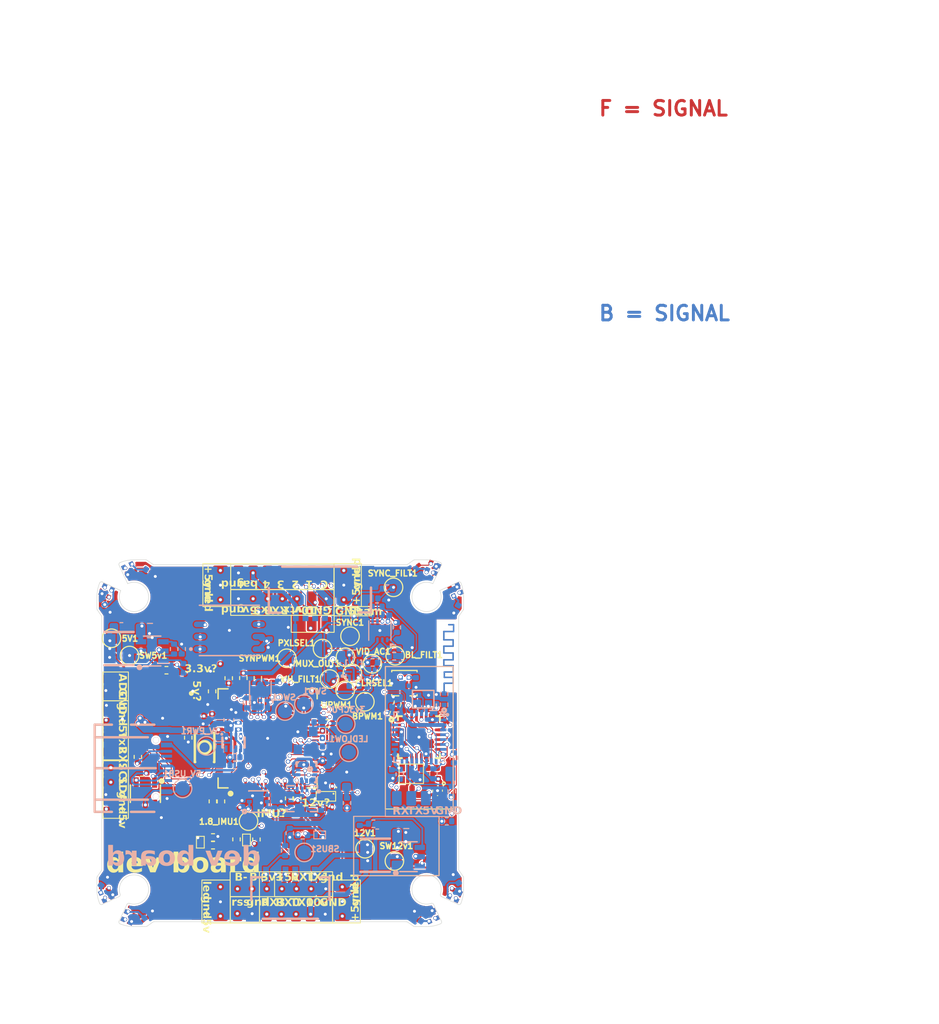
<source format=kicad_pcb>
(kicad_pcb (version 20241229) (generator "pcbnew") (generator_version "9.0")
  (layers (0 "F.Cu" signal) (4 "In1.Cu" signal) (6 "In2.Cu" signal) (8 "In3.Cu" signal) (10 "In4.Cu" signal) (12 "In5.Cu" signal) (14 "In6.Cu" signal) (2 "B.Cu" signal) (13 "F.Paste" user) (15 "B.Paste" user) (5 "F.SilkS" user "F.Silkscreen") (7 "B.SilkS" user "B.Silkscreen") (1 "F.Mask" user) (3 "B.Mask" user) (25 "Edge.Cuts" user))
  (net 0 "")
  (net 1 "+BATT")
  (net 2 "GND")
  (net 3 "Net-(U6-SW)")
  (net 4 "Net-(U6-CB)")
  (net 5 "+12V")
  (net 6 "Net-(U7-SW)")
  (net 7 "Net-(U7-CB)")
  (net 8 "+5V")
  (net 9 "+1.8V_GYRO")
  (net 10 "+3.3V")
  (net 11 "Net-(U20-DCC_FB)")
  (net 12 "Net-(U20-VR_PA)")
  (net 13 "+5V_USB")
  (net 14 "Net-(Q7-G)")
  (net 15 "Net-(U6-FB)")
  (net 16 "Net-(U7-FB)")
  (net 17 "Net-(D6-A)")
  (net 18 "/RP2350A/D+")
  (net 19 "/RP2350A/BEEPER")
  (net 20 "/RP2350A/LED0")
  (net 22 "Net-(FL1-IN)")
  (net 23 "Net-(FL1-OUT)")
  (net 25 "/ELRS/DIO")
  (net 26 "/ELRS/SCK")
  (net 27 "/ELRS/BUSY")
  (net 28 "/I2C_SDA")
  (net 29 "/PADS/CURRENT")
  (net 30 "/UART1_TX")
  (net 31 "/PADS/DIGITAL_TX")
  (net 32 "/PADS/PIOUART0_RX")
  (net 33 "/PADS/PIOUART0_TX")
  (net 34 "/PADS/ADC2")
  (net 35 "/ELRS/RST")
  (net 36 "/ELRS/CS")
  (net 37 "/ELRS/ESP_BOOT0")
  (net 38 "/ELRS/MOSI")
  (net 39 "/ELRS/MISO")
  (net 40 "/ELRS/ESP8285_EN")
  (net 41 "/RP2350A/D-")
  (net 42 "/BLACKBOX/BB_CS")
  (net 43 "/IMU/GYRO_INT")
  (net 44 "/IMU/GYRO_CS")
  (net 45 "Net-(U15-DOUT)")
  (net 46 "Net-(U16-DOUT)")
  (net 47 "Net-(U17-DOUT)")
  (net 48 "/I2C_SCL")
  (net 49 "/LED")
  (net 50 "/PADS/DIGITAL_RX")
  (net 51 "/PADS/SBUS")
  (net 52 "/PADS/BUZZER-")
  (net 53 "Net-(D1-A)")
  (net 54 "Net-(JP1-B)")
  (net 55 "/UART1_RX")
  (net 56 "Net-(D4-A)")
  (net 57 "Net-(D5-A)")
  (net 58 "Net-(U22-DIN)")
  (net 59 "Net-(U23-DIN)")
  (net 60 "Net-(U24-DIN)")
  (net 61 "Net-(U18-DOUT)")
  (net 62 "/ELRS/ANT_TRACE")
  (net 63 "Net-(OSC1-Out_Put)")
  (net 65 "+1.1V")
  (net 66 "Net-(JP2-B)")
  (net 67 "Net-(JP3-B)")
  (net 68 "Net-(JP4-B)")
  (net 69 "Net-(U25-DIN)")
  (net 70 "+3.3V_ELRS")
  (net 71 "+5V_BUCK")
  (net 72 "Net-(C50-Pad1)")
  (net 73 "Net-(J12-Pin_1)")
  (net 74 "Net-(D7-A)")
  (net 79 "/ELRS/RGBLED")
  (net 84 "Net-(D7-K)")
  (net 85 "Net-(FL2-IN)")
  (net 86 "/RP2350A/LED_STRIP_L")
  (net 87 "Net-(U33-PR1)")
  (net 89 "/RP2350A/D-_C")
  (net 90 "/RP2350A/D+_C")
  (net 91 "Net-(U37A--)")
  (net 92 "/OSD/VWHITE_FILT")
  (net 93 "/OSD/VIDEO_IN")
  (net 94 "/OSD/OSD_VWHITE_PWM")
  (net 95 "/OSD/VID_MUX_OUT")
  (net 96 "/OSD/OSD_SYNC_RAW")
  (net 97 "/OSD/VIDEO_OUT")
  (net 98 "/OSD/OSD_PIXSEL")
  (net 101 "Net-(U36-SWCLK)")
  (net 111 "Net-(U36-SWDIO)")
  (net 112 "/RP2350A/ADC_VBAT")
  (net 113 "Net-(U36-ADC_AVDD)")
  (net 114 "/RP2350A/XOUT")
  (net 115 "/RP2350A/XIN")
  (net 116 "Net-(U36-VREG_AVDD)")
  (net 117 "/PADS/M1")
  (net 118 "/PADS/M2")
  (net 119 "/PADS/M3")
  (net 120 "/PADS/M4")
  (net 121 "Net-(U36-VREG_LX)")
  (net 122 "Net-(R40-Pad2)")
  (net 123 "Net-(U36-USB_DM)")
  (net 124 "Net-(U36-USB_DP)")
  (net 125 "Net-(USB1-CC1)")
  (net 126 "Net-(USB1-CC2)")
  (net 127 "Net-(C73-Pad2)")
  (net 128 "Net-(U36-RUN)")
  (net 129 "/BLACKBOX/SPI1.MISO")
  (net 130 "/BLACKBOX/SPI1.MOSI")
  (net 131 "/BLACKBOX/SPI1.SCK")
  (net 132 "/IMU/SPI0.MOSI")
  (net 133 "/IMU/SPI0.SCK")
  (net 134 "/IMU/SPI0.MISO")
  (net 135 "Net-(U36-QSPI_SS)")
  (net 138 "/PADS/PIOUART1_TX")
  (net 139 "/PADS/RSSI")
  (net 140 "/PADS/PIOUART1_RX")
  (net 142 "Net-(U37B--)")
  (net 143 "Net-(U37A-+)")
  (net 144 "/POWER/1.8V_PG")
  (net 145 "/OSD/VBLACK_FILT")
  (net 146 "/OSD/VID_IN")
  (net 147 "/OSD/OSD_VBLACK_PWM")
  (net 148 "Net-(U37B-+)")
  (net 149 "/OSD/OSD_PIX_COLOR")
  (net 150 "/OSD/PIX_LEVEL")
  (net 151 "/OSD/VID_BUF")
  (net 153 "/RP2350A/SBUS_INVERT")
  (net 154 "Net-(Q2-G)")
  (net 157 "/OSD/OSD_SYNCLVL_PWM")
  (net 159 "/ELRS/XTAL_P")
  (net 160 "/ELRS/XTAL_N")
  (net 164 "Net-(U2-CHIP_EN)")
  (net 165 "Net-(U20-XTA)")
  (footprint "TestPoint:TestPoint_Pad_D1.5mm" (layer "F.Cu") (at 71.63 154.23)
    (property "Reference" "SYNC1")
    (property "Value" "TestPoint")
  )
  (footprint "Resistor_SMD:R_0402_1005Metric" (layer "F.Cu") (at 59.19 158.53244 90)
    (property "Reference" "R55" (hide yes))
    (property "Value" "200R")
  )
  (footprint "TestPoint:TestPoint_Pad_D1.5mm" (layer "F.Cu") (at 73.17 176.02)
    (property "Reference" "12V1")
    (property "Value" "TestPoint")
  )
  (footprint "LED_SMD:LED_0603_1608Metric" (layer "F.Cu") (at 66.855 172.31744 180)
    (property "Reference" "D5" (hide yes))
    (property "Value" "LED_1_Green")
  )
  (footprint "lib:small_pad" (layer "F.Cu") (at 70.84 179.93)
    (property "Reference" "J21" (hide yes))
    (property "Value" "5V")
  )
  (footprint "lib:small_pad" (layer "F.Cu") (at 67.59 182.73 -90)
    (property "Reference" "J28" (hide yes))
    (property "Value" "5V")
  )
  (footprint "lib:FILTER-SMD_4P-L1.0-W0.5-L" (layer "F.Cu") (at 76.273092 161.707394 70)
    (property "Reference" "FL1" (hide yes))
    (property "Value" "DEA102700LT-6307A2")
  )
  (footprint "Resistor_SMD:R_0402_1005Metric" (layer "F.Cu") (at 66.215 170.85744 90)
    (property "Reference" "R42" (hide yes))
    (property "Value" "6.8k")
  )
  (footprint "lib:small_pad" (layer "F.Cu") (at 61.59 180.13 90)
    (property "Reference" "J39" (hide yes))
    (property "Value" "5V")
  )
  (footprint "TestPoint:TestPoint_Pad_D1.5mm" (layer "F.Cu") (at 65.15 156.49)
    (property "Reference" "SYNPWM1")
    (property "Value" "TestPoint")
  )
  (footprint "Capacitor_SMD:C_0402_1005Metric" (layer "F.Cu") (at 68.855 166.79244 90)
    (property "Reference" "C83" (hide yes))
    (property "Value" "100n")
  )
  (footprint "lib:small_pad" (layer "F.Cu") (at 60.09 180.13 90)
    (property "Reference" "J40" (hide yes))
    (property "Value" "5V")
  )
  (footprint "lib:LED-SMD_4P-L1.0-W1.0-TL_XL-1010RGBC-WS2812B" (layer "F.Cu") (at 82.353149 180.751802 155)
    (property "Reference" "U18" (hide yes))
    (property "Value" "XL-1010RGBC-WS2812B")
  )
  (footprint "lib:small_pad" (layer "F.Cu") (at 64.69 150.39 90)
    (property "Reference" "J57" (hide yes))
    (property "Value" "5V")
  )
  (footprint "lib:small_pad" (layer "F.Cu") (at 47.1 163.1)
    (property "Reference" "J48" (hide yes))
    (property "Value" "5V")
  )
  (footprint "lib:LED-SMD_4P-L1.0-W1.0-TL_XL-1010RGBC-WS2812B" (layer "F.Cu") (at 46.66315 149.638149 -25)
    (property "Reference" "U8" (hide yes))
    (property "Value" "XL-1010RGBC-WS2812B")
  )
  (footprint "lib:IPEX-SMD_3P-L2.6-W2.6-LS3.0" (layer "F.Cu") (at 77.205 159.4425)
    (property "Reference" "RF1" (hide yes))
    (property "Value" "CONUFL001-SMD-T")
  )
  (footprint "TestPoint:TestPoint_Pad_D1.5mm" (layer "F.Cu") (at 68.81 155.5)
    (property "Reference" "PXLSEL1")
    (property "Value" "TestPoint")
  )
  (footprint "Capacitor_SMD:C_0402_1005Metric" (layer "F.Cu") (at 60.915 170.83744 -90)
    (property "Reference" "C81" (hide yes))
    (property "Value" "100n")
  )
  (footprint "LED_SMD:LED_0603_1608Metric" (layer "F.Cu") (at 55.055 159.26744 90)
    (property "Reference" "D1" (hide yes))
    (property "Value" "LED_1_Green")
  )
  (footprint "lib:small_pad" (layer "F.Cu") (at 58.34 148.99)
    (property "Reference" "J14" (hide yes))
    (property "Value" "5V")
  )
  (footprint "Capacitor_SMD:C_0402_1005Metric" (layer "F.Cu") (at 78.18294 161.26 90)
    (property "Reference" "C6" (hide yes))
    (property "Value" "12p")
  )
  (footprint "lib:small_pad" (layer "F.Cu") (at 66.09 182.73 -90)
    (property "Reference" "J35" (hide yes))
    (property "Value" "5V")
  )
  (footprint "TestPoint:TestPoint_Pad_D1.5mm" (layer "F.Cu") (at 76.09 149.22)
    (property "Reference" "SYNC_FILT1")
    (property "Value" "TestPoint")
  )
  (footprint "lib:small_pad" (layer "F.Cu") (at 58.34 181.46 180)
    (property "Reference" "J23" (hide yes))
    (property "Value" "5V")
  )
  (footprint "Capacitor_SMD:C_0402_1005Metric" (layer "F.Cu") (at 79.85 177.41 145)
    (property "Reference" "C36" (hide yes))
    (property "Value" "100nF")
  )
  (footprint "lib:small_pad" (layer "F.Cu") (at 69.19 150.39 -90)
    (property "Reference" "J41" (hide yes))
    (property "Value" "5V")
  )
  (footprint "lib:small_pad" (layer "F.Cu") (at 60.09 182.68 90)
    (property "Reference" "J56" (hide yes))
    (property "Value" "5V")
  )
  (footprint "lib:small_pad" (layer "F.Cu") (at 70.84 181.43)
    (property "Reference" "J20" (hide yes))
    (property "Value" "5V")
  )
  (footprint "Resistor_SMD:R_0402_1005Metric" (layer "F.Cu") (at 58.395 171.16744 -90)
    (property "Reference" "R48" (hide yes))
    (property "Value" "30R")
  )
  (footprint "Capacitor_SMD:C_0402_1005Metric" (layer "F.Cu") (at 80.08 167.74 180)
    (property "Reference" "C15" (hide yes))
    (property "Value" "1n")
  )
  (footprint "lib:small_pad" (layer "F.Cu") (at 63.19 147.74 -90)
    (property "Reference" "J25" (hide yes))
    (property "Value" "5V")
  )
  (footprint "lib:UDFN-4_L1.0-W1.0-P0.65-TL" (layer "F.Cu") (at 80.605 170.065 -90)
    (property "Reference" "U12" (hide yes))
    (property "Value" "WL9005D4-33")
  )
  (footprint "Panelization:MouseBite-Slot-Jumper_0201" (layer "F.Cu") (at 78.277871 183.150109 55)
    (property "Reference" "JP2" (hide yes))
    (property "Value" "SolderJumper_2_Open" (hide yes))
  )
  (footprint "lib:small_pad" (layer "F.Cu") (at 58.34 147.49)
    (property "Reference" "J13" (hide yes))
    (property "Value" "5V")
  )
  (footprint "Capacitor_SMD:C_0402_1005Metric" (layer "F.Cu") (at 57.09 158.53244 180)
    (property "Reference" "C71" (hide yes))
    (property "Value" "4.7uF")
  )
  (footprint "lib:small_pad" (layer "F.Cu") (at 60.19 147.74 90)
    (property "Reference" "J1" (hide yes))
    (property "Value" "5V")
  )
  (footprint "Capacitor_SMD:C_0402_1005Metric" (layer "F.Cu") (at 81.20794 162.285 90)
    (property "Reference" "C8" (hide yes))
    (property "Value" "100n")
  )
  (footprint "Capacitor_SMD:C_0402_1005Metric" (layer "F.Cu") (at 62.735 170.81744 -90)
    (property "Reference" "C75" (hide yes))
    (property "Value" "100n")
  )
  (footprint "Capacitor_SMD:C_0402_1005Metric" (layer "F.Cu") (at 75.88294 166.235 -90)
    (property "Reference" "C9" (hide yes))
    (property "Value" "10nF")
  )
  (footprint "lib:small_pad" (layer "F.Cu") (at 67.64 180.13 -90)
    (property "Reference" "J43" (hide yes))
    (property "Value" "5V")
  )
  (footprint "TestPoint:TestPoint_Pad_D1.5mm" (layer "F.Cu") (at 71.87 158.04)
    (property "Reference" "CLRSEL1")
    (property "Value" "TestPoint")
  )
  (footprint "lib:small_pad" (layer "F.Cu") (at 66.19 150.39 -90)
    (property "Reference" "J33" (hide yes))
    (property "Value" "5V")
  )
  (footprint "lib:small_pad" (layer "F.Cu") (at 47.1 164.6 180)
    (property "Reference" "J46" (hide yes))
    (property "Value" "5V")
  )
  (footprint "lib:LED-SMD_4P-L1.0-W1.0-TL_XL-1010RGBC-WS2812B" (layer "F.Cu") (at 80.132219 147.204664 155)
    (property "Reference" "U3" (hide yes))
    (property "Value" "XL-1010RGBC-WS2812B")
  )
  (footprint "Resistor_SMD:R_0402_1005Metric" (layer "F.Cu") (at 60.69 158.52244 -90)
    (property "Reference" "R46" (hide yes))
    (property "Value" "100k")
  )
  (footprint "TestPoint:TestPoint_Pad_D1.5mm" (layer "F.Cu") (at 71.13 159.79)
    (property "Reference" "WPWM1")
    (property "Value" "TestPoint")
  )
  (footprint "Capacitor_SMD:C_0402_1005Metric" (layer "F.Cu") (at 63.665 158.48744 90)
    (property "Reference" "C84" (hide yes))
    (property "Value" "100n")
  )
  (footprint "Resistor_SMD:R_0402_1005Metric" (layer "F.Cu") (at 57.565 171.16244 -90)
    (property "Reference" "R49" (hide yes))
    (property "Value" "30R")
  )
  (footprint "lib:small_pad" (layer "F.Cu") (at 47.1 169.2 180)
    (property "Reference" "J7" (hide yes))
    (property "Value" "5V")
  )
  (footprint "Resistor_SMD:R_0402_1005Metric" (layer "F.Cu") (at 69.305 163.16744 180)
    (property "Reference" "R54" (hide yes))
    (property "Value" "10k")
  )
  (footprint "lib:small_pad" (layer "F.Cu") (at 61.59 182.68 90)
    (property "Reference" "J9" (hide yes))
    (property "Value" "5V")
  )
  (footprint "lib:small_pad" (layer "F.Cu") (at 47.1 166.1 180)
    (property "Reference" "J45" (hide yes))
    (property "Value" "5V")
  )
  (footprint "Resistor_SMD:R_0402_1005Metric" (layer "F.Cu") (at 59.99 175.06 -90)
    (property "Reference" "R12" (hide yes))
    (property "Value" "200R")
  )
  (footprint "lib:small_pad" (layer "F.Cu") (at 47.1 160.1 180)
    (property "Reference" "J51" (hide yes))
    (property "Value" "5V")
  )
  (footprint "lib:small_pad" (layer "F.Cu") (at 47.1 167.7 180)
    (property "Reference" "J8" (hide yes))
    (property "Value" "5V")
  )
  (footprint "Capacitor_SMD:C_0402_1005Metric" (layer "F.Cu") (at 57.04 163.23244 180)
    (property "Reference" "C79" (hide yes))
    (property "Value" "100n")
  )
  (footprint "lib:small_pad" (layer "F.Cu") (at 67.69 147.74 -90)
    (property "Reference" "J3" (hide yes))
    (property "Value" "5V")
  )
  (footprint "TestPoint:TestPoint_Pad_D1.5mm" (layer "F.Cu") (at 61.22 173.19)
    (property "Reference" "1.8_IMU1")
    (property "Value" "TestPoint")
  )
  (footprint "Capacitor_SMD:C_0402_1005Metric" (layer "F.Cu") (at 79.70794 161.26 90)
    (property "Reference" "C4" (hide yes))
    (property "Value" "12p")
  )
  (footprint "lib:small_pad" (layer "F.Cu") (at 47.1 161.6)
    (property "Reference" "J47" (hide yes))
    (property "Value" "5V")
  )
  (footprint "lib:small_pad" (layer "F.Cu") (at 63.19 150.39 90)
    (property "Reference" "J55" (hide yes))
    (property "Value" "5V")
  )
  (footprint "lib:LED-SMD_4P-L1.0-W1.0-TL_XL-1010RGBC-WS2812B" (layer "F.Cu") (at 49.001851 147.37685 25)
    (property "Reference" "U5" (hide yes))
    (property "Value" "XL-1010RGBC-WS2812B")
  )
  (footprint "lib:DFN-3L_L1.0-W0.6-P0.65-BR" (layer "F.Cu") (at 61.01 175.14 90)
    (property "Reference" "Q1" (hide yes))
    (property "Value" "DMN1150UFB-7B")
  )
  (footprint "lib:small_pad" (layer "F.Cu") (at 47.1 172.2)
    (property "Reference" "J6" (hide yes))
    (property "Value" "5V")
  )
  (footprint "lib:small_pad" (layer "F.Cu") (at 64.69 147.74 -90)
    (property "Reference" "J24" (hide yes))
    (property "Value" "5V")
  )
  (footprint "LED_SMD:LED_0603_1608Metric" (layer "F.Cu") (at 57.6675 157.26744)
    (property "Reference" "D4" (hide yes))
    (property "Value" "LED_1_Green")
  )
  (footprint "lib:LED-SMD_4P-L1.0-W1.0-TL_XL-1010RGBC-WS2812B" (layer "F.Cu") (at 79.983149 182.925504 -155)
    (property "Reference" "U17" (hide yes))
    (property "Value" "XL-1010RGBC-WS2812B")
  )
  (footprint "lib:OSC-SMD_4P-L2.0-W1.6-BL_TXC_7Z" (layer "F.Cu") (at 77.9125 168.34)
    (property "Reference" "OSC1" (hide yes))
    (property "Value" "OW7EL89CENUNFAYLC-52M")
  )
  (footprint "lib:small_pad" (layer "F.Cu") (at 67.7 152.98 -90)
    (property "Reference" "J49" (hide yes))
    (property "Value" "5V")
  )
  (footprint "lib:small_pad" (layer "F.Cu") (at 47.1 158.6 180)
    (property "Reference" "J52" (hide yes))
    (property "Value" "5V")
  )
  (footprint "lib:small_pad" (layer "F.Cu") (at 66.19 147.74 -90)
    (property "Reference" "J4" (hide yes))
    (property "Value" "5V")
  )
  (footprint "lib:QFN-80_L10.0-W10.0-P0.40-TL-EP3.4" (layer "F.Cu") (at 63.18 164.70244 90)
    (property "Reference" "U36" (hide yes))
    (property "Value" "RP2354B_C39843328")
  )
  (footprint "TestPoint:TestPoint_Pad_D1.5mm" (layer "F.Cu") (at 69.53 158.62)
    (property "Reference" "WH_FILT1")
    (property "Value" "TestPoint")
  )
  (footprint "TestPoint:TestPoint_Pad_D1.5mm" (layer "F.Cu") (at 49.02 156.21)
    (property "Reference" "SW5v1")
    (property "Value" "TestPoint")
  )
  (footprint "Capacitor_SMD:C_0402_1005Metric" (layer "F.Cu") (at 58.34 158.68244 90)
    (property "Reference" "C85" (hide yes))
    (property "Value" "100n")
  )
  (footprint "LED_SMD:LED_0603_1608Metric" (layer "F.Cu") (at 60.72 176.48 180)
    (property "Reference" "D7" (hide yes))
    (property "Value" "LED_1_Green")
  )
  (footprint "Capacitor_SMD:C_0402_1005Metric" (layer "F.Cu") (at 56.69 159.88244 -90)
    (property "Reference" "C77" (hide yes))
    (property "Value" "4.7uF")
  )
  (footprint "lib:small_pad" (layer "F.Cu") (at 66.14 180.13 -90)
    (property "Reference" "J44" (hide yes))
    (property "Value" "5V")
  )
  (footprint "Resistor_SMD:R_0402_1005Metric" (layer "F.Cu") (at 62.175 158.51244 -90)
    (property "Reference" "R47" (hide yes))
    (property "Value" "10k")
  )
  (footprint "Capacitor_SMD:C_0402_1005Metric" (layer "F.Cu") (at 77.50956 169.83)
    (property "Reference" "C1" (hide yes))
    (property "Value" "10nF")
  )
  (footprint "Resistor_SMD:R_0402_1005Metric" (layer "F.Cu") (at 52.805 157.71744)
    (property "Reference" "R15" (hide yes))
    (property "Value" "200R")
  )
  (footprint "Capacitor_SMD:C_0402_1005Metric" (layer "F.Cu") (at 64.565 170.85744 -90)
    (property "Reference" "C80" (hide yes))
    (property "Value" "100n")
  )
  (footprint "Resistor_SMD:R_0402_1005Metric" (layer "F.Cu") (at 49.875 166.605 -90)
    (property "Reference" "R52" (hide yes))
    (property "Value" "5.1k")
  )
  (footprint "lib:QFN-24_L4.0-W4.0-P0.50-TL-EP2.6" (layer "F.Cu") (at 78.69044 164.58 90)
    (property "Reference" "U20" (hide yes))
    (property "Value" "SX1281IMLTRT")
  )
  (footprint "lib:LED-SMD_4P-L1.0-W1.0-TL_XL-1010RGBC-WS2812B" (layer "F.Cu") (at 48.92685 183.061851 65)
    (property "Reference" "U15" (hide yes))
    (property "Value" "XL-1010RGBC-WS2812B")
  )
  (footprint "lib:small_pad" (layer "F.Cu") (at 69.19 147.74 90)
    (property "Reference" "J27" (hide yes))
    (property "Value" "5V")
  )
  (footprint "TestPoint:TestPoint_Pad_D1.5mm" (layer "F.Cu") (at 76.18 177.28)
    (property "Reference" "SW12v1")
    (property "Value" "TestPoint")
  )
  (footprint "lib:small_pad" (layer "F.Cu") (at 66.2 152.99 -90)
    (property "Reference" "J50" (hide yes))
    (property "Value" "5V")
  )
  (footprint "lib:small_pad" (layer "F.Cu") (at 64.59 182.73 -90)
    (property "Reference" "J36" (hide yes))
    (property "Value" "5V")
  )
  (footprint "Panelization:MouseBite-Slot-Jumper_0201" (layer "F.Cu") (at 50.96 147.48 -125)
    (property "Reference" "JP3" (hide yes))
    (property "Value" "SolderJumper_2_Open" (hide yes))
  )
  (footprint "lib:small_pad" (layer "F.Cu") (at 69.2 152.98 -90)
    (property "Reference" "J32" (hide yes))
    (property "Value" "5V")
  )
  (footprint "lib:IND-SMD_L2.0-W1.6_AOTA-B201610S3R3-101-T" (layer "F.Cu") (at 55.355 162.09244 90)
    (property "Reference" "L1" (hide yes))
    (property "Value" "AOTA-B201610S3R3-101-T")
  )
  (footprint "TestPoint:TestPoint_Pad_D1.5mm" (layer "F.Cu") (at 73.15 160.95)
    (property "Reference" "BPWM1")
    (property "Value" "TestPoint")
  )
  (footprint "lib:small_pad" (layer "F.Cu") (at 58.34 179.93 180)
    (property "Reference" "J30" (hide yes))
    (property "Value" "5V")
  )
  (footprint "Capacitor_SMD:C_0402_1005Metric" (layer "F.Cu") (at 78.95794 161.26 90)
    (property "Reference" "C5" (hide yes))
    (property "Value" "100n")
  )
  (footprint "TestPoint:TestPoint_Pad_D1.5mm" (layer "F.Cu") (at 71.16 156.38)
    (property "Reference" "MUX_OUT1")
    (property "Value" "TestPoint")
  )
  (footprint "lib:small_pad" (layer "F.Cu") (at 70.99 147.49)
    (property "Reference" "J16" (hide yes))
    (property "Value" "5V")
  )
  (footprint "Capacitor_SMD:C_0402_1005Metric" (layer "F.Cu") (at 76.08294 167.91 -90)
    (property "Reference" "C60" (hide yes))
    (property "Value" "100n")
  )
  (footprint "lib:small_pad" (layer "F.Cu") (at 47.1 170.7)
    (property "Reference" "J5" (hide yes))
    (property "Value" "5V")
  )
  (footprint "lib:small_pad" (layer "F.Cu") (at 70.99 148.99)
    (property "Reference" "J17" (hide yes))
    (property "Value" "5V")
  )
  (footprint "lib:DFN-3L_L1.0-W0.6-P0.65-BR" (layer "F.Cu") (at 56.28 175.37 90)
    (property "Reference" "Q7" (hide yes))
    (property "Value" "DMN1150UFB-7B")
  )
  (footprint "lib:small_pad" (layer "F.Cu") (at 70.99 150.49)
    (property "Reference" "J18" (hide yes))
    (property "Value" "5V")
  )
  (footprint "lib:small_pad" (layer "F.Cu") (at 67.69 150.39 -90)
    (property "Reference" "J58" (hide yes))
    (property "Value" "5V")
  )
  (footprint "lib:LED-SMD_4P-L1.0-W1.0-TL_XL-1010RGBC-WS2812B" (layer "F.Cu") (at 46.63315 180.761851 115)
    (property "Reference" "U16" (hide yes))
    (property "Value" "XL-1010RGBC-WS2812B")
  )
  (footprint "Capacitor_SMD:C_0402_1005Metric" (layer "F.Cu") (at 69.2 159.95)
    (property "Reference" "C82" (hide yes))
    (property "Value" "100n")
  )
  (footprint "TestPoint:TestPoint_Pad_D1.5mm" (layer "F.Cu") (at 73.92 157.06)
    (property "Reference" "VID_AC1")
    (property "Value" "TestPoint")
  )
  (footprint "Resistor_SMD:R_0402_1005Metric" (layer "F.Cu") (at 57.58 175.66 180)
    (property "Reference" "R13" (hide yes))
    (property "Value" "1k")
  )
  (footprint "Resistor_SMD:R_0402_1005Metric" (layer "F.Cu") (at 64.605 172.31744)
    (property "Reference" "R29" (hide yes))
    (property "Value" "470")
  )
  (footprint "Capacitor_SMD:C_0402_1005Metric" (layer "F.Cu") (at 69.285 163.92744)
    (property "Reference" "C72" (hide yes))
    (property "Value" "100n")
  )
  (footprint "lib:small_pad" (layer "F.Cu") (at 69.09 182.73 -90)
    (property "Reference" "J29" (hide yes))
    (property "Value" "5V")
  )
  (footprint "TestPoint:TestPoint_Pad_D1.5mm" (layer "F.Cu") (at 47.17 154.44)
    (property "Reference" "5V1")
    (property "Value" "TestPoint")
  )
  (footprint "lib:small_pad" (layer "F.Cu") (at 64.64 180.13 90)
    (property "Reference" "J53" (hide yes))
    (property "Value" "5V")
  )
  (footprint "lib:small_pad" (layer "F.Cu") (at 58.34 182.93 180)
    (property "Reference" "J22" (hide yes))
    (property "Value" "5V")
  )
  (footprint "Resistor_SMD:R_0402_1005Metric" (layer "F.Cu") (at 50.29 168.205)
    (property "Reference" "R51" (hide yes))
    (property "Value" "5.1k")
  )
  (footprint "lib:SC-70-6_L2.0-W1.3-P0.65-LS2.1-BL" (layer "F.Cu") (at 69.155 170.64244 180)
    (property "Reference" "U42" (hide yes))
    (property "Value" "TXU0101DCKR")
  )
  (footprint "lib:SW-SMD_4P-L3.0-W2.0-P0.85-LS3.5" (layer "F.Cu") (at 56.715 165.63244 -90)
    (property "Reference" "U41" (hide yes))
    (property "Value" "TS2306A 240GF MSM 9_C2976675")
  )
  (footprint "lib:SOT-23-6_L2.9-W1.6-P0.95-LS2.8-BL" (layer "F.Cu") (at 50.6425 170.38 180)
    (property "Reference" "D8" (hide yes))
    (property "Value" "USBLC6-2SC6")
  )
  (footprint "Capacitor_SMD:C_0402_1005Metric" (layer "F.Cu") (at 69.29 165.53244)
    (property "Reference" "C78" (hide yes))
    (property "Value" "100n")
  )
  (footprint "Capacitor_SMD:C_0402_1005Metric" (layer "F.Cu") (at 57.49 161.71244 90)
    (property "Reference" "C67" (hide yes))
    (property "Value" "4.7uF")
  )
  (footprint "Capacitor_SMD:C_0402_1005Metric" (layer "F.Cu") (at 61.44 158.49744 90)
    (property "Reference" "C70" (hide yes))
    (property "Value" "100n")
  )
  (footprint "lib:small_pad" (layer "F.Cu") (at 61.69 147.74 90)
    (property "Reference" "J2" (hide yes))
    (property "Value" "5V")
  )
  (footprint "Resistor_SMD:R_0402_1005Metric" (layer "F.Cu") (at 57.58 174.86 180)
    (property "Reference" "R5" (hide yes))
    (property "Value" "100k")
  )
  (footprint "lib:small_pad" (layer "F.Cu") (at 69.14 180.13 -90)
    (property "Reference" "J42" (hide yes))
    (property "Value" "5V")
  )
  (footprint "lib:small_pad" (layer "F.Cu") (at 58.34 150.49)
    (property "Reference" "J15" (hide yes))
    (property "Value" "5V")
  )
  (footprint "Capacitor_SMD:C_0402_1005Metric" (layer "F.Cu") (at 69.695 166.78744 90)
    (property "Reference" "C86" (hide yes))
    (property "Value" "100n")
  )
  (footprint "Capacitor_SMD:C_0402_1005Metric" (layer "F.Cu") (at 80.205 168.86 180)
    (property "Reference" "C17" (hide yes))
    (property "Value" "22uF")
  )
  (footprint "Panelization:MouseBite-Slot-Jumper_0201" (layer "F.Cu") (at 78.398381 147.13614 125)
    (property "Reference" "JP4" (hide yes))
    (property "Value" "SolderJumper_2_Open" (hide yes))
  )
  (footprint "Resistor_SMD:R_0402_1005Metric" (layer "F.Cu") (at 57.49 159.88244 -90)
    (property "Reference" "R56" (hide yes))
    (property "Value" "30R")
  )
  (footprint "lib:small_pad" (layer "F.Cu") (at 60.19 150.39 90)
    (property "Reference" "J54" (hide yes))
    (property "Value" "5V")
  )
  (footprint "Capacitor_SMD:C_0402_1005Metric" (layer "F.Cu") (at 77.50956 170.6 180)
    (property "Reference" "C7" (hide yes))
    (property "Value" "470nF")
  )
  (footprint "Capacitor_SMD:C_0402_1005Metric" (layer "F.Cu") (at 69.025 172.66744)
    (property "Reference" "C87" (hide yes))
    (property "Value" "100n")
  )
  (footprint "lib:small_pad" (layer "F.Cu") (at 63.09 182.73 -90)
    (property "Reference" "J38" (hide yes))
    (property "Value" "5V")
  )
  (footprint "Capacitor_SMD:C_0402_1005Metric" (layer "F.Cu") (at 79.63 170.085 90)
    (property "Reference" "C14" (hide yes))
    (property "Value" "100n")
  )
  (footprint "Resistor_SMD:R_0402_1005Metric" (layer "F.Cu") (at 65.39 170.85744 90)
    (property "Reference" "R43" (hide yes))
    (property "Value" "6.8k")
  )
  (footprint "Panelization:MouseBite-Slot-Jumper_0201" (layer "F.Cu") (at 50.63 183.22 -55)
    (property "Reference" "JP1" (hide yes))
    (property "Value" "SolderJumper_2_Open" (hide yes))
  )
  (footprint "TestPoint:TestPoint_Pad_D1.5mm" (layer "F.Cu") (at 76.26 156.23)
    (property "Reference" "BL_FILT1")
    (property "Value" "TestPoint")
  )
  (footprint "lib:LED-SMD_4P-L1.0-W1.0-TL_XL-1010RGBC-WS2812B" (layer "F.Cu") (at 82.45653 149.539289 -155)
    (property "Reference" "U4" (hide yes))
    (property "Value" "XL-1010RGBC-WS2812B")
  )
  (footprint "lib:small_pad" (layer "F.Cu") (at 63.09 180.13 90)
    (property "Reference" "J59" (hide yes))
    (property "Value" "5V")
  )
  (footprint "Capacitor_SMD:C_0402_1005Metric" (layer "F.Cu") (at 62.94 158.48744 90)
    (property "Reference" "C76" (hide yes))
    (property "Value" "100n")
  )
  (footprint "Resistor_SMD:R_0402_1005Metric" (layer "F.Cu") (at 62.03 175.07 90)
    (property "Reference" "R19" (hide yes))
    (property "Value" "10k")
  )
  (footprint "lib:small_pad" (layer "F.Cu") (at 61.69 150.39 90)
    (property "Reference" "J34" (hide yes))
    (property "Value" "5V")
  )
  (footprint "lib:small_pad" (layer "F.Cu") (at 70.84 182.93)
    (property "Reference" "J19" (hide yes))
    (property "Value" "5V")
  )
  (footprint "Capacitor_SMD:C_0402_1005Metric" (layer "F.Cu") (at 56.69 161.71244 90)
    (property "Reference" "C68" (hide yes))
    (property "Value" "4.7uF")
  )
  (footprint "Resistor_SMD:R_0402_1005Metric" (layer "F.Cu") (at 55.04 164.63244 90)
    (property "Reference" "R40" (hide yes))
    (property "Value" "10k")
  )
  (footprint "Resistor_SMD:R_0402_1005Metric" (layer "B.Cu") (at 76.73 168.385 -90)
    (property "Reference" "R6" (hide yes))
    (property "Value" "10k")
  )
  (footprint "Resistor_SMD:R_0402_1005Metric" (layer "B.Cu") (at 64.98 176.22 -90)
    (property "Reference" "R11" (hide yes))
    (property "Value" "1k")
  )
  (footprint "lib:CRYSTAL-SMD_4P-L2.5-W2.0-BL-A" (layer "B.Cu") (at 67.07 164.92 90)
    (property "Reference" "X1" (hide yes))
    (property "Value" "XTM25012000JT00351001")
  )
  (footprint "lib:SOT-23-6_L2.9-W1.6-P0.95-LS2.9-BL" (layer "B.Cu") (at 51.34 155.75 90)
    (property "Reference" "U7" (hide yes))
    (property "Value" "LMR51420YDDCR")
  )
  (footprint "lib:LGA-14_L3.0-W2.5-P0.50-BR" (layer "B.Cu") (at 66.72 170.88244)
    (property "Reference" "U14" (hide yes))
    (property "Value" "LSM6DSV16XTR")
  )
  (footprint "Resistor_SMD:R_0402_1005Metric" (layer "B.Cu") (at 72.05 159.32 180)
    (property "Reference" "R30" (hide yes))
    (property "Value" "10k")
  )
  (footprint "Capacitor_SMD:C_0402_1005Metric" (layer "B.Cu") (at 51.09 147.67 -35)
    (property "Reference" "C18" (hide yes))
    (property "Value" "100n")
  )
  (footprint "TestPoint:TestPoint_Pad_D1.5mm" (layer "B.Cu") (at 66.93 176.4 180)
    (property "Reference" "SBUS1")
    (property "Value" "TestPoint")
  )
  (footprint "Capacitor_SMD:C_0402_1005Metric" (layer "B.Cu") (at 63.4 155 -90)
    (property "Reference" "C45" (hide yes))
    (property "Value" "100n")
  )
  (footprint "Resistor_SMD:R_0402_1005Metric" (layer "B.Cu") (at 82.275 166.7 -90)
    (property "Reference" "R34" (hide yes))
    (property "Value" "1k")
  )
  (footprint "Resistor_SMD:R_0402_1005Metric" (layer "B.Cu") (at 65.45 174.43 90)
    (property "Reference" "R17" (hide yes))
    (property "Value" "100k")
  )
  (footprint "lib:WDFN-6_L2.0-W2.0-P0.65-BL-EP" (layer "B.Cu") (at 62.22 171.18244 90)
    (property "Reference" "U21" (hide yes))
    (property "Value" "NCV8187AMT180TAG")
  )
  (footprint "lib:QFN-32_L5.0-W5.0-P0.50-TL-EP3.7" (layer "B.Cu") (at 78.71044 164.58 180)
    (property "Reference" "U2" (hide yes))
    (property "Value" "ESP32-C3FH4")
  )
  (footprint "Capacitor_SMD:C_0805_2012Metric" (layer "B.Cu") (at 51.115 153.65)
    (property "Reference" "C37" (hide yes))
    (property "Value" "4.7uF 50v")
  )
  (footprint "lib:FILTER-SMD_4P-L1.0-W0.5-L" (layer "B.Cu") (at 81.28 160.685 90)
    (property "Reference" "FL2" (hide yes))
    (property "Value" "DEA102700LT-6307A2")
  )
  (footprint "Resistor_SMD:R_0402_1005Metric" (layer "B.Cu") (at 73.88 158.64 180)
    (property "Reference" "R10" (hide yes))
    (property "Value" "10k")
  )
  (footprint "Resistor_SMD:R_0402_1005Metric" (layer "B.Cu") (at 75.45 149.35)
    (property "Reference" "R21" (hide yes))
    (property "Value" "10k")
  )
  (footprint "Capacitor_SMD:C_0402_1005Metric" (layer "B.Cu") (at 64.225 159.33744 -90)
    (property "Reference" "C32" (hide yes))
    (property "Value" "100n")
  )
  (footprint "Capacitor_SMD:C_0402_1005Metric" (layer "B.Cu") (at 82.478381 151.47614 -120)
    (property "Reference" "C13" (hide yes))
    (property "Value" "100n")
  )
  (footprint "Capacitor_SMD:C_0402_1005Metric" (layer "B.Cu") (at 62.705 161.56744 180)
    (property "Reference" "C16" (hide yes))
    (property "Value" "22uF")
  )
  (footprint "Capacitor_SMD:C_0603_1608Metric" (layer "B.Cu") (at 48.19 153.35)
    (property "Reference" "C40" (hide yes))
    (property "Value" "22uF")
  )
  (footprint "TestPoint:TestPoint_Pad_D1.5mm" (layer "B.Cu") (at 71.5 166.13 180)
    (property "Reference" "LEDLOW1")
    (property "Value" "TestPoint")
  )
  (footprint "TestPoint:TestPoint_Pad_D1.5mm" (layer "B.Cu") (at 56.91 165.47 180)
    (property "Reference" "5V_PWR1")
    (property "Value" "TestPoint")
  )
  (footprint "Capacitor_SMD:C_0402_1005Metric" (layer "B.Cu") (at 78.38 158.965 -90)
    (property "Reference" "C11" (hide yes))
    (property "Value" "100n")
  )
  (footprint "lib:LED-SMD_4P-L1.0-W1.0-TL_XL-1010RGBC-WS2812B" (layer "B.Cu") (at 46.66315 149.638149 65)
    (property "Reference" "U25" (hide yes))
    (property "Value" "XL-1010RGBC-WS2812B")
  )
  (footprint "lib:small_pad" (layer "B.Cu") (at 77.905 170.855 -90)
    (property "Reference" "J11" (hide yes))
    (property "Value" "5V")
  )
  (footprint "lib:LED-SMD_4P-L1.0-W1.0-TL_XL-1010RGBC-WS2812B" (layer "B.Cu") (at 46.633756 180.758249 -155)
    (property "Reference" "U27" (hide yes))
    (property "Value" "XL-1010RGBC-WS2812B")
  )
  (footprint "lib:SOT-583-8_L2.1-W1.6-P0.50-LS1.6-BL" (layer "B.Cu") (at 59.68 165.12744)
    (property "Reference" "U33" (hide yes))
    (property "Value" "TPS2116DRLR")
  )
  (footprint "Resistor_SMD:R_0402_1005Metric" (layer "B.Cu") (at 66.77 174.64 180)
    (property "Reference" "R20" (hide yes))
    (property "Value" "10k")
  )
  (footprint "Capacitor_SMD:C_0402_1005Metric" (layer "B.Cu") (at 70.17 158.18)
    (property "Reference" "C64" (hide yes))
    (property "Value" "100n")
  )
  (footprint "lib:SOD-882_L1.0-W0.6-RD" (layer "B.Cu") (at 60.18 163.44244 -90)
    (property "Reference" "D3" (hide yes))
    (property "Value" "RB161QS-40_C28646385")
  )
  (footprint "lib:LED-SMD_4P-L1.0-W1.0-TL_XL-1010RGBC-WS2812B" (layer "B.Cu") (at 48.92811 183.058377 155)
    (property "Reference" "U26" (hide yes))
    (property "Value" "XL-1010RGBC-WS2812B")
  )
  (footprint "Capacitor_SMD:C_0402_1005Metric" (layer "B.Cu") (at 82.48 179.13 125)
    (property "Reference" "C57" (hide yes))
    (property "Value" "100n")
  )
  (footprint "Resistor_SMD:R_0402_1005Metric" (layer "B.Cu") (at 81.55 173.2 180)
    (property "Reference" "R26" (hide yes))
    (property "Value" "1k")
  )
  (footprint "Capacitor_SMD:C_0805_2012Metric" (layer "B.Cu") (at 77.4 174.685)
    (property "Reference" "C35" (hide yes))
    (property "Value" "4.7uF 50v")
  )
  (footprint "Capacitor_SMD:C_0402_1005Metric" (layer "B.Cu") (at 75.65 151.6 90)
    (property "Reference" "C61" (hide yes))
    (property "Value" "100n")
  )
  (footprint "Resistor_SMD:R_0402_1005Metric" (layer "B.Cu") (at 74.025 173.46)
    (property "Reference" "R28" (hide yes))
    (property "Value" "5.23k")
  )
  (footprint "lib:IND-SMD_L3.0-W3.0_AFE303020S" (layer "B.Cu") (at 74.215 176.685 180)
    (property "Reference" "L3" (hide yes))
    (property "Value" "XRTC303020D4R7MBCA")
  )
  (footprint "Capacitor_SMD:C_0402_1005Metric" (layer "B.Cu") (at 63.85 171.35 90)
    (property "Reference" "C2" (hide yes))
    (property "Value" "22uF")
  )
  (footprint "Capacitor_SMD:C_0402_1005Metric" (layer "B.Cu") (at 67.46 163.05)
    (property "Reference" "C73" (hide yes))
    (property "Value" "20p")
  )
  (footprint "Capacitor_SMD:C_0402_1005Metric" (layer "B.Cu") (at 46.38 179.37 55)
    (property "Reference" "C47" (hide yes))
    (property "Value" "100n")
  )
  (footprint "Capacitor_SMD:C_0402_1005Metric" (layer "B.Cu") (at 76.74 160.93 90)
    (property "Reference" "C50" (hide yes))
    (property "Value" "100n")
  )
  (footprint "Package_SON:WSON-6-1EP_2x2mm_P0.65mm_EP1x1.6mm" (layer "B.Cu") (at 62.43 159.92994 90)
    (property "Reference" "U13" (hide yes))
    (property "Value" "TPS746-3.3DRV")
  )
  (footprint "Capacitor_SMD:C_0402_1005Metric" (layer "B.Cu") (at 77.998381 147.59614 -145)
    (property "Reference" "C12" (hide yes))
    (property "Value" "100n")
  )
  (footprint "Capacitor_SMD:C_0402_1005Metric" (layer "B.Cu") (at 69.29 165.53244 180)
    (property "Reference" "C74" (hide yes))
    (property "Value" "20p")
  )
  (footprint "Resistor_SMD:R_0402_1005Metric" (layer "B.Cu") (at 80.18 168.335 90)
    (property "Reference" "R3" (hide yes))
    (property "Value" "10k")
  )
  (footprint "Capacitor_SMD:C_0402_1005Metric" (layer "B.Cu") (at 60.57 171.23744 90)
    (property "Reference" "C33" (hide yes))
    (property "Value" "100n")
  )
  (footprint "Capacitor_SMD:C_0402_1005Metric" (layer "B.Cu") (at 54.555 157.52 90)
    (property "Reference" "C39" (hide yes))
    (property "Value" "100n")
  )
  (footprint "lib:WSON-8_L6.0-W5.0-P1.27-BL-EP" (layer "B.Cu") (at 59.26 153.64 90)
    (property "Reference" "U9" (hide yes))
    (property "Value" "BY25Q128ASWIG(R)")
  )
  (footprint "lib:SOD-882_L1.0-W0.6-RD" (layer "B.Cu") (at 65.65 153.32 180)
    (property "Reference" "D21" (hide yes))
    (property "Value" "RB161QS-40_C28646385")
  )
  (footprint "lib:IND-SMD_L3.0-W3.0_AFE303020S" (layer "B.Cu") (at 47.94 155.5 180)
    (property "Reference" "L4" (hide yes))
    (property "Value" "XRTC303020D4R7MBCA")
  )
  (footprint "Capacitor_SMD:C_0402_1005Metric" (layer "B.Cu") (at 69.3 167)
    (property "Reference" "C111" (hide yes))
    (property "Value" "100n")
  )
  (footprint "TestPoint:TestPoint_Pad_D1.5mm" (layer "B.Cu") (at 64.96 161.9 180)
    (property "Reference" "SWC1")
    (property "Value" "TestPoint")
  )
  (footprint "Resistor_SMD:R_0402_1005Metric" (layer "B.Cu") (at 71.32 171.33 -90)
    (property "Reference" "R22" (hide yes))
    (property "Value" "30R")
  )
  (footprint "lib:LED-SMD_4P-L1.0-W1.0-TL_XL-1010RGBC-WS2812B" (layer "B.Cu") (at 48.996852 147.375552 115)
    (property "Reference" "U24" (hide yes))
    (property "Value" "XL-1010RGBC-WS2812B")
  )
  (footprint "lib:DFN-3L_L1.0-W0.6-P0.65-BR" (layer "B.Cu") (at 68.5 174.6)
    (property "Reference" "Q2" (hide yes))
    (property "Value" "DMN1150UFB-7B")
  )
  (footprint "Resistor_SMD:R_0402_1005Metric" (layer "B.Cu") (at 59.83 167.44244)
    (property "Reference" "R8" (hide yes))
    (property "Value" "39k")
  )
  (footprint "lib:USB-TYPE-C-SMD_TYPE-C-16P-QTWT" (layer "B.Cu") (at 50.5 167.78 90)
    (property "Reference" "USB1" (hide yes))
    (property "Value" "TYPE-C 16P QTWT")
  )
  (footprint "Resistor_SMD:R_0402_1005Metric" (layer "B.Cu") (at 82.06 170.14 90)
    (property "Reference" "R1" (hide yes))
    (property "Value" "10k")
  )
  (footprint "TestPoint:TestPoint_Pad_D1.5mm" (layer "B.Cu") (at 71.19 163.24 180)
    (property "Reference" "3v3CPU1")
    (property "Value" "TestPoint")
  )
  (footprint "Resistor_SMD:R_0402_1005Metric" (layer "B.Cu") (at 53.59 155.545 -90)
    (property "Reference" "R16" (hide yes))
    (property "Value" "100k")
  )
  (footprint "lib:SOD-882_L1.0-W0.6-RD" (layer "B.Cu") (at 73.8 157.8 180)
    (property "Reference" "D2" (hide yes))
    (property "Value" "RB161QS-40_C28646385")
  )
  (footprint "lib:SENSORM-SMD_BMP388" (layer "B.Cu") (at 67.165 168.18744 90)
    (property "Reference" "U30" (hide yes))
    (property "Value" "BMP388")
  )
  (footprint "Capacitor_SMD:C_0402_1005Metric" (layer "B.Cu") (at 50.93 182.85 35)
    (property "Reference" "C46" (hide yes))
    (property "Value" "100n")
  )
  (footprint "TestPoint:TestPoint_Pad_D1.5mm" (layer "B.Cu") (at 54.46 169.84 180)
    (property "Reference" "5V_USB1")
    (property "Value" "TestPoint")
  )
  (footprint "Capacitor_SMD:C_0402_1005Metric" (layer "B.Cu") (at 75.95 160.925 90)
    (property "Reference" "C51" (hide yes))
    (property "Value" "100n")
  )
  (footprint "Capacitor_SMD:C_0402_1005Metric" (layer "B.Cu") (at 78.515 183.158653 145)
    (property "Reference" "C58" (hide yes))
    (property "Value" "100n")
  )
  (footprint "lib:small_pad" (layer "B.Cu") (at 79.405 170.835 -90)
    (property "Reference" "J26" (hide yes))
    (property "Value" "5V")
  )
  (footprint "Resistor_SMD:R_0402_1005Metric" (layer "B.Cu") (at 54.365 155.54 90)
    (property "Reference" "R31" (hide yes))
    (property "Value" "13.7k")
  )
  (footprint "LED_SMD:LED_0603_1608Metric" (layer "B.Cu") (at 71.27 168.9 -90)
    (property "Reference" "D6" (hide yes))
    (property "Value" "LED_1_Green")
  )
  (footprint "lib:LED-SMD_4P-L1.0-W1.0-TL_XL-1010RGBC-WS2812B" (layer "B.Cu") (at 82.35 180.743653 -115)
    (property "Reference" "U29" (hide yes))
    (property "Value" "XL-1010RGBC-WS2812B")
  )
  (footprint "Resistor_SMD:R_0402_1005Metric" (layer "B.Cu") (at 69.31 164.65 180)
    (property "Reference" "R23" (hide yes))
    (property "Value" "1k")
  )
  (footprint "Resistor_SMD:R_0402_1005Metric" (layer "B.Cu") (at 76.16 156.29 180)
    (property "Reference" "R24" (hide yes))
    (property "Value" "1k")
  )
  (footprint "Resistor_SMD:R_0402_1005Metric" (layer "B.Cu") (at 74.4 151.2 180)
    (property "Reference" "R33" (hide yes))
    (property "Value" "100R")
  )
  (footprint "Capacitor_SMD:C_0603_1608Metric" (layer "B.Cu") (at 59.205 162.81744 90)
    (property "Reference" "C48" (hide yes))
    (property "Value" "22uF")
  )
  (footprint "lib:LED-SMD_4P-L1.0-W1.0-TL_XL-1010RGBC-WS2812B" (layer "B.Cu") (at 77.24 158.89 90)
    (property "Reference" "U19" (hide yes))
    (property "Value" "XL-1010RGBC-WS2812B")
  )
  (footprint "Capacitor_SMD:C_0603_1608Metric" (layer "B.Cu") (at 74.425 174.51)
    (property "Reference" "C38" (hide yes))
    (property "Value" "22uF")
  )
  (footprint "lib:LED-SMD_4P-L1.0-W1.0-TL_XL-1010RGBC-WS2812B" (layer "B.Cu") (at 82.45653 149.539289 -65)
    (property "Reference" "U23" (hide yes))
    (property "Value" "XL-1010RGBC-WS2812B")
  )
  (footprint "Capacitor_SMD:C_0402_1005Metric" (layer "B.Cu") (at 73.87 159.42 180)
    (property "Reference" "C3" (hide yes))
    (property "Value" "100n")
  )
  (footprint "Capacitor_SMD:C_0402_1005Metric" (layer "B.Cu") (at 70.16 157.34 180)
    (property "Reference" "C49" (hide yes))
    (property "Value" "100n")
  )
  (footprint "Resistor_SMD:R_0402_1005Metric" (layer "B.Cu") (at 61.055 161.06744 90)
    (property "Reference" "R4" (hide yes))
    (property "Value" "30R")
  )
  (footprint "Resistor_SMD:R_0402_1005Metric" (layer "B.Cu") (at 76.43 153.329 90)
    (property "Reference" "R18" (hide yes))
    (property "Value" "75R")
  )
  (footprint "Capacitor_SMD:C_0402_1005Metric" (layer "B.Cu") (at 75.92 168.41 -90)
    (property "Reference" "C52" (hide yes))
    (property "Value" "100n")
  )
  (footprint "Capacitor_SMD:C_0402_1005Metric" (layer "B.Cu") (at 80.48 160.685 90)
    (property "Reference" "C55" (hide yes))
    (property "Value" "100n")
  )
  (footprint "Capacitor_SMD:C_0402_1005Metric" (layer "B.Cu") (at 64.59 171.33244 90)
    (property "Reference" "C41" (hide yes))
    (property "Value" "100n")
  )
  (footprint "Package_SON:WSON-8-1EP_2x2mm_P0.5mm_EP0.9x1.6mm" (layer "B.Cu") (at 74.69 153.649 90)
    (property "Reference" "U37" (hide yes))
    (property "Value" "GS8052-FR")
  )
  (footprint "lib:small_pad" (layer "B.Cu") (at 81.91 168.35 -90)
    (property "Reference" "J12" (hide yes))
    (property "Value" "5V")
  )
  (footprint "lib:CONN-SMD_SM06B-SRSS-TB-LF-SN" (layer "B.Cu") (at 65.51 180.5675 180)
    (property "Reference" "U1" (hide yes))
    (property "Value" "SM06B-SRSS-TB(LF)(SN)")
  )
  (footprint "Capacitor_SMD:C_0402_1005Metric" (layer "B.Cu") (at 46.75 151.38 -55)
    (property "Reference" "C19" (hide yes))
    (property "Value" "100n")
  )
  (footprint "lib:small_pad" (layer "B.Cu") (at 80.905 170.835 -90)
    (property "Reference" "J31" (hide yes))
    (property "Value" "5V")
  )
  (footprint "lib:CONN-TH_SM08B-SRSS-TB-LF-SN" (layer "B.Cu") (at 68.56 149.965)
    (property "Reference" "P1" (hide yes))
    (property "Value" "SM08B-SRSS-TB(LF)(SN)")
  )
  (footprint "Resistor_SMD:R_0402_1005Metric" (layer "B.Cu") (at 74.4 152 180)
    (property "Reference" "R25" (hide yes))
    (property "Value" "100k")
  )
  (footprint "lib:LED-SMD_4P-L1.0-W1.0-TL_XL-1010RGBC-WS2812B" (layer "B.Cu") (at 80.13 147.2 -115)
    (property "Reference" "U22" (hide yes))
    (property "Value" "XL-1010RGBC-WS2812B")
  )
  (footprint "lib:CRYSTAL-SMD_4P-L1.6-W1.2-BL" (layer "B.Cu") (at 79.13 160.685 180)
    (property "Reference" "X2" (hide yes))
    (property "Value" "SX0B40.000F0810F30")
  )
  (footprint "Resistor_SMD:R_0402_1005Metric" (layer "B.Cu") (at 76.15 155.5)
    (property "Reference" "R2" (hide yes))
    (property "Value" "1k")
  )
  (footprint "Resistor_SMD:R_0402_1005Metric" (layer "B.Cu") (at 73.94 156.92 180)
    (property "Reference" "R27" (hide yes))
    (property "Value" "33R")
  )
  (footprint "Resistor_SMD:R_0402_1005Metric" (layer "B.Cu") (at 59.83 166.64244 180)
    (property "Reference" "R7" (hide yes))
    (property "Value" "100k")
  )
  (footprint "lib:LED-SMD_4P-L1.0-W1.0-TL_XL-1010RGBC-WS2812B" (layer "B.Cu") (at 79.981851 182.930504 -65)
    (property "Reference" "U28" (hide yes))
    (property "Value" "XL-1010RGBC-WS2812B")
  )
  (footprint "Resistor_SMD:R_0402_1005Metric" (layer "B.Cu") (at 72.625 174.135 -90)
    (property "Reference" "R14" (hide yes))
    (property "Value" "100k")
  )
  (footprint "Resistor_SMD:R_0402_1005Metric" (layer "B.Cu") (at 72.06 156.029)
    (property "Reference" "R32" (hide yes))
    (property "Value" "33R")
  )
  (footprint "lib:small_pad" (layer "B.Cu") (at 76.425 170.855 -90)
    (property "Reference" "J10" (hide yes))
    (property "Value" "5V")
  )
  (footprint "lib:UQFN-10_L1.8-W1.4-P0.40-TL" (layer "B.Cu") (at 72.01 157.68)
    (property "Reference" "U11" (hide yes))
    (property "Value" "PI3A223ZMEX")
  )
  (footprint "TestPoint:TestPoint_Pad_D1.5mm" (layer "B.Cu") (at 66.9 161.19 180)
    (property "Reference" "SWD1")
    (property "Value" "TestPoint")
  )
  (footprint "Capacitor_SMD:C_0402_1005Metric" (layer "B.Cu") (at 74.97 150.35 180)
    (property "Reference" "C10" (hide yes))
    (property "Value" "100n")
  )
  (footprint "Capacitor_SMD:C_0402_1005Metric" (layer "B.Cu") (at 68.665 171.59244 90)
    (property "Reference" "C34" (hide yes))
    (property "Value" "100n")
  )
  (footprint "lib:L0402" (layer "B.Cu") (at 76.34 162.085)
    (property "Reference" "L7" (hide yes))
    (property "Value" "LQG15HS2N0S02D")
  )
  (footprint "lib:SOT-23-6_L2.9-W1.6-P0.95-LS2.9-BL" (layer "B.Cu") (at 77.625 176.835 90)
    (property "Reference" "U6" (hide yes))
    (property "Value" "LMR51420YDDCR")
  )
  (footprint "Capacitor_SMD:C_0402_1005Metric" (layer "B.Cu") (at 79.08 168.41 -90)
    (property "Reference" "C53" (hide yes))
    (property "Value" "100n")
  )
  (gr_rect (start 65.6 152.08) (end 70 153.83) (stroke (width 0.1)) (fill no) (layer "F.SilkS"))
  (gr_rect (start 69.99 146.79) (end 72.79 151.19) (stroke (width 0.1)) (fill no) (layer "F.SilkS"))
  (gr_rect (start 63.89 178.38) (end 69.84 180.93) (stroke (width 0.1)) (fill no) (layer "F.SilkS"))
  (gr_rect (start 72 172.695) (end 80.76 178.775) (stroke (width 0.1)) (fill no) (layer "F.SilkS"))
  (gr_rect (start 59.34 178.38) (end 62.34 180.93) (stroke (width 0.1)) (fill no) (layer "F.SilkS"))
  (gr_line (start 73.82 152.16) (end 73.82 151.66) (stroke (width 0.1)) (layer "F.SilkS"))
  (gr_rect (start 46.3 167) (end 48.9 172.9) (stroke (width 0.1)) (fill no) (layer "F.SilkS"))
  (gr_rect (start 46.3 160.85) (end 48.9 166.9) (stroke (width 0.1)) (fill no) (layer "F.SilkS"))
  (gr_rect (start 46.3 157.9) (end 48.9 160.85) (stroke (width 0.1)) (fill no) (layer "F.SilkS"))
  (gr_rect (start 59.39 146.81) (end 69.99 149.44) (stroke (width 0.1)) (fill no) (layer "F.SilkS"))
  (gr_rect (start 56.54 146.79) (end 59.39 151.19) (stroke (width 0.1)) (fill no) (layer "F.SilkS"))
  (gr_line (start 62.34 178.38) (end 63.850442 178.38) (stroke (width 0.1)) (layer "F.SilkS"))
  (gr_rect (start 75.255 157.335) (end 82.205 171.945) (stroke (width 0.1)) (fill no) (layer "F.SilkS"))
  (gr_rect (start 59.350442 180.93) (end 62.350442 183.63) (stroke (width 0.1)) (fill no) (layer "F.SilkS"))
  (gr_rect (start 69.84 179.23) (end 72.69 183.63) (stroke (width 0.1)) (fill no) (layer "F.SilkS"))
  (gr_rect (start 56.44 179.23) (end 59.34 183.63) (stroke (width 0.1)) (fill no) (layer "F.SilkS"))
  (gr_rect (start 62.34 180.93) (end 69.84 183.63) (stroke (width 0.1)) (fill no) (layer "F.SilkS"))
  (gr_rect (start 69.99 151.19) (end 73.69 152.14) (stroke (width 0.1)) (fill no) (layer "F.SilkS"))
  (gr_rect (start 59.39 149.46) (end 69.99 152.09) (stroke (width 0.1)) (fill no) (layer "F.SilkS"))
  (gr_rect (start 75.255 157.335) (end 82.205 172.72) (stroke (width 0.1)) (fill no) (layer "B.SilkS"))
  (gr_rect (start 72 172.695) (end 80.76 178.785) (stroke (width 0.1)) (fill no) (layer "B.SilkS"))
  (gr_arc (start 77.526602 146.863868) (mid 77.472082 146.890754) (end 77.412 146.9) (stroke (width 0.05)) (layer "Edge.Cuts"))
  (gr_line (start 83.275 151.485926) (end 82.775 152.2) (stroke (width 0.05)) (layer "Edge.Cuts"))
  (gr_line (start 81.000532 180.926642) (end 82.730879 181.733515) (stroke (width 0.05)) (layer "Edge.Cuts"))
  (gr_arc (start 45.711171 151.537584) (mid 45.684257 151.483008) (end 45.675 151.422864) (stroke (width 0.05)) (layer "Edge.Cuts"))
  (gr_arc (start 45.952594 181.625712) (mid 45.745044 180.926243) (end 45.675 180.200001) (stroke (width 0.05)) (layer "Edge.Cuts"))
  (gr_line (start 49.474999 146.4) (end 50.697864 146.4) (stroke (width 0.05)) (layer "Edge.Cuts"))
  (gr_arc (start 78.137369 146.436204) (mid 78.191998 146.409264) (end 78.2522 146.4) (stroke (width 0.05)) (layer "Edge.Cuts"))
  (gr_line (start 83.275 178.914074) (end 82.775 178.2) (stroke (width 0.05)) (layer "Edge.Cuts"))
  (gr_arc (start 45.675 178.977136) (mid 45.684257 178.916992) (end 45.711171 178.862416) (stroke (width 0.05)) (layer "Edge.Cuts"))
  (gr_arc (start 51.538063 146.9) (mid 51.477919 146.890743) (end 51.423343 146.863829) (stroke (width 0.05)) (layer "Edge.Cuts"))
  (gr_arc (start 81.000532 180.926642) (mid 80.901192 180.823999) (end 80.895704 180.681249) (stroke (width 0.05)) (layer "Edge.Cuts"))
  (gr_arc (start 49.474999 184) (mid 48.748757 183.929956) (end 48.049288 183.722406) (stroke (width 0.05)) (layer "Edge.Cuts"))
  (gr_arc (start 47.943064 146.947507) (mid 47.938219 146.789742) (end 48.049288 146.677594) (stroke (width 0.05)) (layer "Edge.Cuts"))
  (gr_line (start 48.748323 181.725608) (end 47.943064 183.452493) (stroke (width 0.05)) (layer "Edge.Cuts"))
  (gr_arc (start 48.049288 146.677594) (mid 48.748757 146.470044) (end 49.474999 146.4) (stroke (width 0.05)) (layer "Edge.Cuts"))
  (gr_line (start 46.222507 148.668063) (end 46.222507 148.668064) (stroke (width 0.05)) (layer "Edge.Cuts"))
  (gr_arc (start 48.748323 181.725608) (mid 48.850978 181.626226) (end 48.993751 181.620704) (stroke (width 0.05)) (layer "Edge.Cuts"))
  (gr_line (start 49.474999 184) (end 50.697864 184) (stroke (width 0.05)) (layer "Edge.Cuts"))
  (gr_arc (start 77.4118 183.5) (mid 77.470369 183.50874) (end 77.523836 183.534196) (stroke (width 0.05)) (layer "Edge.Cuts"))
  (gr_arc (start 80.900712 183.722406) (mid 80.201243 183.929956) (end 79.475 183.999999) (stroke (width 0.05)) (layer "Edge.Cuts"))
  (gr_arc (start 46.175 178.136937) (mid 46.165743 178.197081) (end 46.138829 178.251657) (stroke (width 0.05)) (layer "Edge.Cuts"))
  (gr_line (start 47.943063 183.452493) (end 47.943064 183.452493) (stroke (width 0.05)) (layer "Edge.Cuts"))
  (gr_arc (start 79.475 146.4) (mid 80.201243 146.470044) (end 80.900712 146.677594) (stroke (width 0.05)) (layer "Edge.Cuts"))
  (gr_line (start 77.4118 183.5) (end 51.538063 183.5) (stroke (width 0.05)) (layer "Edge.Cuts"))
  (gr_arc (start 50.812584 183.963829) (mid 50.758008 183.990743) (end 50.697864 184) (stroke (width 0.05)) (layer "Edge.Cuts"))
  (gr_arc (start 48.054296 180.681249) (mid 50.53566 179.13934) (end 48.993751 181.620704) (stroke (width 0.05)) (layer "Edge.Cuts"))
  (gr_line (start 80.202803 181.728022) (end 81.006916 183.452451) (stroke (width 0.05)) (layer "Edge.Cuts"))
  (gr_arc (start 46.222507 181.731936) (mid 46.064742 181.736781) (end 45.952594 181.625712) (stroke (width 0.05)) (layer "Edge.Cuts"))
  (gr_arc (start 81.006916 183.452451) (mid 81.011774 183.610235) (end 80.900712 183.722406) (stroke (width 0.05)) (layer "Edge.Cuts"))
  (gr_arc (start 51.423342 183.536171) (mid 51.477919 183.509257) (end 51.538063 183.5) (stroke (width 0.05)) (layer "Edge.Cuts"))
  (gr_line (start 50.812584 183.963829) (end 51.423342 183.536171) (stroke (width 0.05)) (layer "Edge.Cuts"))
  (gr_line (start 50.812584 146.436171) (end 51.423343 146.863829) (stroke (width 0.05)) (layer "Edge.Cuts"))
  (gr_line (start 78.2522 146.4) (end 79.475 146.4) (stroke (width 0.05)) (layer "Edge.Cuts"))
  (gr_line (start 45.711171 151.537584) (end 46.138829 152.148342) (stroke (width 0.05)) (layer "Edge.Cuts"))
  (gr_arc (start 45.952594 148.774288) (mid 46.064742 148.663219) (end 46.222507 148.668063) (stroke (width 0.05)) (layer "Edge.Cuts"))
  (gr_line (start 45.711171 178.862416) (end 46.138829 178.251657) (stroke (width 0.05)) (layer "Edge.Cuts"))
  (gr_line (start 47.949392 180.926677) (end 46.222507 181.731936) (stroke (width 0.05)) (layer "Edge.Cuts"))
  (gr_arc (start 78.2521 184) (mid 78.191977 183.990739) (end 78.137418 183.96383) (stroke (width 0.05)) (layer "Edge.Cuts"))
  (gr_line (start 45.675 180.200001) (end 45.675 178.977136) (stroke (width 0.05)) (layer "Edge.Cuts"))
  (gr_line (start 80.121445 148.84645) (end 81.008515 146.944121) (stroke (width 0.05)) (layer "Edge.Cuts"))
  (gr_line (start 48.828554 148.846449) (end 47.943064 146.947507) (stroke (width 0.05)) (layer "Edge.Cuts"))
  (gr_arc (start 82.727451 148.668084) (mid 82.885235 148.663226) (end 82.997406 148.774288) (stroke (width 0.05)) (layer "Edge.Cuts"))
  (gr_arc (start 80.828551 149.553553) (mid 78.414342 151.260659) (end 80.121445 148.84645) (stroke (width 0.05)) (layer "Edge.Cuts"))
  (gr_arc (start 46.138829 152.148342) (mid 46.165743 152.202919) (end 46.175 152.263063) (stroke (width 0.05)) (layer "Edge.Cuts"))
  (gr_arc (start 80.900712 146.677594) (mid 81.011113 146.788005) (end 81.008515 146.944121) (stroke (width 0.05)) (layer "Edge.Cuts"))
  (gr_line (start 45.675 151.422864) (end 45.675 150.199999) (stroke (width 0.05)) (layer "Edge.Cuts"))
  (gr_arc (start 82.997406 148.774288) (mid 83.204956 149.473757) (end 83.274999 150.2) (stroke (width 0.05)) (layer "Edge.Cuts"))
  (gr_arc (start 45.675 150.199999) (mid 45.745044 149.473757) (end 45.952594 148.774288) (stroke (width 0.05)) (layer "Edge.Cuts"))
  (gr_arc (start 48.828554 148.846449) (mid 50.535657 151.260663) (end 48.121448 149.553553) (stroke (width 0.05)) (layer "Edge.Cuts"))
  (gr_line (start 80.828551 149.553553) (end 82.727451 148.668084) (stroke (width 0.05)) (layer "Edge.Cuts"))
  (gr_line (start 46.175 178.136937) (end 46.175 152.263063) (stroke (width 0.05)) (layer "Edge.Cuts"))
  (gr_line (start 48.121448 149.553553) (end 46.222507 148.668064) (stroke (width 0.05)) (layer "Edge.Cuts"))
  (gr_arc (start 83.275 180.2) (mid 83.204956 180.926243) (end 82.997406 181.625712) (stroke (width 0.05)) (layer "Edge.Cuts"))
  (gr_line (start 79.475 183.999999) (end 79.475 184) (stroke (width 0.05)) (layer "Edge.Cuts"))
  (gr_line (start 83.274999 150.2) (end 83.275 150.2) (stroke (width 0.05)) (layer "Edge.Cuts"))
  (gr_line (start 78.137418 183.96383) (end 77.523836 183.534196) (stroke (width 0.05)) (layer "Edge.Cuts"))
  (gr_arc (start 48.049288 183.722406) (mid 47.938219 183.610258) (end 47.943063 183.452493) (stroke (width 0.05)) (layer "Edge.Cuts"))
  (gr_line (start 78.137369 146.436204) (end 77.526602 146.863868) (stroke (width 0.05)) (layer "Edge.Cuts"))
  (gr_arc (start 48.054296 180.681249) (mid 48.048774 180.824022) (end 47.949392 180.926677) (stroke (width 0.05)) (layer "Edge.Cuts"))
  (gr_line (start 51.538063 146.9) (end 77.412 146.9) (stroke (width 0.05)) (layer "Edge.Cuts"))
  (gr_line (start 82.775 152.2) (end 82.775 178.2) (stroke (width 0.05)) (layer "Edge.Cuts"))
  (gr_line (start 83.275 180.2) (end 83.275 178.914074) (stroke (width 0.05)) (layer "Edge.Cuts"))
  (gr_arc (start 82.997406 181.625712) (mid 82.886995 181.736113) (end 82.730879 181.733515) (stroke (width 0.05)) (layer "Edge.Cuts"))
  (gr_line (start 83.275 151.485926) (end 83.275 150.2) (stroke (width 0.05)) (layer "Edge.Cuts"))
  (gr_arc (start 79.956249 181.620704) (mid 78.41434 179.13934) (end 80.895704 180.681249) (stroke (width 0.05)) (layer "Edge.Cuts"))
  (gr_line (start 78.2521 184) (end 79.475 184) (stroke (width 0.05)) (layer "Edge.Cuts"))
  (gr_arc (start 50.697864 146.4) (mid 50.758008 146.409257) (end 50.812584 146.436171) (stroke (width 0.05)) (layer "Edge.Cuts"))
  (gr_arc (start 79.956249 181.620704) (mid 80.100245 181.626764) (end 80.202803 181.728022) (stroke (width 0.05)) (layer "Edge.Cuts"))
  (gr_text "F = SIGNAL\n" (at 97 101 0) (layer "F.Cu") (effects (font (size 1.5 1.5) (thickness 0.3) (bold yes)) (justify left bottom)))
  (gr_text "B = SIGNAL" (at 97 122 0) (layer "B.Cu") (effects (font (size 1.5 1.5) (thickness 0.3) (bold yes)) (justify left bottom)))
  (gr_text "12v?" (at 66.655 171.81744 0) (layer "F.SilkS") (effects (font (size 0.8 0.8) (thickness 0.15) (bold yes)) (justify left bottom)))
  (gr_text "ADC" (at 47.8 158.05 270) (layer "F.SilkS") (effects (font (size 0.8 0.8) (thickness 0.15) (bold yes)) (justify left bottom)))
  (gr_text "tx3\n" (at 63.74 151.04 180) (layer "F.SilkS") (effects (font (size 0.8 0.8) (thickness 0.15) (bold yes)) (justify left bottom)))
  (gr_text "gnd" (at 60.79 148.39 180) (layer "F.SilkS") (effects (font (size 0.8 0.8) (thickness 0.15) (bold yes)) (justify left bottom)))
  (gr_text "5v" (at 62.09 151.04 180) (layer "F.SilkS") (effects (font (size 0.8 0.8) (thickness 0.15) (bold yes)) (justify left bottom)))
  (gr_text "gnd" (at 56.44 180.83 270) (layer "F.SilkS") (effects (font (size 0.8 0.8) (thickness 0.15) (bold yes)) (justify left bottom)))
  (gr_text "gnd" (at 47.8 170.1 270) (layer "F.SilkS") (effects (font (size 0.8 0.8) (thickness 0.15) (bold yes)) (justify left bottom)))
  (gr_text "cam" (at 72.34 152.19 0) (layer "F.SilkS") (effects (font (size 0.8 0.8) (thickness 0.15) (bold yes)) (justify left bottom)))
  (gr_text "4" (at 63.44 148.39 180) (layer "F.SilkS") (effects (font (size 0.8 0.8) (thickness 0.15) (bold yes)) (justify left bottom)))
  (gr_text "gnd" (at 68.54 179.43 0) (layer "F.SilkS") (effects (font (size 0.8 0.8) (thickness 0.15) (bold yes)) (justify left bottom)))
  (gr_text "10v" (at 68.19 151.04 180) (layer "F.SilkS") (effects (font (size 0.8 0.8) (thickness 0.15) (bold yes)) (justify left bottom)))
  (gr_text "3" (at 64.89 148.39 180) (layer "F.SilkS") (effects (font (size 0.8 0.8) (thickness 0.15) (bold yes)) (justify left bottom)))
  (gr_text "2" (at 66.39 148.39 180) (layer "F.SilkS") (effects (font (size 0.8 0.8) (thickness 0.15) (bold yes)) (justify left bottom)))
  (gr_text "C" (at 69.39 148.39 180) (layer "F.SilkS") (effects (font (size 0.8 0.8) (thickness 0.15) (bold yes)) (justify left bottom)))
  (gr_text "3.3v?" (at 54.655 158.06744 0) (layer "F.SilkS") (effects (font (size 0.8 0.8) (thickness 0.15) (bold yes)) (justify left bottom)))
  (gr_text "+5v" (at 47.8 162.4 270) (layer "F.SilkS") (effects (font (size 0.8 0.8) (thickness 0.15) (bold yes)) (justify left bottom)))
  (gr_text "gnd" (at 72.64 181.93 90) (layer "F.SilkS") (effects (font (size 0.8 0.8) (thickness 0.15) (bold yes)) (justify left bottom)))
  (gr_text "led" (at 72.65 180.53 90) (layer "F.SilkS") (effects (font (size 0.8 0.8) (thickness 0.15) (bold yes)) (justify left bottom)))
  (gr_text "bat" (at 62.19 148.39 180) (layer "F.SilkS") (effects (font (size 0.8 0.8) (thickness 0.15) (bold yes)) (justify left bottom)))
  (gr_text "gnd" (at 56.59 148.39 270) (layer "F.SilkS") (effects (font (size 0.8 0.8) (thickness 0.15) (bold yes)) (justify left bottom)))
  (gr_text "dev board" (at 46.6 178.78 0) (layer "F.SilkS") (effects (font (size 2 2) (thickness 0.3) (bold yes) (italic yes)) (justify left bottom)))
  (gr_text "GND" (at 69.74 151.04 180) (layer "F.SilkS") (effects (font (size 0.8 0.8) (thickness 0.15) (bold yes)) (justify left bottom)))
  (gr_text "gnd" (at 72.79 149.49 90) (layer "F.SilkS") (effects (font (size 0.8 0.8) (thickness 0.15) (bold yes)) (justify left bottom)))
  (gr_text "RX2" (at 47.8 165.5 270) (layer "F.SilkS") (effects (font (size 0.8 0.8) (thickness 0.15) (bold yes)) (justify left bottom)))
  (gr_text "Tx2" (at 47.8 164 270) (layer "F.SilkS") (effects (font (size 0.8 0.8) (thickness 0.15) (bold yes)) (justify left bottom)))
  (gr_text "GND" (at 68.49 182.03 0) (layer "F.SilkS") (effects (font (size 0.8 0.8) (thickness 0.15) (bold yes)) (justify left bottom)))
  (gr_text "GND" (at 47.8 159.5 270) (layer "F.SilkS") (effects (font (size 0.8 0.8) (thickness 0.15) (bold yes)) (justify left bottom)))
  (gr_text "B+" (at 61.29 179.43 0) (layer "F.SilkS") (effects (font (size 0.8 0.8) (thickness 0.15) (bold yes)) (justify left bottom)))
  (gr_text "+5v" (at 72.78 151.022791 90) (layer "F.SilkS") (effects (font (size 0.8 0.8) (thickness 0.15) (bold yes)) (justify left bottom)))
  (gr_text "RX3\n" (at 62.49 182.03 0) (layer "F.SilkS") (effects (font (size 0.8 0.8) (thickness 0.15) (bold yes)) (justify left bottom)))
  (gr_text "+5v" (at 56.59 146.89 270) (layer "F.SilkS") (effects (font (size 0.8 0.8) (thickness 0.15) (bold yes)) (justify left bottom)))
  (gr_text "5v" (at 71.44 152.19 0) (layer "F.SilkS") (effects (font (size 0.8 0.8) (thickness 0.15) (bold yes)) (justify left bottom)))
  (gr_text "RX0" (at 63.99 182.03 0) (layer "F.SilkS") (effects (font (size 0.8 0.8) (thickness 0.15) (bold yes)) (justify left bottom)))
  (gr_text "IMU?" (at 62.045 172.91744 0) (layer "F.SilkS") (effects (font (size 0.8 0.8) (thickness 0.15) (bold yes)) (justify left bottom)))
  (gr_text "B-" (at 59.79 179.43 0) (layer "F.SilkS") (effects (font (size 0.8 0.8) (thickness 0.15) (bold yes)) (justify left bottom)))
  (gr_text "led" (at 56.431776 179.33 270) (layer "F.SilkS") (effects (font (size 0.8 0.8) (thickness 0.15) (bold yes)) (justify left bottom)))
  (gr_text "led" (at 56.59 149.79 270) (layer "F.SilkS") (effects (font (size 0.8 0.8) (thickness 0.15) (bold yes)) (justify left bottom)))
  (gr_text "RX1" (at 65.54 179.43 0) (layer "F.SilkS") (effects (font (size 0.8 0.8) (thickness 0.15) (bold yes)) (justify left bottom)))
  (gr_text "led\n" (at 72.81427 148.122791 90) (layer "F.SilkS") (effects (font (size 0.8 0.8) (thickness 0.15) (bold yes)) (justify left bottom)))
  (gr_text "TX1" (at 67.11 179.418922 0) (layer "F.SilkS") (effects (font (size 0.8 0.8) (thickness 0.15) (bold yes)) (justify left bottom)))
  (gr_text "+5v" (at 56.44 182.23 270) (layer "F.SilkS") (effects (font (size 0.8 0.8) (thickness 0.15) (bold yes)) (justify left bottom)))
  (gr_text "+5v" (at 63.950442 179.43 0) (layer "F.SilkS") (effects (font (size 0.8 0.8) (thickness 0.15) (bold yes)) (justify left bottom)))
  (gr_text "10v" (at 67.09 182.03 0) (layer "F.SilkS") (effects (font (size 0.8 0.8) (thickness 0.15) (bold yes)) (justify left bottom)))
  (gr_text "vtx" (at 66.74 151.04 180) (layer "F.SilkS") (effects (font (size 0.8 0.8) (thickness 0.15) (bold yes)) (justify left bottom)))
  (gr_text "SDA" (at 47.8 168.6 270) (layer "F.SilkS") (effects (font (size 0.8 0.8) (thickness 0.15) (bold yes)) (justify left bottom)))
  (gr_text "gnd" (at 60.79 151.04 180) (layer "F.SilkS") (effects (font (size 0.8 0.8) (thickness 0.15) (bold yes)) (justify left bottom)))
  (gr_text "GND" (at 70.09 152.19 0) (layer "F.SilkS") (effects (font (size 0.8 0.8) (thickness 0.15) (bold yes)) (justify left bottom)))
  (gr_text "+5v" (at 72.65 183.52 90) (layer "F.SilkS") (effects (font (size 0.8 0.8) (thickness 0.15) (bold yes)) (justify left bottom)))
  (gr_text "3v3" (at 62.49 179.43 0) (layer "F.SilkS") (effects (font (size 0.8 0.8) (thickness 0.15) (bold yes)) (justify left bottom)))
  (gr_text "gnd" (at 47.8 161.05 270) (layer "F.SilkS") (effects (font (size 0.8 0.8) (thickness 0.15) (bold yes)) (justify left bottom)))
  (gr_text "RX3\n" (at 65.29 151.04 180) (layer "F.SilkS") (effects (font (size 0.8 0.8) (thickness 0.15) (bold yes)) (justify left bottom)))
  (gr_text "gnd" (at 60.99 181.98 0) (layer "F.SilkS") (effects (font (size 0.8 0.8) (thickness 0.15) (bold yes)) (justify left bottom)))
  (gr_text "5v?" (at 55.405 158.76744 270) (layer "F.SilkS") (effects (font (size 0.8 0.8) (thickness 0.15) (bold yes)) (justify left bottom)))
  (gr_text "+5v" (at 47.8 171.5 270) (layer "F.SilkS") (effects (font (size 0.8 0.8) (thickness 0.15) (bold yes)) (justify left bottom)))
  (gr_text "SCL" (at 47.8 167.2 270) (layer "F.SilkS") (effects (font (size 0.8 0.8) (thickness 0.15) (bold yes)) (justify left bottom)))
  (gr_text "TX0" (at 65.49 182.03 0) (layer "F.SilkS") (effects (font (size 0.8 0.8) (thickness 0.15) (bold yes)) (justify left bottom)))
  (gr_text "rssi" (at 59.46 181.99 0) (layer "F.SilkS") (effects (font (size 0.8 0.8) (thickness 0.15) (bold yes)) (justify left bottom)))
  (gr_text "1" (at 67.84 148.39 180) (layer "F.SilkS") (effects (font (size 0.8 0.8) (thickness 0.15) (bold yes)) (justify left bottom)))
  (gr_text "dev board" (at 62.49 178.09 0) (layer "B.SilkS") (effects (font (size 2 2) (thickness 0.3) (bold yes) (italic yes)) (justify left bottom mirror)))
  (gr_text "5V" (at 79.05 172.625 0) (layer "B.SilkS") (effects (font (size 0.8 0.8) (thickness 0.15) (bold yes)) (justify left bottom)))
  (gr_text "GND" (at 80.35 172.625 0) (layer "B.SilkS") (effects (font (size 0.8 0.8) (thickness 0.15) (bold yes)) (justify left bottom)))
  (gr_text "TX" (at 77.5 172.625 0) (layer "B.SilkS") (effects (font (size 0.8 0.8) (thickness 0.15) (bold yes)) (justify left bottom)))
  (gr_text "RX\n" (at 75.975 172.65 0) (layer "B.SilkS") (effects (font (size 0.8 0.8) (thickness 0.15) (bold yes)) (justify left bottom)))
  (via (at 50.29 153.19) (size 0.4) (drill 0.3) (layers "F.Cu" "B.Cu") (net 1))
  (via (at 76.59 174.24) (size 0.4) (drill 0.3) (layers "F.Cu" "B.Cu") (net 1))
  (via (at 60.69 158.01244) (size 0.4) (drill 0.3) (layers "F.Cu" "B.Cu") (net 1))
  (via (at 76.475 175.885) (size 0.4) (drill 0.3) (layers "F.Cu" "B.Cu") (net 1))
  (via (at 61.69 147.74) (size 0.4) (drill 0.3) (layers "F.Cu" "B.Cu") (net 1))
  (via (at 52.04 155.62) (size 0.4) (drill 0.3) (layers "F.Cu" "B.Cu") (net 1))
  (via (at 78.36 176.79) (size 0.4) (drill 0.3) (layers "F.Cu" "B.Cu") (net 1))
  (segment (start 78.405 176.835) (end 78.36 176.79) (width 0.5) (layer "B.Cu") (net 1))
  (segment (start 66.06 151.039232) (end 65.59 150.569232) (width 0.4) (layer "B.Cu") (net 1))
  (segment (start 66 153.32) (end 66 155.647042) (width 0.4) (layer "B.Cu") (net 1))
  (segment (start 65.59 150.569232) (end 65.59 150.510768) (width 0.4) (layer "B.Cu") (net 1))
  (segment (start 66 155.647042) (end 63.634602 158.01244) (width 0.4) (layer "B.Cu") (net 1))
  (segment (start 66 153.32) (end 66 151.965) (width 0.2) (layer "B.Cu") (net 1))
  (segment (start 76.45 174.685) (end 76.45 174.38) (width 0.5) (layer "B.Cu") (net 1))
  (segment (start 50.165 153.65) (end 50.165 154.775) (width 0.5) (layer "B.Cu") (net 1))
  (segment (start 65.59 150.510768) (end 64.719232 149.64) (width 0.4) (layer "B.Cu") (net 1))
  (segment (start 76.475 174.71) (end 76.45 174.685) (width 0.5) (layer "B.Cu") (net 1))
  (segment (start 66 151.965) (end 66.06 151.905) (width 0.2) (layer "B.Cu") (net 1))
  (segment (start 50.165 153.315) (end 50.29 153.19) (width 0.5) (layer "B.Cu") (net 1))
  (segment (start 61.69 148.287) (end 61.69 147.74) (width 0.4) (layer "B.Cu") (net 1))
  (segment (start 52.49 155.75) (end 52.17 155.75) (width 0.5) (layer "B.Cu") (net 1))
  (segment (start 76.45 174.38) (end 76.59 174.24) (width 0.5) (layer "B.Cu") (net 1))
  (segment (start 52.17 155.75) (end 52.04 155.62) (width 0.5) (layer "B.Cu") (net 1))
  (segment (start 63.634602 158.01244) (end 60.69 158.01244) (width 0.4) (layer "B.Cu") (net 1))
  (segment (start 78.775 176.835) (end 78.405 176.835) (width 0.5) (layer "B.Cu") (net 1))
  (segment (start 50.165 153.65) (end 50.165 153.315) (width 0.5) (layer "B.Cu") (net 1))
  (segment (start 64.719232 149.64) (end 63.043 149.64) (width 0.4) (layer "B.Cu") (net 1))
  (segment (start 76.475 175.885) (end 76.475 174.71) (width 0.5) (layer "B.Cu") (net 1))
  (segment (start 63.043 149.64) (end 61.69 148.287) (width 0.4) (layer "B.Cu") (net 1))
  (segment (start 50.165 154.775) (end 50.19 154.8) (width 0.5) (layer "B.Cu") (net 1))
  (segment (start 66.06 151.905) (end 66.06 151.039232) (width 0.4) (layer "B.Cu") (net 1))
  (segment (start 77.381768 161.871) (end 78.05194 161.871) (width 0.4) (layer "F.Cu") (net 2))
  (segment (start 57.53144 158.03144) (end 57.32 157.82) (width 0.2) (layer "F.Cu") (net 2))
  (segment (start 56.69 160.36244) (end 56.69 161.23244) (width 0.2) (layer "F.Cu") (net 2))
  (segment (start 69.765 166.23744) (end 69.695 166.30744) (width 0.5) (layer "F.Cu") (net 2))
  (segment (start 79.94044 162.64044) (end 80.08 162.78) (width 0.1) (layer "F.Cu") (net 2))
  (segment (start 69.155 169.305) (end 69.12 169.27) (width 0.3) (layer "F.Cu") (net 2))
  (segment (start 75.991184 161.604788) (end 75.86 161.473604) (width 0.4) (layer "F.Cu") (net 2))
  (segment (start 77.02956 170.6) (end 77.02956 169.83) (width 0.4) (layer "F.Cu") (net 2))
  (segment (start 56.06 175.03) (end 56.06 174.93) (width 0.3) (layer "F.Cu") (net 2))
  (segment (start 80.245 169.605) (end 80.285 169.645) (width 0.3) (layer "F.Cu") (net 2))
  (segment (start 79.44044 166.30044) (end 79.43 166.29) (width 0.3) (layer "F.Cu") (net 2))
  (segment (start 79.44044 166.58) (end 79.44044 166.30044) (width 0.3) (layer "F.Cu") (net 2))
  (segment (start 80.285 169.645) (end 80.285 169.745) (width 0.3) (layer "F.Cu") (net 2))
  (segment (start 75.319 169.748232) (end 75.319 169.15394) (width 0.4) (layer "F.Cu") (net 2))
  (segment (start 58.34 158.20244) (end 58.030001 158.20244) (width 0.2) (layer "F.Cu") (net 2))
  (segment (start 75.905 159.065) (end 75.91 159.07) (width 0.3) (layer "F.Cu") (net 2))
  (segment (start 64.565 171.33744) (end 64.565 171.155) (width 0.22) (layer "F.Cu") (net 2))
  (segment (start 64.565 171.155) (end 64.57 171.15) (width 0.22) (layer "F.Cu") (net 2))
  (segment (start 68.855 166.31244) (end 69.69 166.31244) (width 0.5) (layer "F.Cu") (net 2))
  (segment (start 67.89744 172.31744) (end 68.14 172.56) (width 0.22) (layer "F.Cu") (net 2))
  (segment (start 55.055 160.05494) (end 55.30506 160.05494) (width 0.2) (layer "F.Cu") (net 2))
  (segment (start 78.18294 161.74) (end 78.18294 161.65706) (width 0.3) (layer "F.Cu") (net 2))
  (segment (start 79.68 160.285) (end 79.605 160.285) (width 0.3) (layer "F.Cu") (net 2))
  (segment (start 58.030001 158.20244) (end 57.095001 157.26744) (width 0.2) (layer "F.Cu") (net 2))
  (segment (start 75.88294 165.755) (end 76.61544 165.755) (width 0.3) (layer "F.Cu") (net 2))
  (segment (start 81.20794 161.805) (end 81.20794 160.93294) (width 0.4) (layer "F.Cu") (net 2))
  (segment (start 56.06 174.93) (end 56.02 174.89) (width 0.3) (layer "F.Cu") (net 2))
  (segment (start 75.319 169.15394) (end 76.08294 168.39) (width 0.4) (layer "F.Cu") (net 2))
  (segment (start 69.69 166.31244) (end 69.695 166.30744) (width 0.5) (layer "F.Cu") (net 2))
  (segment (start 75.86 160.65) (end 75.905 160.605) (width 0.4) (layer "F.Cu") (net 2))
  (segment (start 55.30506 160.05494) (end 55.5 159.86) (width 0.2) (layer "F.Cu") (net 2))
  (segment (start 56.56 163.23244) (end 56.56 163.23) (width 0.2) (layer "F.Cu") (net 2))
  (segment (start 79.63 169.605) (end 79.4775 169.605) (width 0.3) (layer "F.Cu") (net 2))
  (segment (start 67.6425 172.31744) (end 67.89744 172.31744) (width 0.22) (layer "F.Cu") (net 2))
  (segment (start 76.08294 168.39) (end 76.08294 168.73706) (width 0.4) (layer "F.Cu") (net 2))
  (segment (start 76.69044 165.74956) (end 76.9 165.54) (width 0.3) (layer "F.Cu") (net 2))
  (segment (start 79.725 168.86) (end 79.725 169.155) (width 0.3) (layer "F.Cu") (net 2))
  (segment (start 80.285 169.645) (end 79.835 169.645) (width 0.3) (layer "F.Cu") (net 2))
  (segment (start 75.86 161.473604) (end 75.86 160.88) (width 0.4) (layer "F.Cu") (net 2))
  (segment (start 56.56 163.23) (end 56.57 163.22) (width 0.2) (layer "F.Cu") (net 2))
  (segment (start 76.21006 161.750311) (end 77.261079 161.750311) (width 0.4) (layer "F.Cu") (net 2))
  (segment (start 79.11 160.78) (end 78.95794 160.78) (width 0.3) (layer "F.Cu") (net 2))
  (segment (start 77.261079 161.750311) (end 77.381768 161.871) (width 0.4) (layer "F.Cu") (net 2))
  (segment (start 58.169 158.03144) (end 57.53144 158.03144) (width 0.2) (layer "F.Cu") (net 2))
  (segment (start 76.7 163.83) (end 76.91 164.04) (width 0.3) (layer "F.Cu") (net 2))
  (segment (start 78.95794 160.88206) (end 78.95794 160.78) (width 0.3) (layer "F.Cu") (net 2))
  (segment (start 75.905 160.605) (end 75.905 159.0425) (width 0.4) (layer "F.Cu") (net 2))
  (segment (start 47.1 160.1) (end 47.1 161.6) (width 0.5) (layer "F.Cu") (net 2))
  (segment (start 76.69044 164.33) (end 76.69044 164.25956) (width 0.3) (layer "F.Cu") (net 2))
  (segment (start 76.170768 170.6) (end 75.319 169.748232) (width 0.4) (layer "F.Cu") (net 2))
  (segment (start 61.44 158.01744) (end 63.655 158.01744) (width 0.2) (layer "F.Cu") (net 2))
  (segment (start 80.285 169.645) (end 80.285 169.42) (width 0.3) (layer "F.Cu") (net 2))
  (segment (start 76.08294 168.73706) (end 76.02 168.8) (width 0.4) (layer "F.Cu") (net 2))
  (segment (start 58.09 174.86) (end 58.09 174.77) (width 0.3) (layer "F.Cu") (net 2))
  (segment (start 78.05194 161.871) (end 78.18294 161.74) (width 0.4) (layer "F.Cu") (net 2))
  (segment (start 79.835 169.645) (end 79.21 169.02) (width 0.3) (layer "F.Cu") (net 2))
  (segment (start 77.02956 170.6) (end 76.170768 170.6) (width 0.4) (layer "F.Cu") (net 2))
  (segment (start 76.69044 164.25956) (end 76.91 164.04) (width 0.3) (layer "F.Cu") (net 2))
  (segment (start 62.735 171.29744) (end 62.56256 171.29744) (width 0.22) (layer "F.Cu") (net 2))
  (segment (start 81.20794 161.805) (end 81.055 161.805) (width 0.4) (layer "F.Cu") (net 2))
  (segment (start 69.155 169.54244) (end 69.155 169.305) (width 0.3) (layer "F.Cu") (net 2))
  (segment (start 78.18294 161.65706) (end 78.95794 160.88206) (width 0.3) (layer "F.Cu") (net 2))
  (segment (start 75.86 160.65) (end 76.065 160.445) (width 0.4) (layer "F.Cu") (net 2))
  (segment (start 75.86 160.88) (end 75.86 160.65) (width 0.4) (layer "F.Cu") (net 2))
  (segment (start 75.905 159.0425) (end 75.905 159.065) (width 0.3) (layer "F.Cu") (net 2))
  (segment (start 62.56256 171.29744) (end 62.54 171.32) (width 0.22) (layer "F.Cu") (net 2))
  (segment (start 63.655 158.01744) (end 63.665 158.00744) (width 0.2) (layer "F.Cu") (net 2))
  (segment (start 79.725 168.86) (end 78.8925 168.86) (width 0.3) (layer "F.Cu") (net 2))
  (segment (start 79.4775 169.605) (end 78.8125 168.94) (width 0.3) (layer "F.Cu") (net 2))
  (segment (start 66.2 152.99) (end 65.63 152.99) (width 0.5) (layer "F.Cu") (net 2))
  (segment (start 65.63 152.99) (end 65.3 153.32) (width 0.5) (layer "F.Cu") (net 2))
  (segment (start 80.285 169.42) (end 79.725 168.86) (width 0.3) (layer "F.Cu") (net 2))
  (segment (start 76.61544 165.755) (end 76.69044 165.83) (width 0.3) (layer "F.Cu") (net 2))
  (segment (start 79.605 160.285) (end 79.11 160.78) (width 0.3) (layer "F.Cu") (net 2))
  (segment (start 76.69044 165.83) (end 76.69044 165.74956) (width 0.3) (layer "F.Cu") (net 2))
  (segment (start 79.725 169.155) (end 79.98 169.41) (width 0.3) (layer "F.Cu") (net 2))
  (segment (start 57.111 158.03144) (end 58.169 158.03144) (width 0.2) (layer "F.Cu") (net 2))
  (segment (start 78.8925 168.86) (end 78.8125 168.94) (width 0.3) (layer "F.Cu") (net 2))
  (segment (start 58.09 174.77) (end 58.08 174.76) (width 0.3) (layer "F.Cu") (net 2))
  (segment (start 76.064537 161.604788) (end 76.21006 161.750311) (width 0.4) (layer "F.Cu") (net 2))
  (segment (start 75.991184 161.604788) (end 76.064537 161.604788) (width 0.4) (layer "F.Cu") (net 2))
  (segment (start 57.095001 157.26744) (end 56.88 157.26744) (width 0.2) (layer "F.Cu") (net 2))
  (segment (start 56.61 158.53244) (end 57.111 158.03144) (width 0.2) (layer "F.Cu") (net 2))
  (segment (start 76.69044 163.83) (end 76.7 163.83) (width 0.3) (layer "F.Cu") (net 2))
  (segment (start 81.20794 160.93294) (end 80.48 160.205) (width 0.4) (layer "F.Cu") (net 2))
  (segment (start 76.69044 165.33) (end 76.30794 165.33) (width 0.3) (layer "F.Cu") (net 2))
  (segment (start 55.04 165.14244) (end 55.04 165.08) (width 0.3) (layer "F.Cu") (net 2))
  (segment (start 56.69 161.23244) (end 58.2 161.23244) (width 0.2) (layer "F.Cu") (net 2))
  (segment (start 58.2 161.23244) (end 58.27 161.30244) (width 0.2) (layer "F.Cu") (net 2))
  (segment (start 69.765 163.92744) (end 69.765 166.23744) (width 0.5) (layer "F.Cu") (net 2))
  (segment (start 80.285 169.745) (end 80.605 170.065) (width 0.3) (layer "F.Cu") (net 2))
  (segment (start 58.169 158.03144) (end 58.34 158.20244) (width 0.2) (layer "F.Cu") (net 2))
  (segment (start 76.30794 165.33) (end 75.88294 165.755) (width 0.3) (layer "F.Cu") (net 2))
  (segment (start 79.94044 162.58) (end 79.94044 162.64044) (width 0.1) (layer "F.Cu") (net 2))
  (segment (start 79.63 169.605) (end 80.245 169.605) (width 0.3) (layer "F.Cu") (net 2))
  (via (at 51.66 148.1) (size 0.4) (drill 0.3) (layers "F.Cu" "B.Cu") (net 2))
  (via (at 78 155.4) (size 0.45) (drill 0.3) (layers "F.Cu" "B.Cu") (net 2))
  (via (at 56.57 163.22) (size 0.4) (drill 0.3) (layers "F.Cu" "B.Cu") (net 2))
  (via (at 78.8125 168.94) (size 0.4) (drill 0.3) (layers "F.Cu" "B.Cu") (net 2))
  (via (at 78.70044 164.58) (size 0.4) (drill 0.3) (layers "F.Cu" "B.Cu") (net 2))
  (via (at 69.68 157.34) (size 0.4) (drill 0.3) (layers "F.Cu" "B.Cu") (net 2))
  (via (at 52.41 162.64) (size 0.4) (drill 0.3) (layers "F.Cu" "B.Cu") (net 2))
  (via (at 57.32 157.82) (size 0.4) (drill 0.3) (layers "F.Cu" "B.Cu") (net 2))
  (via (at 63.24 155.38) (size 0.4) (drill 0.3) (layers "F.Cu" "B.Cu") (net 2))
  (via (at 46.59 159.8) (size 0.4) (drill 0.3) (layers "F.Cu" "B.Cu") (net 2))
  (via (at 51.37 182.4) (size 0.4) (drill 0.3) (layers "F.Cu" "B.Cu") (net 2))
  (via (at 76.9 165.54) (size 0.4) (drill 0.3) (layers "F.Cu" "B.Cu") (net 2))
  (via (at 58.34 148.99) (size 0.4) (drill 0.3) (layers "F.Cu" "B.Cu") (net 2))
  (via (at 65.3 153.32) (size 0.4) (drill 0.3) (layers "F.Cu" "B.Cu") (net 2))
  (via (at 58.34 181.46) (size 0.4) (drill 0.3) (layers "F.Cu" "B.Cu") (net 2))
  (via (at 61.82 161.03) (size 0.4) (drill 0.3) (layers "F.Cu" "B.Cu") (net 2))
  (via (at 76.065 160.445) (size 0.4) (drill 0.3) (layers "F.Cu" "B.Cu") (net 2))
  (via (at 64.01 178.6275) (size 0.4) (drill 0.3) (layers "F.Cu" "B.Cu") (net 2))
  (via (at 78.24 182.43) (size 0.4) (drill 0.3) (layers "F.Cu" "B.Cu") (net 2))
  (via (at 77.351 174.35) (size 0.4) (drill 0.3) (layers "F.Cu" "B.Cu") (net 2))
  (via (at 62.54 171.32) (size 0.4) (drill 0.3) (layers "F.Cu" "B.Cu") (net 2))
  (via (at 56.02 174.89) (size 0.4) (drill 0.3) (layers "F.Cu" "B.Cu") (net 2))
  (via (at 60.55 171.08) (size 0.4) (drill 0.3) (layers "F.Cu" "B.Cu") (net 2))
  (via (at 60.19 147.74) (size 0.4) (drill 0.3) (layers "F.Cu" "B.Cu") (net 2))
  (via (at 68.855 166.31244) (size 0.4) (drill 0.3) (layers "F.Cu" "B.Cu") (net 2))
  (via (at 75.91 159.07) (size 0.4) (drill 0.3) (layers "F.Cu" "B.Cu") (net 2))
  (via (at 76.02 168.8) (size 0.45) (drill 0.3) (layers "F.Cu" "B.Cu") (net 2))
  (via (at 57.04 161.23244) (size 0.4) (drill 0.3) (layers "F.Cu" "B.Cu") (net 2))
  (via (at 66.89 167.4) (size 0.4) (drill 0.3) (layers "F.Cu" "B.Cu") (net 2))
  (via (at 60.19 150.39) (size 0.4) (drill 0.3) (layers "F.Cu" "B.Cu") (net 2))
  (via (at 65.45 174.85) (size 0.4) (drill 0.3) (layers "F.Cu" "B.Cu") (net 2))
  (via (at 69.14 180.13) (size 0.4) (drill 0.3) (layers "F.Cu" "B.Cu") (net 2))
  (via (at 77.85 147.93) (size 0.4) (drill 0.3) (layers "F.Cu" "B.Cu") (net 2))
  (via (at 46.76 178.94) (size 0.4) (drill 0.3) (layers "F.Cu" "B.Cu") (net 2))
  (via (at 78.32 161.41) (size 0.4) (drill 0.3) (layers "F.Cu" "B.Cu") (net 2))
  (via (at 69.09 182.73) (size 0.4) (drill 0.3) (layers "F.Cu" "B.Cu") (net 2))
  (via (at 80.05 182.37) (size 0.4) (drill 0.3) (layers "F.Cu" "B.Cu") (net 2))
  (via (at 80.47 147.07) (size 0.4) (drill 0.3) (layers "F.Cu" "B.Cu") (net 2))
  (via (at 66.28 164.03) (size 0.4) (drill 0.3) (layers "F.Cu" "B.Cu") (net 2))
  (via (at 82.21 178.67) (size 0.4) (drill 0.3) (layers "F.Cu" "B.Cu") (net 2))
  (via (at 82.27 151.85) (size 0.4) (drill 0.3) (layers "F.Cu" "B.Cu") (net 2))
  (via (at 52.87 170.87) (size 0.4) (drill 0.3) (layers "F.Cu" "B.Cu") (net 2))
  (via (at 69.19 150.39) (size 0.4) (drill 0.3) (layers "F.Cu" "B.Cu") (net 2))
  (via (at 68.85 174.87) (size 0.4) (drill 0.3) (layers "F.Cu" "B.Cu") (net 2))
  (via (at 80.08 162.78) (size 0.4) (drill 0.3) (layers "F.Cu" "B.Cu") (net 2))
  (via (at 59.458279 161.751331) (size 0.4) (drill 0.3) (layers "F.Cu" "B.Cu") (net 2))
  (via (at 64.57 171.15) (size 0.4) (drill 0.3) (layers "F.Cu" "B.Cu") (net 2))
  (via (at 68.14 172.56) (size 0.4) (drill 0.3) (layers "F.Cu" "B.Cu") (net 2))
  (via (at 78.4 159.47) (size 0.4) (drill 0.3) (layers "F.Cu" "B.Cu") (net 2))
  (via (at 55.04 165.08) (size 0.4) (drill 0.3) (layers "F.Cu" "B.Cu") (net 2))
  (via (at 70.99 148.99) (size 0.4) (drill 0.3) (layers "F.Cu" "B.Cu") (net 2))
  (via (at 47.3 180.74) (size 0.4) (drill 0.3) (layers "F.Cu" "B.Cu") (net 2))
  (via (at 79.43 166.29) (size 0.4) (drill 0.3) (layers "F.Cu" "B.Cu") (net 2))
  (via (at 72.84 157.38) (size 0.4) (drill 0.3) (layers "F.Cu" "B.Cu") (net 2))
  (via (at 55.5 159.86) (size 0.4) (drill 0.3) (layers "F.Cu" "B.Cu") (net 2))
  (via (at 73.39 156.07) (size 0.4) (drill 0.3) (layers "F.Cu" "B.Cu") (net 2))
  (via (at 80.605 170.065) (size 0.4) (drill 0.3) (layers "F.Cu" "B.Cu") (net 2))
  (via (at 52.28 172.83) (size 0.4) (drill 0.3) (layers "F.Cu" "B.Cu") (net 2))
  (via (at 68.05 170.88) (size 0.4) (drill 0.3) (layers "F.Cu" "B.Cu") (net 2))
  (via (at 67.01 178.6275) (size 0.4) (drill 0.3) (layers "F.Cu" "B.Cu") (net 2))
  (via (at 46.59 170.47) (size 0.4) (drill 0.3) (layers "F.Cu" "B.Cu") (net 2))
  (via (at 80.48 160.205) (size 0.4) (drill 0.3) (layers "F.Cu" "B.Cu") (net 2))
  (via (at 79.68 160.285) (size 0.4) (drill 0.3) (layers "F.Cu" "B.Cu") (net 2))
  (via (at 82.86 180.38) (size 0.4) (drill 0.3) (layers "F.Cu" "B.Cu") (net 2))
  (via (at 48.836641 147.917307) (size 0.4) (drill 0.3) (layers "F.Cu" "B.Cu") (net 2))
  (via (at 54.36 155.04) (size 0.4) (drill 0.3) (layers "F.Cu" "B.Cu") (net 2))
  (via (at 71.29 168.16) (size 0.4) (drill 0.3) (layers "F.Cu" "B.Cu") (net 2))
  (via (at 47.025317 151.773194) (size 0.4) (drill 0.3) (layers "F.Cu" "B.Cu") (net 2))
  (via (at 46.2 149.87) (size 0.4) (drill 0.3) (layers "F.Cu" "B.Cu") (net 2))
  (via (at 63.18 164.70244) (size 0.4) (drill 0.3) (layers "F.Cu" "B.Cu") (net 2))
  (via (at 69.12 169.27) (size 0.4) (drill 0.3) (layers "F.Cu" "B.Cu") (net 2))
  (via (at 82.6 149.18) (size 0.4) (drill 0.3) (layers "F.Cu" "B.Cu") (net 2))
  (via (at 70.84 181.43) (size 0.4) (drill 0.3) (layers "F.Cu" "B.Cu") (net 2))
  (via (at 52.92 164.51) (size 0.4) (drill 0.3) (layers "F.Cu" "B.Cu") (net 2))
  (via (at 76.91 164.04) (size 0.4) (drill 0.3) (layers "F.Cu" "B.Cu") (net 2))
  (via (at 59.26 153.63) (size 0.4) (drill 0.3) (layers "F.Cu" "B.Cu") (net 2))
  (via (at 48.06 173.25) (size 0.4) (drill 0.3) (layers "F.Cu" "B.Cu") (net 2))
  (via (at 58.08 174.76) (size 0.4) (drill 0.3) (layers "F.Cu" "B.Cu") (net 2))
  (via (at 46.65 161.32) (size 0.4) (drill 0.3) (layers "F.Cu" "B.Cu") (net 2))
  (via (at 48.29 162.71) (size 0.4) (drill 0.3) (layers "F.Cu" "B.Cu") (net 2))
  (via (at 61.59 182.68) (size 0.4) (drill 0.3) (layers "F.Cu" "B.Cu") (net 2))
  (via (at 77.351 175.28) (size 0.4) (drill 0.3) (layers "F.Cu" "B.Cu") (net 2))
  (via (at 51.3425 154.3725) (size 0.4) (drill 0.3) (layers "F.Cu" "B.Cu") (net 2))
  (via (at 74.69 153.649) (size 0.4) (drill 0.3) (layers "F.Cu" "B.Cu") (net 2))
  (via (at 69.695 166.30744) (size 0.4) (drill 0.3) (layers "F.Cu" "B.Cu") (net 2))
  (via (at 75.6 150.52) (size 0.45) (drill 0.3) (layers "F.Cu" "B.Cu") (net 2))
  (via (at 59.919395 162.051122) (size 0.4) (drill 0.3) (layers "F.Cu" "B.Cu") (net 2))
  (via (at 51.066 153.95) (size 0.4) (drill 0.3) (layers "F.Cu" "B.Cu") (net 2))
  (via (at 61.63378 170.59622) (size 0.4) (drill 0.3) (layers "F.Cu" "B.Cu") (net 2))
  (via (at 49.23 183.48) (size 0.4) (drill 0.3) (layers "F.Cu" "B.Cu") (net 2))
  (via (at 58.94 164.69) (size 0.4) (drill 0.3) (layers "F.Cu" "B.Cu") (net 2))
  (segment (start 69.68 157.34) (end 69.68 157.75) (width 0.2) (layer "B.Cu") (net 2))
  (segment (start 61.82 161.16244) (end 62.225 161.56744) (width 0.2) (layer "B.Cu") (net 2))
  (segment (start 77.007 177.785) (end 76.475 177.785) (width 0.5) (layer "B.Cu") (net 2))
  (segment (start 82.238381 151.891832) (end 82.238381 151.881619) (width 0.2) (layer "B.Cu") (net 2))
  (segment (start 56.25 151.74) (end 57.36 151.74) (width 0.4) (layer "B.Cu") (net 2))
  (segment (start 62.37006 159.92994) (end 62.43 159.92994) (width 0.2) (layer "B.Cu") (net 2))
  (segment (start 58.93 164.48744) (end 58.93 164.68) (width 0.2) (layer "B.Cu") (net 2))
  (segment (start 52.81 172.56) (end 52.39 172.98) (width 0.2) (layer "B.Cu") (net 2))
  (segment (start 54.365 155.035) (end 54.36 155.04) (width 0.2) (layer "B.Cu") (net 2))
  (segment (start 71.27 168.1125) (end 71.27 168.14) (width 0.5) (layer "B.Cu") (net 2))
  (segment (start 76.951728 173.619) (end 77.351 174.018272) (width 0.5) (layer "B.Cu") (net 2))
  (segment (start 75.58 150.619) (end 75.58 150.54) (width 0.09) (layer "B.Cu") (net 2))
  (segment (start 60.57 170.75744) (end 60.57 171.06) (width 0.25) (layer "B.Cu") (net 2))
  (segment (start 59.205 162.00461) (end 59.458279 161.751331) (width 0.2) (layer "B.Cu") (net 2))
  (segment (start 58.93 164.68) (end 58.94 164.69) (width 0.2) (layer "B.Cu") (net 2))
  (segment (start 77.605188 147.871457) (end 77.791457 147.871457) (width 0.2) (layer "B.Cu") (net 2))
  (segment (start 52.065 153.65) (end 51.3425 154.3725) (width 0.5) (layer "B.Cu") (net 2))
  (segment (start 57.36 151.74) (end 59.26 153.64) (width 0.4) (layer "B.Cu") (net 2))
  (segment (start 78.35 174.685) (end 77.686 174.685) (width 0.5) (layer "B.Cu") (net 2))
  (segment (start 48.19 162.58) (end 48.19 162.61) (width 0.2) (layer "B.Cu") (net 2))
  (segment (start 67.89 170.63244) (end 67.89 171.13244) (width 0.22) (layer "B.Cu") (net 2))
  (segment (start 52.81 170.98) (end 52.81 172.56) (width 0.2) (layer "B.Cu") (net 2))
  (segment (start 66.98 163.05) (end 66.98 163.31) (width 0.2) (layer "B.Cu") (net 2))
  (segment (start 77.351 174.35) (end 77.351 175.28) (width 0.5) (layer "B.Cu") (net 2))
  (segment (start 65.3 153.32) (end 65.3 152.145) (width 0.2) (layer "B.Cu") (net 2))
  (segment (start 51.3425 154.3725) (end 51.1125 154.3725) (width 0.2) (layer "B.Cu") (net 2))
  (segment (start 80.58 160.285) (end 79.68 160.285) (width 0.3) (layer "B.Cu") (net 2))
  (segment (start 60.57 170.75744) (end 61.075 170.75744) (width 0.25) (layer "B.Cu") (net 2))
  (segment (start 77.351 175.684) (end 77.351 177.441) (width 0.5) (layer "B.Cu") (net 2))
  (segment (start 72.74 157.48) (end 72.61 157.48) (width 0.2) (layer "B.Cu") (net 2))
  (segment (start 77.351 174.018272) (end 77.351 174.35) (width 0.5) (layer "B.Cu") (net 2))
  (segment (start 63.4 155.48) (end 63.34 155.48) (width 0.4) (layer "B.Cu") (net 2))
  (segment (start 52.81 170.98) (end 52.81 170.93) (width 0.2) (layer "B.Cu") (net 2))
  (segment (start 66.89 167.4) (end 66.97256 167.31744) (width 0.3) (layer "B.Cu") (net 2))
  (segment (start 61.82 161.03) (end 61.82 161.16244) (width 0.2) (layer "B.Cu") (net 2))
  (segment (start 67.665 169.05744) (end 68.90744 169.05744) (width 0.3) (layer "B.Cu") (net 2))
  (segment (start 67.665 169.05744) (end 67.665 169.1679) (width 0.1) (layer "B.Cu") (net 2))
  (segment (start 66.665 169.05744) (end 66.665 169.23944) (width 0.1) (layer "B.Cu") (net 2))
  (segment (start 82.238381 151.881619) (end 82.27 151.85) (width 0.2) (layer "B.Cu") (net 2))
  (segment (start 80.98 160.685) (end 80.58 160.285) (width 0.3) (layer "B.Cu") (net 2))
  (segment (start 79.76 160.205) (end 79.68 160.285) (width 0.3) (layer "B.Cu") (net 2))
  (segment (start 76.67 156.29) (end 77.11 156.29) (width 0.15) (layer "B.Cu") (net 2))
  (segment (start 48.19 162.61) (end 48.29 162.71) (width 0.2) (layer "B.Cu") (net 2))
  (segment (start 51.066 152.983272) (end 51.066 154.326) (width 0.5) (layer "B.Cu") (net 2))
  (segment (start 78.58 161.085) (end 78.683 161.085) (width 0.15) (layer "B.Cu") (net 2))
  (segment (start 76.855 160.45) (end 76.07 160.45) (width 0.3) (layer "B.Cu") (net 2))
  (segment (start 66.665 169.23944) (end 66.874 169.44844) (width 0.1) (layer "B.Cu") (net 2))
  (segment (start 61.82 160.48) (end 62.37006 159.92994) (width 0.2) (layer "B.Cu") (net 2))
  (segment (start 66.22 171.80244) (end 66.72 171.80244) (width 0.22) (layer "B.Cu") (net 2))
  (segment (start 67.85 165.84) (end 68.32244 166.31244) (width 0.3) (layer "B.Cu") (net 2))
  (segment (start 50.722 156.7) (end 50.19 156.7) (width 0.5) (layer "B.Cu") (net 2))
  (segment (start 77.351 177.441) (end 77.007 177.785) (width 0.5) (layer "B.Cu") (net 2))
  (segment (start 66.72 172.13944) (end 67.14056 172.56) (width 0.22) (layer "B.Cu") (net 2))
  (segment (start 51.1125 154.3725) (end 51.066 154.326) (width 0.2) (layer "B.Cu") (net 2))
  (segment (start 48.965 153.35) (end 48.965 152.875) (width 0.5) (layer "B.Cu") (net 2))
  (segment (start 67.91 171.11244) (end 67.89 171.13244) (width 0.22) (layer "B.Cu") (net 2))
  (segment (start 52.39 162.62) (end 52.41 162.64) (width 0.2) (layer "B.Cu") (net 2))
  (segment (start 75.58 150.54) (end 75.6 150.52) (width 0.09) (layer "B.Cu") (net 2))
  (segment (start 48.965 152.875) (end 49.256 152.584) (width 0.5) (layer "B.Cu") (net 2))
  (segment (start 61.075 170.75744) (end 61.3 170.53244) (width 0.25) (layer "B.Cu") (net 2))
  (segment (start 68.665 171.11244) (end 68.28244 171.11244) (width 0.22) (layer "B.Cu") (net 2))
  (segment (start 69.68 157.75) (end 69.69 157.76) (width 0.2) (layer "B.Cu") (net 2))
  (segment (start 78.121807 182.883336) (end 78.121807 182.548193) (width 0.1) (layer "B.Cu") (net 2))
  (segment (start 65.3 152.145) (end 65.06 151.905) (width 0.2) (layer "B.Cu") (net 2))
  (segment (start 52.39 172.94) (end 52.28 172.83) (width 0.2) (layer "B.Cu") (net 2))
  (segment (start 77.351 175.28) (end 77.351 175.684) (width 0.5) (layer "B.Cu") (net 2))
  (segment (start 66.29 164.02) (end 66.28 164.03) (width 0.3) (layer "B.Cu") (net 2))
  (segment (start 68.84 174.82) (end 68.84 174.86) (width 0.2) (layer "B.Cu") (net 2))
  (segment (start 66.97256 167.31744) (end 67.165 167.31744) (width 0.3) (layer "B.Cu") (net 2))
  (segment (start 49.256 152.584) (end 50.666728 152.584) (width 0.5) (layer "B.Cu") (net 2))
  (segment (start 75.2 174.51) (end 75.2 174.367272) (width 0.5) (layer "B.Cu") (net 2))
  (segment (start 77.686 174.685) (end 77.351 174.35) (width 0.5) (layer "B.Cu") (net 2))
  (segment (start 61.82 161.03) (end 61.82 160.48) (width 0.2) (layer "B.Cu") (net 2))
  (segment (start 63.84 170.85244) (end 64.59 170.85244) (width 0.22) (layer "B.Cu") (net 2))
  (segment (start 50.666728 152.584) (end 51.066 152.983272) (width 0.5) (layer "B.Cu") (net 2))
  (segment (start 63.34 155.48) (end 63.24 155.38) (width 0.4) (layer "B.Cu") (net 2))
  (segment (start 75.91 159.07) (end 76.58 159.07) (width 0.3) (layer "B.Cu") (net 2))
  (segment (start 75.948272 173.619) (end 76.951728 173.619) (width 0.5) (layer "B.Cu") (net 2))
  (segment (start 78.35 174.685) (end 77.946 174.685) (width 0.5) (layer "B.Cu") (net 2))
  (segment (start 65.45 174.94) (end 65.45 174.85) (width 0.2) (layer "B.Cu") (net 2))
  (segment (start 51.066 154.649) (end 51.066 156.356) (width 0.5) (layer "B.Cu") (net 2))
  (segment (start 66.665 167.31744) (end 67.165 167.31744) (width 0.1) (layer "B.Cu") (net 2))
  (segment (start 68.665 171.11244) (end 67.91 171.11244) (width 0.22) (layer "B.Cu") (net 2))
  (segment (start 51.505317 147.945317) (end 51.66 148.1) (width 0.2) (layer "B.Cu") (net 2))
  (segment (start 79.338 160.43) (end 79.535 160.43) (width 0.15) (layer "B.Cu") (net 2))
  (segment (start 78.38 159.445) (end 78.38 159.45) (width 0.3) (layer "B.Cu") (net 2))
  (segment (start 78.535 161.085) (end 78.58 161.085) (width 0.15) (layer "B.Cu") (net 2))
  (segment (start 73.94 154.399) (end 74.69 153.649) (width 0.2) (layer "B.Cu") (net 2))
  (segment (start 61.57 170.53244) (end 61.3 170.53244) (width 0.25) (layer "B.Cu") (net 2))
  (segment (start 51.066 156.356) (end 50.722 156.7) (width 0.5) (layer "B.Cu") (net 2))
  (segment (start 59.26 153.64) (end 59.26 153.63) (width 0.4) (layer "B.Cu") (net 2))
  (segment (start 78.38 159.45) (end 78.4 159.47) (width 0.3) (layer "B.Cu") (net 2))
  (segment (start 72.84 157.38) (end 72.74 157.48) (width 0.2) (layer "B.Cu") (net 2))
  (segment (start 75.2 174.367272) (end 75.948272 173.619) (width 0.5) (layer "B.Cu") (net 2))
  (segment (start 82.204683 178.736807) (end 82.204683 178.675317) (width 0.1) (layer "B.Cu") (net 2))
  (segment (start 64.225 159.81744) (end 62.5425 159.81744) (width 0.2) (layer "B.Cu") (net 2))
  (segment (start 76.58 159.07) (end 76.82 159.31) (width 0.3) (layer "B.Cu") (net 2))
  (segment (start 67.14056 172.56) (end 68.14 172.56) (width 0.22) (layer "B.Cu") (net 2))
  (segment (start 82.204683 178.675317) (end 82.21 178.67) (width 0.1) (layer "B.Cu") (net 2))
  (segment (start 78.121807 182.548193) (end 78.24 182.43) (width 0.1) (layer "B.Cu") (net 2))
  (segment (start 62.5425 159.81744) (end 62.43 159.92994) (width 0.2) (layer "B.Cu") (net 2))
  (segment (start 69.78 167) (end 69.78 166.39244) (width 0.2) (layer "B.Cu") (net 2))
  (segment (start 51.066 154.326) (end 51.066 154.649) (width 0.5) (layer "B.Cu") (net 2))
  (segment (start 67.665 169.1679) (end 67.38446 169.44844) (width 0.1) (layer "B.Cu") (net 2))
  (segment (start 51.3425 154.3725) (end 51.066 154.649) (width 0.5) (layer "B.Cu") (net 2))
  (segment (start 79.535 160.43) (end 79.68 160.285) (width 0.15) (layer "B.Cu") (net 2))
  (segment (start 68.28244 171.11244) (end 68.05 170.88) (width 0.22) (layer "B.Cu") (net 2))
  (segment (start 66.874 169.44844) (end 67.38446 169.44844) (width 0.1) (layer "B.Cu") (net 2))
  (segment (start 66.98 163.31) (end 66.29 164) (width 0.2) (layer "B.Cu") (net 2))
  (segment (start 52.85 164.58) (end 52.92 164.51) (width 0.2) (layer "B.Cu") (net 2))
  (segment (start 59.205 162.04244) (end 59.205 162.00461) (width 0.2) (layer "B.Cu") (net 2))
  (segment (start 66.72 171.80244) (end 66.72 172.13944) (width 0.22) (layer "B.Cu") (net 2))
  (segment (start 80.48 160.205) (end 79.76 160.205) (width 0.3) (layer "B.Cu") (net 2))
  (segment (start 73.42 156.06) (end 73.4 156.06) (width 0.2) (layer "B.Cu") (net 2))
  (segment (start 60.57 171.06) (end 60.55 171.08) (width 0.25) (layer "B.Cu") (net 2))
  (segment (start 77.11 156.29) (end 78 155.4) (width 0.15) (layer "B.Cu") (net 2))
  (segment (start 68.32244 166.31244) (end 68.855 166.31244) (width 0.3) (layer "B.Cu") (net 2))
  (segment (start 68.84 174.86) (end 68.85 174.87) (width 0.2) (layer "B.Cu") (net 2))
  (segment (start 73.4 156.06) (end 73.39 156.07) (width 0.2) (layer "B.Cu") (net 2))
  (segment (start 51.483193 147.945317) (end 51.505317 147.945317) (width 0.2) (layer "B.Cu") (net 2))
  (segment (start 52.39 172.98) (end 52.39 172.94) (width 0.2) (layer "B.Cu") (net 2))
  (segment (start 62.43 159.92994) (end 62.43 159.04244) (width 0.2) (layer "B.Cu") (net 2))
  (segment (start 69.69 157.76) (end 69.69 158.18) (width 0.2) (layer "B.Cu") (net 2))
  (segment (start 73.94 154.599) (end 73.94 154.399) (width 0.2) (layer "B.Cu") (net 2))
  (segment (start 66.29 164) (end 66.29 164.02) (width 0.3) (layer "B.Cu") (net 2))
  (segment (start 77.791457 147.871457) (end 77.85 147.93) (width 0.2) (layer "B.Cu") (net 2))
  (segment (start 81.58 160.685) (end 80.98 160.685) (width 0.3) (layer "B.Cu") (net 2))
  (segment (start 59.213682 162.051122) (end 59.205 162.04244) (width 0.2) (layer "B.Cu") (net 2))
  (segment (start 52.81 170.93) (end 52.87 170.87) (width 0.2) (layer "B.Cu") (net 2))
  (segment (start 52.39 162.58) (end 52.39 162.62) (width 0.2) (layer "B.Cu") (net 2))
  (segment (start 54.365 155.03) (end 54.365 155.035) (width 0.2) (layer "B.Cu") (net 2))
  (segment (start 78.35 174.685) (end 77.351 175.684) (width 0.5) (layer "B.Cu") (net 2))
  (segment (start 48.19 172.98) (end 48.19 173.12) (width 0.2) (layer "B.Cu") (net 2))
  (segment (start 68.90744 169.05744) (end 69.12 169.27) (width 0.3) (layer "B.Cu") (net 2))
  (segment (start 76.07 160.45) (end 76.065 160.445) (width 0.3) (layer "B.Cu") (net 2))
  (segment (start 77.946 174.685) (end 77.351 175.28) (width 0.5) (layer "B.Cu") (net 2))
  (segment (start 48.19 173.12) (end 48.06 173.25) (width 0.2) (layer "B.Cu") (net 2))
  (segment (start 62.22 171.18244) (end 61.57 170.53244) (width 0.25) (layer "B.Cu") (net 2))
  (segment (start 69.78 166.39244) (end 69.695 166.30744) (width 0.2) (layer "B.Cu") (net 2))
  (segment (start 59.919395 162.051122) (end 59.213682 162.051122) (width 0.2) (layer "B.Cu") (net 2))
  (segment (start 52.81 164.58) (end 52.85 164.58) (width 0.2) (layer "B.Cu") (net 2))
  (segment (start 71.27 168.14) (end 71.29 168.16) (width 0.5) (layer "B.Cu") (net 2))
  (segment (start 77.591 177.951) (end 76.475 176.835) (width 0.2) (layer "F.Cu") (net 3))
  (segment (start 79.97751 177.951) (end 77.591 177.951) (width 0.2) (layer "F.Cu") (net 3))
  (segment (start 80.243194 177.685316) (end 79.97751 177.951) (width 0.2) (layer "F.Cu") (net 3))
  (via (at 76.475 176.835) (size 0.4) (drill 0.3) (layers "F.Cu" "B.Cu") (net 3))
  (segment (start 75.315 176.835) (end 75.165 176.685) (width 0.5) (layer "B.Cu") (net 3))
  (segment (start 76.475 176.835) (end 75.315 176.835) (width 0.5) (layer "B.Cu") (net 3))
  (segment (start 79.456806 177.134684) (end 79.395316 177.134684) (width 0.2) (layer "F.Cu") (net 4))
  (segment (start 79.395316 177.134684) (end 79.03 177.5) (width 0.2) (layer "F.Cu") (net 4))
  (via (at 79.03 177.5) (size 0.4) (drill 0.3) (layers "F.Cu" "B.Cu") (net 4))
  (segment (start 64.095 172.31744) (end 64.095 175.074689) (width 0.2) (layer "F.Cu") (net 5))
  (segment (start 67.647811 178.6275) (end 68.01 178.6275) (width 0.2) (layer "F.Cu") (net 5))
  (segment (start 64.095 175.074689) (end 67.647811 178.6275) (width 0.2) (layer "F.Cu") (net 5))
  (via (at 67.59 182.73) (size 0.4) (drill 0.3) (layers "F.Cu" "B.Cu") (net 5))
  (via (at 73.44 177.25) (size 0.4) (drill 0.3) (layers "F.Cu" "B.Cu") (net 5))
  (via (at 73.44 176.39) (size 0.4) (drill 0.3) (layers "F.Cu" "B.Cu") (net 5))
  (via (at 73.42 175.61) (size 0.4) (drill 0.3) (layers "F.Cu" "B.Cu") (net 5))
  (via (at 68.075 150.775) (size 0.4) (drill 0.3) (layers "F.Cu" "B.Cu") (net 5))
  (via (at 68.01 178.6275) (size 0.4) (drill 0.3) (layers "F.Cu" "B.Cu") (net 5))
  (segment (start 73.265 178.685) (end 71.23 180.72) (width 0.5) (layer "B.Cu") (net 5))
  (segment (start 67.59 181.7955) (end 67.59 182.73) (width 0.5) (layer "B.Cu") (net 5))
  (segment (start 73.65 176.3) (end 73.265 176.685) (width 0.5) (layer "B.Cu") (net 5))
  (segment (start 73.265 176.685) (end 73.265 178.685) (width 0.5) (layer "B.Cu") (net 5))
  (segment (start 73.265 176.685) (end 69.9525 176.685) (width 0.5) (layer "B.Cu") (net 5))
  (segment (start 73.515 174.645) (end 73.65 174.51) (width 0.2) (layer "B.Cu") (net 5))
  (segment (start 68.219 181.1665) (end 67.59 181.7955) (width 0.5) (layer "B.Cu") (net 5))
  (segment (start 69.3465 180.72) (end 68.9 181.1665) (width 0.5) (layer "B.Cu") (net 5))
  (segment (start 71.23 180.72) (end 69.3465 180.72) (width 0.5) (layer "B.Cu") (net 5))
  (segment (start 73.65 174.51) (end 73.65 176.3) (width 0.5) (layer "B.Cu") (net 5))
  (segment (start 69.9525 176.685) (end 68.01 178.6275) (width 0.5) (layer "B.Cu") (net 5))
  (segment (start 72.625 174.645) (end 73.515 174.645) (width 0.2) (layer "B.Cu") (net 5))
  (segment (start 68.9 181.1665) (end 68.219 181.1665) (width 0.5) (layer "B.Cu") (net 5))
  (segment (start 53.88 157.15) (end 51.59 157.15) (width 0.2) (layer "F.Cu") (net 6))
  (segment (start 51.59 157.15) (end 50.19 155.75) (width 0.2) (layer "F.Cu") (net 6))
  (via (at 53.88 157.15) (size 0.4) (drill 0.3) (layers "F.Cu" "B.Cu") (net 6))
  (via (at 50.19 155.75) (size 0.4) (drill 0.3) (layers "F.Cu" "B.Cu") (net 6))
  (via (at 49.02 156.21) (size 0.45) (drill 0.3) (layers "F.Cu" "B.Cu") (net 6))
  (segment (start 48.89 156.08) (end 49.02 156.21) (width 0.2) (layer "B.Cu") (net 6))
  (segment (start 54.555 157.825) (end 53.88 157.15) (width 0.2) (layer "B.Cu") (net 6))
  (segment (start 48.89 155.5) (end 48.89 156.08) (width 0.2) (layer "B.Cu") (net 6))
  (segment (start 54.555 158) (end 54.555 157.825) (width 0.2) (layer "B.Cu") (net 6))
  (segment (start 50.19 155.75) (end 49.14 155.75) (width 0.5) (layer "B.Cu") (net 6))
  (segment (start 49.14 155.75) (end 48.89 155.5) (width 0.5) (layer "B.Cu") (net 6))
  (segment (start 54.215 156.7) (end 54.555 157.04) (width 0.2) (layer "B.Cu") (net 7))
  (segment (start 52.49 156.7) (end 54.215 156.7) (width 0.2) (layer "B.Cu") (net 7))
  (segment (start 61.9 175.58) (end 61.81 175.49) (width 0.5) (layer "F.Cu") (net 8))
  (segment (start 79.71 170.485) (end 79.63 170.565) (width 0.3) (layer "F.Cu") (net 8))
  (segment (start 62.03 175.58) (end 61.9 175.58) (width 0.5) (layer "F.Cu") (net 8))
  (segment (start 69.505 172.04244) (end 69.805 171.74244) (width 0.3) (layer "F.Cu") (net 8))
  (segment (start 80.435411 170.645411) (end 80.275 170.485) (width 0.3) (layer "F.Cu") (net 8))
  (segment (start 59.99 172.12) (end 60.34 171.77) (width 0.5) (layer "F.Cu") (net 8))
  (segment (start 67.7 152.98) (end 67.7 153.31) (width 0.5) (layer "F.Cu") (net 8))
  (segment (start 69.505 172.66744) (end 69.505 172.09244) (width 0.3) (layer "F.Cu") (net 8))
  (segment (start 69.505 172.66744) (end 69.505 172.04244) (width 0.3) (layer "F.Cu") (net 8))
  (segment (start 67.7 153.31) (end 67.59 153.42) (width 0.5) (layer "F.Cu") (net 8))
  (segment (start 80.764589 170.645411) (end 80.435411 170.645411) (width 0.3) (layer "F.Cu") (net 8))
  (segment (start 80.925 170.485) (end 80.764589 170.645411) (width 0.3) (layer "F.Cu") (net 8))
  (segment (start 80.275 170.485) (end 79.71 170.485) (width 0.3) (layer "F.Cu") (net 8))
  (segment (start 79.63 170.565) (end 79.63 170.37) (width 0.3) (layer "F.Cu") (net 8))
  (segment (start 59.99 174.55) (end 59.99 172.12) (width 0.5) (layer "F.Cu") (net 8))
  (segment (start 79.63 170.37) (end 79.74 170.26) (width 0.3) (layer "F.Cu") (net 8))
  (segment (start 69.505 172.09244) (end 69.155 171.74244) (width 0.3) (layer "F.Cu") (net 8))
  (via (at 49.28 146.85) (size 0.4) (drill 0.3) (layers "F.Cu" "B.Cu") (net 8))
  (via (at 61.69 150.39) (size 0.4) (drill 0.3) (layers "F.Cu" "B.Cu") (net 8))
  (via (at 70.99 147.49) (size 0.4) (drill 0.3) (layers "F.Cu" "B.Cu") (net 8))
  (via (at 60.34 171.77) (size 0.4) (drill 0.3) (layers "F.Cu" "B.Cu") (net 8))
  (via (at 46.474683 150.986806) (size 0.4) (drill 0.3) (layers "F.Cu" "B.Cu") (net 8))
  (via (at 48.88 182.46) (size 0.4) (drill 0.3) (layers "F.Cu" "B.Cu") (net 8))
  (via (at 49.925 163.175) (size 0.45) (drill 0.3) (layers "F.Cu" "B.Cu") (net 8))
  (via (at 70.84 182.93) (size 0.4) (drill 0.3) (layers "F.Cu" "B.Cu") (net 8))
  (via (at 67.59 153.42) (size 0.4) (drill 0.3) (layers "F.Cu" "B.Cu") (net 8))
  (via (at 79.74 170.26) (size 0.4) (drill 0.3) (layers "F.Cu" "B.Cu") (net 8))
  (via (at 46.64 171.95) (size 0.4) (drill 0.3) (layers "F.Cu" "B.Cu") (net 8))
  (via (at 46.07 180.52) (size 0.4) (drill 0.3) (layers "F.Cu" "B.Cu") (net 8))
  (via (at 79.47 147.68) (size 0.4) (drill 0.3) (layers "F.Cu" "B.Cu") (net 8))
  (via (at 59.41372 163.38372) (size 0.4) (drill 0.3) (layers "F.Cu" "B.Cu") (net 8))
  (via (at 77.66 158.47) (size 0.4) (drill 0.3) (layers "F.Cu" "B.Cu") (net 8))
  (via (at 61.81 175.49) (size 0.4) (drill 0.3) (layers "F.Cu" "B.Cu") (net 8))
  (via (at 64.64 180.13) (size 0.4) (drill 0.3) (layers "F.Cu" "B.Cu") (net 8))
  (via (at 79.73 183.45) (size 0.4) (drill 0.3) (layers "F.Cu" "B.Cu") (net 8))
  (via (at 81.89 180.8) (size 0.4) (drill 0.3) (layers "F.Cu" "B.Cu") (net 8))
  (via (at 60.18 163.09244) (size 0.4) (drill 0.3) (layers "F.Cu" "B.Cu") (net 8))
  (via (at 58.34 182.93) (size 0.4) (drill 0.3) (layers "F.Cu" "B.Cu") (net 8))
  (via (at 50.1 162.625) (size 0.45) (drill 0.3) (layers "F.Cu" "B.Cu") (net 8))
  (via (at 64.41558 158.47054) (size 0.4) (drill 0.3) (layers "F.Cu" "B.Cu") (net 8))
  (via (at 82.25338 150.097438) (size 0.4) (drill 0.3) (layers "F.Cu" "B.Cu") (net 8))
  (via (at 58.34 147.49) (size 0.4) (drill 0.3) (layers "F.Cu" "B.Cu") (net 8))
  (via (at 50.6 163.05) (size 0.45) (drill 0.3) (layers "F.Cu" "B.Cu") (net 8))
  (via (at 64.44 159.02) (size 0.4) (drill 0.3) (layers "F.Cu" "B.Cu") (net 8))
  (via (at 61.2 171.95) (size 0.4) (drill 0.3) (layers "F.Cu" "B.Cu") (net 8))
  (via (at 69.805 171.74244) (size 0.4) (drill 0.3) (layers "F.Cu" "B.Cu") (net 8))
  (via (at 46.62 162.83) (size 0.4) (drill 0.3) (layers "F.Cu" "B.Cu") (net 8))
  (via (at 47.167614 149.550126) (size 0.4) (drill 0.3) (layers "F.Cu" "B.Cu") (net 8))
  (via (at 61.59 180.13) (size 0.4) (drill 0.3) (layers "F.Cu" "B.Cu") (net 8))
  (segment (start 81.629 179.741) (end 81.629 180.783952) (width 0.2) (layer "B.Cu") (net 8))
  (segment (start 79.71397 183.43397) (end 79.73 183.45) (width 0.2) (layer "B.Cu") (net 8))
  (segment (start 57.23 165.15) (end 59.43 165.15) (width 0.2) (layer "B.Cu") (net 8))
  (segment (start 61.3 171.83244) (end 60.685 171.83244) (width 0.22) (layer "B.Cu") (net 8))
  (segment (start 82.718381 150.562439) (end 82.25338 150.097438) (width 0.2) (layer "B.Cu") (net 8))
  (segment (start 57.168346 163.871) (end 53.225 163.871) (width 0.6) (layer "B.Cu") (net 8))
  (segment (start 79.489525 147.320823) (end 79.571851 147.403149) (width 0.2) (layer "B.Cu") (net 8))
  (segment (start 61.3 171.18244) (end 61.3 171.83244) (width 0.22) (layer "B.Cu") (net 8))
  (segment (start 60.18 163.09244) (end 59.705 163.09244) (width 0.2) (layer "B.Cu") (net 8))
  (segment (start 50.536807 183.125317) (end 49.911718 182.500228) (width 0.2) (layer "B.Cu") (net 8))
  (segment (start 59.43 163.81744) (end 59.43 165.15) (width 0.2) (layer "B.Cu") (net 8))
  (segment (start 64.04 159.04244) (end 64.225 158.85744) (width 0.2) (layer "B.Cu") (net 8))
  (segment (start 61.3 171.83244) (end 61.3 171.85) (width 0.22) (layer "B.Cu") (net 8))
  (segment (start 78.391574 147.320823) (end 79.489525 147.320823) (width 0.2) (layer "B.Cu") (net 8))
  (segment (start 49.911718 182.500228) (end 48.724961 182.500228) (width 0.2) (layer "B.Cu") (net 8))
  (segment (start 64.27744 158.85744) (end 64.44 159.02) (width 0.2) (layer "B.Cu") (net 8))
  (segment (start 50.571 163.821) (end 50.571 163.096) (width 0.6) (layer "B.Cu") (net 8))
  (segment (start 46.104683 180.526024) (end 46.075607 180.5551) (width 0.2) (layer "B.Cu") (net 8))
  (segment (start 47.361 150.459704) (end 47.361 149.605625) (width 0.2) (layer "B.Cu") (net 8))
  (segment (start 46.833898 150.986806) (end 47.361 150.459704) (width 0.2) (layer "B.Cu") (net 8))
  (segment (start 81.846807 179.523193) (end 81.629 179.741) (width 0.2) (layer "B.Cu") (net 8))
  (segment (start 50.571 163.821) (end 49.925 163.175) (width 0.6) (layer "B.Cu") (net 8))
  (segment (start 61.78 159.04244) (end 62.1585 158.66394) (width 0.2) (layer "B.Cu") (net 8))
  (segment (start 50.696807 147.394683) (end 49.777282 147.394683) (width 0.2) (layer "B.Cu") (net 8))
  (segment (start 49.777282 147.394683) (end 49.200002 146.817403) (width 0.2) (layer "B.Cu") (net 8))
  (segment (start 78.908193 183.43397) (end 79.71397 183.43397) (width 0.2) (layer "B.Cu") (net 8))
  (segment (start 82.755317 179.523193) (end 81.846807 179.523193) (width 0.2) (layer "B.Cu") (net 8))
  (segment (start 56.91 165.47) (end 57.23 165.15) (width 0.2) (layer "B.Cu") (net 8))
  (segment (start 60.39256 171.71744) (end 60.34 171.77) (width 0.22) (layer "B.Cu") (net 8))
  (segment (start 46.474683 150.986806) (end 46.833898 150.986806) (width 0.2) (layer "B.Cu") (net 8))
  (segment (start 64.225 158.85744) (end 64.27744 158.85744) (width 0.2) (layer "B.Cu") (net 8))
  (segment (start 51.175 163.821) (end 50.571 163.821) (width 0.6) (layer "B.Cu") (net 8))
  (segment (start 82.718381 151.060448) (end 82.718381 150.562439) (width 0.2) (layer "B.Cu") (net 8))
  (segment (start 46.104683 179.763193) (end 46.104683 180.526024) (width 0.2) (layer "B.Cu") (net 8))
  (segment (start 59.189 163.159) (end 57.880346 163.159) (width 0.6) (layer "B.Cu") (net 8))
  (segment (start 64.44 159.02) (end 64.44 158.49496) (width 0.2) (layer "B.Cu") (net 8))
  (segment (start 50.571 163.096) (end 50.1 162.625) (width 0.6) (layer "B.Cu") (net 8))
  (segment (start 53.175 163.821) (end 51.175 163.821) (width 0.6) (layer "B.Cu") (net 8))
  (segment (start 64.44 158.49496) (end 64.41558 158.47054) (width 0.2) (layer "B.Cu") (net 8))
  (segment (start 59.43 165.15) (end 59.43 165.76744) (width 0.2) (layer "B.Cu") (net 8))
  (segment (start 53.225 163.871) (end 53.175 163.821) (width 0.6) (layer "B.Cu") (net 8))
  (segment (start 51.175 163.625) (end 50.6 163.05) (width 0.6) (layer "B.Cu") (net 8))
  (segment (start 62.1585 158.66394) (end 62.7015 158.66394) (width 0.2) (layer "B.Cu") (net 8))
  (segment (start 62.7015 158.66394) (end 63.08 159.04244) (width 0.2) (layer "B.Cu") (net 8))
  (segment (start 63.08 159.04244) (end 64.04 159.04244) (width 0.2) (layer "B.Cu") (net 8))
  (segment (start 47.361 149.605625) (end 47.2213 149.465925) (width 0.2) (layer "B.Cu") (net 8))
  (segment (start 59.41372 163.38372) (end 59.189 163.159) (width 0.6) (layer "B.Cu") (net 8))
  (segment (start 59.205 163.59244) (end 59.43 163.81744) (width 0.2) (layer "B.Cu") (net 8))
  (segment (start 78.365 158.47) (end 78.38 158.485) (width 0.3) (layer "B.Cu") (net 8))
  (segment (start 59.705 163.09244) (end 59.205 163.59244) (width 0.2) (layer "B.Cu") (net 8))
  (segment (start 61.3 171.85) (end 61.2 171.95) (width 0.22) (layer "B.Cu") (net 8))
  (segment (start 81.629 180.783952) (end 81.791851 180.946803) (width 0.2) (layer "B.Cu") (net 8))
  (segment (start 51.175 163.821) (end 51.175 163.625) (width 0.6) (layer "B.Cu") (net 8))
  (segment (start 57.880346 163.159) (end 57.168346 163.871) (width 0.6) (layer "B.Cu") (net 8))
  (segment (start 60.57 171.71744) (end 60.39256 171.71744) (width 0.22) (layer "B.Cu") (net 8))
  (segment (start 60.685 171.83244) (end 60.57 171.71744) (width 0.22) (layer "B.Cu") (net 8))
  (segment (start 77.66 158.47) (end 78.365 158.47) (width 0.3) (layer "B.Cu") (net 8))
  (segment (start 62.23 172.04) (end 63.04 172.04) (width 0.2) (layer "F.Cu") (net 9))
  (segment (start 61.24 173.03) (end 62.23 172.04) (width 0.2) (layer "F.Cu") (net 9))
  (via (at 63.04 172.04) (size 0.45) (drill 0.3) (layers "F.Cu" "B.Cu") (net 9))
  (segment (start 64.59 171.81244) (end 65.37 171.81244) (width 0.22) (layer "B.Cu") (net 9))
  (segment (start 64.59 171.81244) (end 63.16 171.81244) (width 0.22) (layer "B.Cu") (net 9))
  (segment (start 65.37 171.81244) (end 65.55 171.63244) (width 0.22) (layer "B.Cu") (net 9))
  (segment (start 63.14 171.18244) (end 63.14 171.83244) (width 0.22) (layer "B.Cu") (net 9))
  (segment (start 63.16 171.81244) (end 63.14 171.83244) (width 0.22) (layer "B.Cu") (net 9))
  (segment (start 69.815 163.16744) (end 69.57 163.16744) (width 0.2) (layer "F.Cu") (net 10))
  (segment (start 58.15 163.96) (end 58.15 163.81) (width 0.2) (layer "F.Cu") (net 10))
  (segment (start 58.13878 163.97122) (end 58.15 163.96) (width 0.2) (layer "F.Cu") (net 10))
  (segment (start 64.565 170.37744) (end 65.39 171.20244) (width 0.3) (layer "F.Cu") (net 10))
  (segment (start 63.473237 161.004112) (end 63.473237 160.828677) (width 0.2) (layer "F.Cu") (net 10))
  (segment (start 69.805 169.54244) (end 69.805 169.605) (width 0.3) (layer "F.Cu") (net 10))
  (segment (start 67.75 159.79244) (end 68.41 159.79244) (width 0.2) (layer "F.Cu") (net 10))
  (segment (start 64.565 170.37744) (end 64.98 169.96244) (width 0.1) (layer "F.Cu") (net 10))
  (segment (start 65.39 171.20244) (end 65.39 171.36744) (width 0.3) (layer "F.Cu") (net 10))
  (segment (start 63.271 160.62644) (end 63.271 159.418424) (width 0.2) (layer "F.Cu") (net 10))
  (segment (start 64.98 169.96244) (end 64.98 169.61244) (width 0.1) (layer "F.Cu") (net 10))
  (segment (start 63.271 159.418424) (end 63.665 159.024424) (width 0.2) (layer "F.Cu") (net 10))
  (segment (start 66.98 159.79244) (end 67.75 159.79244) (width 0.2) (layer "F.Cu") (net 10))
  (segment (start 66.27 171.31244) (end 66.215 171.36744) (width 0.3) (layer "F.Cu") (net 10))
  (segment (start 58.13878 163.97122) (end 57.87 163.70244) (width 0.2) (layer "F.Cu") (net 10))
  (segment (start 58.27 164.10244) (end 58.13878 163.97122) (width 0.2) (layer "F.Cu") (net 10))
  (segment (start 59.112479 167.14344) (end 59.527521 167.14344) (width 0.3) (layer "F.Cu") (net 10))
  (segment (start 68.09 165.30244) (end 68.58 165.30244) (width 0.2) (layer "F.Cu") (net 10))
  (segment (start 57.680001 163.70244) (end 57.87 163.70244) (width 0.2) (layer "F.Cu") (net 10))
  (segment (start 69.281 163.431441) (end 69.281 165.06144) (width 0.2) (layer "F.Cu") (net 10))
  (segment (start 63.38 159.79244) (end 63.38 160.22) (width 0.2) (layer "F.Cu") (net 10))
  (segment (start 57.87 163.70244) (end 58.27 163.70244) (width 0.2) (layer "F.Cu") (net 10))
  (segment (start 69.281 165.06144) (end 68.81 165.53244) (width 0.2) (layer "F.Cu") (net 10))
  (segment (start 57.49 162.19244) (end 58.18 162.19244) (width 0.2) (layer "F.Cu") (net 10))
  (segment (start 63.473237 160.828677) (end 63.271 160.62644) (width 0.2) (layer "F.Cu") (net 10))
  (segment (start 63.489 159.68344) (end 63.38 159.79244) (width 0.2) (layer "F.Cu") (net 10))
  (segment (start 68.41 159.79244) (end 68.705 160.08744) (width 0.2) (layer "F.Cu") (net 10))
  (segment (start 58.86 159.37244) (end 59.19 159.04244) (width 0.2) (layer "F.Cu") (net 10))
  (segment (start 68.09 167.30244) (end 68.51756 167.30244) (width 0.3) (layer "F.Cu") (net 10))
  (segment (start 64.98 169.61244) (end 64.98 169.08) (width 0.3) (layer "F.Cu") (net 10))
  (segment (start 63.665 159.024424) (end 63.665 158.96744) (width 0.2) (layer "F.Cu") (net 10))
  (segment (start 59.821 166.849961) (end 59.821 164.86444) (width 0.3) (layer "F.Cu") (net 10))
  (segment (start 67.90756 159.95) (end 67.75 159.79244) (width 0.2) (layer "F.Cu") (net 10))
  (segment (start 69.805 169.605) (end 69.81 169.61) (width 0.3) (layer "F.Cu") (net 10))
  (segment (start 59.38 159.79244) (end 59.38 159.23244) (width 0.2) (layer "F.Cu") (net 10))
  (segment (start 58.76656 163.81) (end 58.15 163.81) (width 0.3) (layer "F.Cu") (net 10))
  (segment (start 63.665 158.96744) (end 63.489 159.14344) (width 0.2) (layer "F.Cu") (net 10))
  (segment (start 68.86 167.26744) (end 68.855 167.27244) (width 0.5) (layer "F.Cu") (net 10))
  (segment (start 59.821 164.86444) (end 58.76656 163.81) (width 0.3) (layer "F.Cu") (net 10))
  (segment (start 58.871479 166.90244) (end 59.112479 167.14344) (width 0.3) (layer "F.Cu") (net 10))
  (segment (start 58.27 166.90244) (end 58.871479 166.90244) (width 0.3) (layer "F.Cu") (net 10))
  (segment (start 69.545001 163.16744) (end 69.281 163.431441) (width 0.2) (layer "F.Cu") (net 10))
  (segment (start 69.695 167.26744) (end 68.86 167.26744) (width 0.5) (layer "F.Cu") (net 10))
  (segment (start 59.527521 167.14344) (end 59.821 166.849961) (width 0.3) (layer "F.Cu") (net 10))
  (segment (start 68.58 165.30244) (end 68.81 165.53244) (width 0.2) (layer "F.Cu") (net 10))
  (segment (start 57.49 159.37244) (end 58.86 159.37244) (width 0.2) (layer "F.Cu") (net 10))
  (segment (start 66.27 171.07) (end 66.27 171.31244) (width 0.3) (layer "F.Cu") (net 10))
  (segment (start 60.915 169.025) (end 60.915 170.35744) (width 0.25) (layer "F.Cu") (net 10))
  (segment (start 66.215 171.36744) (end 65.39 171.36744) (width 0.3) (layer "F.Cu") (net 10))
  (segment (start 64.98 169.08) (end 64.95 169.05) (width 0.3) (layer "F.Cu") (net 10))
  (segment (start 57.52 163.542439) (end 57.680001 163.70244) (width 0.2) (layer "F.Cu") (net 10))
  (segment (start 57.52 163.23244) (end 57.52 163.542439) (width 0.2) (layer "F.Cu") (net 10))
  (segment (start 58.18 162.19244) (end 58.27 162.10244) (width 0.2) (layer "F.Cu") (net 10))
  (segment (start 68.51756 167.30244) (end 68.82 167) (width 0.3) (layer "F.Cu") (net 10))
  (segment (start 63.489 159.14344) (end 63.489 159.68344) (width 0.2) (layer "F.Cu") (net 10))
  (segment (start 59.38 159.23244) (end 59.19 159.04244) (width 0.2) (layer "F.Cu") (net 10))
  (segment (start 68.72 159.95) (end 67.90756 159.95) (width 0.2) (layer "F.Cu") (net 10))
  (segment (start 69.57 163.16744) (end 69.545001 163.16744) (width 0.2) (layer "F.Cu") (net 10))
  (segment (start 63.38 160.22) (end 63.64 160.48) (width 0.2) (layer "F.Cu") (net 10))
  (via (at 58.15 163.81) (size 0.4) (drill 0.3) (layers "F.Cu" "B.Cu") (net 10))
  (via (at 63.085 154.735) (size 0.4) (drill 0.3) (layers "F.Cu" "B.Cu") (net 10))
  (via (at 66.27 171.07) (size 0.4) (drill 0.3) (layers "F.Cu" "B.Cu") (net 10))
  (via (at 63.473237 161.004112) (size 0.4) (drill 0.3) (layers "F.Cu" "B.Cu") (net 10))
  (via (at 69.87 156.62) (size 0.4) (drill 0.3) (layers "F.Cu" "B.Cu") (net 10))
  (via (at 60.88 168.99) (size 0.4) (drill 0.3) (layers "F.Cu" "B.Cu") (net 10))
  (via (at 69.81 169.61) (size 0.4) (drill 0.3) (layers "F.Cu" "B.Cu") (net 10))
  (via (at 69.57 163.16744) (size 0.4) (drill 0.3) (layers "F.Cu" "B.Cu") (net 10))
  (via (at 75.515003 152.699) (size 0.45) (drill 0.3) (layers "F.Cu" "B.Cu") (net 10))
  (via (at 66.31 174.59) (size 0.4) (drill 0.3) (layers "F.Cu" "B.Cu") (net 10))
  (via (at 67.75 159.79244) (size 0.4) (drill 0.3) (layers "F.Cu" "B.Cu") (net 10))
  (via (at 63.64 160.48) (size 0.4) (drill 0.3) (layers "F.Cu" "B.Cu") (net 10))
  (via (at 63.09 180.13) (size 0.4) (drill 0.3) (layers "F.Cu" "B.Cu") (net 10))
  (via (at 64.95 169.05) (size 0.4) (drill 0.3) (layers "F.Cu" "B.Cu") (net 10))
  (via (at 59.19 159.04244) (size 0.4) (drill 0.3) (layers "F.Cu" "B.Cu") (net 10))
  (via (at 68.82 167) (size 0.4) (drill 0.3) (layers "F.Cu" "B.Cu") (net 10))
  (via (at 56.77 153.07) (size 0.4) (drill 0.3) (layers "F.Cu" "B.Cu") (net 10))
  (via (at 57.49 162.19244) (size 0.4) (drill 0.3) (layers "F.Cu" "B.Cu") (net 10))
  (segment (start 68.035 167.68744) (end 67.665 167.31744) (width 0.3) (layer "B.Cu") (net 10))
  (segment (start 75.65 152.564003) (end 75.515003 152.699) (width 0.15) (layer "B.Cu") (net 10))
  (segment (start 65.913 168.43744) (end 65.804 168.32844) (width 0.3) (layer "B.Cu") (net 10))
  (segment (start 56.25 153.01) (end 56.71 153.01) (width 0.4) (layer "B.Cu") (net 10))
  (segment (start 67.49 172.07244) (end 68.665 172.07244) (width 0.22) (layer "B.Cu") (net 10))
  (segment (start 56.71 153.01) (end 56.77 153.07) (width 0.4) (layer "B.Cu") (net 10))
  (segment (start 63.3 154.52) (end 62.27 155.55) (width 0.4) (layer "B.Cu") (net 10))
  (segment (start 71.131984 157.88) (end 71.46 157.88) (width 0.2) (layer "B.Cu") (net 10))
  (segment (start 65.804 167.29644) (end 66.274 166.82644) (width 0.3) (layer "B.Cu") (net 10))
  (segment (start 68.035 167.93744) (end 68.035 167.68744) (width 0.3) (layer "B.Cu") (net 10))
  (segment (start 69.87 156.62) (end 70.638016 157.388016) (width 0.2) (layer "B.Cu") (net 10))
  (segment (start 71.11744 163.16744) (end 71.19 163.24) (width 0.3) (layer "B.Cu") (net 10))
  (segment (start 67.665 167.31744) (end 68.155 167.31744) (width 0.3) (layer "B.Cu") (net 10))
  (segment (start 63.185 161.292349) (end 63.185 161.56744) (width 0.2) (layer "B.Cu") (net 10))
  (segment (start 61.546 162.06844) (end 62.684 162.06844) (width 0.2) (layer "B.Cu") (net 10))
  (segment (start 75.44 152.699) (end 75.44 152.29) (width 0.15) (layer "B.Cu") (net 10))
  (segment (start 75.44 152.29) (end 75.65 152.08) (width 0.15) (layer "B.Cu") (net 10))
  (segment (start 69.57 163.16744) (end 71.11744 163.16744) (width 0.3) (layer "B.Cu") (net 10))
  (segment (start 67.22 171.38544) (end 66.90456 171.07) (width 0.3) (layer "B.Cu") (net 10))
  (segment (start 65.804 168.32844) (end 65.804 167.29644) (width 0.3) (layer "B.Cu") (net 10))
  (segment (start 67.22 171.80244) (end 67.49 172.07244) (width 0.22) (layer "B.Cu") (net 10))
  (segment (start 63.473237 161.004112) (end 63.185 161.292349) (width 0.2) (layer "B.Cu") (net 10))
  (segment (start 63.4 154.52) (end 63.3 154.52) (width 0.4) (layer "B.Cu") (net 10))
  (segment (start 63.185 160.935) (end 63.64 160.48) (width 0.2) (layer "B.Cu") (net 10))
  (segment (start 66.90456 171.07) (end 66.27 171.07) (width 0.3) (layer "B.Cu") (net 10))
  (segment (start 68.155 167.31744) (end 68.47244 167) (width 0.3) (layer "B.Cu") (net 10))
  (segment (start 62.52 154.52) (end 62.27 154.27) (width 0.4) (layer "B.Cu") (net 10))
  (segment (start 70.638016 157.388016) (end 70.64 157.388016) (width 0.2) (layer "B.Cu") (net 10))
  (segment (start 67.665 166.93544) (end 67.665 167.31744) (width 0.3) (layer "B.Cu") (net 10))
  (segment (start 63.4 154.52) (end 62.52 154.52) (width 0.4) (layer "B.Cu") (net 10))
  (segment (start 70.64 157.388016) (end 71.131984 157.88) (width 0.2) (layer "B.Cu") (net 10))
  (segment (start 62.684 162.06844) (end 63.185 161.56744) (width 0.2) (layer "B.Cu") (net 10))
  (segment (start 66.26 174.64) (end 66.31 174.59) (width 0.2) (layer "B.Cu") (net 10))
  (segment (start 67.556 166.82644) (end 67.665 166.93544) (width 0.3) (layer "B.Cu") (net 10))
  (segment (start 63.185 161.56744) (end 63.185 160.935) (width 0.2) (layer "B.Cu") (net 10))
  (segment (start 66.274 166.82644) (end 67.556 166.82644) (width 0.3) (layer "B.Cu") (net 10))
  (segment (start 61.055 161.57744) (end 61.546 162.06844) (width 0.2) (layer "B.Cu") (net 10))
  (segment (start 67.22 171.80244) (end 67.22 171.38544) (width 0.3) (layer "B.Cu") (net 10))
  (segment (start 68.47244 167) (end 68.82 167) (width 0.3) (layer "B.Cu") (net 10))
  (segment (start 66.295 168.43744) (end 65.913 168.43744) (width 0.3) (layer "B.Cu") (net 10))
  (segment (start 75.65 152.08) (end 75.65 152.564003) (width 0.15) (layer "B.Cu") (net 10))
  (segment (start 78.37556 170.986) (end 77.98956 170.6) (width 0.1) (layer "F.Cu") (net 11))
  (segment (start 82.524 169.48972) (end 81.02772 170.986) (width 0.1) (layer "F.Cu") (net 11))
  (segment (start 81.02772 170.986) (end 78.37556 170.986) (width 0.1) (layer "F.Cu") (net 11))
  (segment (start 77.98956 169.83) (end 77.98956 166.62912) (width 0.3) (layer "F.Cu") (net 11))
  (segment (start 82.524 163.369786) (end 82.524 169.48972) (width 0.1) (layer "F.Cu") (net 11))
  (segment (start 80.69044 163.33) (end 80.69044 162.571226) (width 0.1) (layer "F.Cu") (net 11))
  (segment (start 81.498214 162.344) (end 82.524 163.369786) (width 0.1) (layer "F.Cu") (net 11))
  (segment (start 77.98956 170.6) (end 77.98956 169.83) (width 0.3) (layer "F.Cu") (net 11))
  (segment (start 80.917666 162.344) (end 81.498214 162.344) (width 0.1) (layer "F.Cu") (net 11))
  (segment (start 80.69044 162.571226) (end 80.917666 162.344) (width 0.1) (layer "F.Cu") (net 11))
  (segment (start 77.98956 166.62912) (end 77.94044 166.58) (width 0.3) (layer "F.Cu") (net 11))
  (segment (start 75.88294 166.715) (end 77.30544 166.715) (width 0.3) (layer "F.Cu") (net 12))
  (segment (start 77.30544 166.715) (end 77.44044 166.58) (width 0.3) (layer "F.Cu") (net 12))
  (via (at 50.6425 171.53) (size 0.4) (drill 0.3) (layers "F.Cu" "B.Cu") (net 13))
  (segment (start 52.81 170.18) (end 53.70888 170.18) (width 0.2) (layer "B.Cu") (net 13))
  (segment (start 51.471058 170.069) (end 50.6425 170.897558) (width 0.2) (layer "B.Cu") (net 13))
  (segment (start 59.93 165.76744) (end 59.806 165.89144) (width 0.25) (layer "B.Cu") (net 13))
  (segment (start 50.6425 170.897558) (end 50.6425 171.53) (width 0.2) (layer "B.Cu") (net 13))
  (segment (start 53.312 165.38) (end 52.81 165.38) (width 0.25) (layer "B.Cu") (net 13))
  (segment (start 52.699 170.069) (end 51.471058 170.069) (width 0.2) (layer "B.Cu") (net 13))
  (segment (start 53.70888 170.18) (end 55.91044 167.97844) (width 0.2) (layer "B.Cu") (net 13))
  (segment (start 52.81 170.18) (end 52.699 170.069) (width 0.2) (layer "B.Cu") (net 13))
  (segment (start 55.91044 167.97844) (end 53.312 165.38) (width 0.25) (layer "B.Cu") (net 13))
  (segment (start 59.806 165.89144) (end 59.806 167.77657) (width 0.25) (layer "B.Cu") (net 13))
  (segment (start 59.60413 167.97844) (end 55.91044 167.97844) (width 0.25) (layer "B.Cu") (net 13))
  (segment (start 59.806 167.77657) (end 59.60413 167.97844) (width 0.25) (layer "B.Cu") (net 13))
  (segment (start 57.07 174.86) (end 57.07 175.66) (width 0.3) (layer "F.Cu") (net 14))
  (segment (start 56.9 175.03) (end 57.07 174.86) (width 0.3) (layer "F.Cu") (net 14))
  (segment (start 56.5 175.03) (end 56.9 175.03) (width 0.3) (layer "F.Cu") (net 14))
  (segment (start 78.775 175.885) (end 79.041 175.619) (width 0.2) (layer "B.Cu") (net 15))
  (segment (start 74.026 172.949) (end 73.515 173.46) (width 0.2) (layer "B.Cu") (net 15))
  (segment (start 79.041 173.916598) (end 78.073402 172.949) (width 0.2) (layer "B.Cu") (net 15))
  (segment (start 78.073402 172.949) (end 74.026 172.949) (width 0.2) (layer "B.Cu") (net 15))
  (segment (start 72.625 173.625) (end 73.35 173.625) (width 0.2) (layer "B.Cu") (net 15))
  (segment (start 73.35 173.625) (end 73.515 173.46) (width 0.2) (layer "B.Cu") (net 15))
  (segment (start 79.041 175.619) (end 79.041 173.916598) (width 0.2) (layer "B.Cu") (net 15))
  (segment (start 53.59 155.039776) (end 53.59 155.035) (width 0.2) (layer "B.Cu") (net 16))
  (segment (start 54.365 156.05) (end 54.365 155.814776) (width 0.2) (layer "B.Cu") (net 16))
  (segment (start 53.355 154.8) (end 53.59 155.035) (width 0.2) (layer "B.Cu") (net 16))
  (segment (start 54.365 155.814776) (end 53.59 155.039776) (width 0.2) (layer "B.Cu") (net 16))
  (segment (start 52.49 154.8) (end 53.355 154.8) (width 0.2) (layer "B.Cu") (net 16))
  (segment (start 71.27 170.77) (end 71.32 170.82) (width 0.5) (layer "B.Cu") (net 17))
  (segment (start 71.27 169.6875) (end 71.27 170.77) (width 0.5) (layer "B.Cu") (net 17))
  (segment (start 57.42256 171.53) (end 57.565 171.67244) (width 0.2) (layer "F.Cu") (net 18))
  (segment (start 51.5925 171.53) (end 57.42256 171.53) (width 0.2) (layer "F.Cu") (net 18))
  (segment (start 58.501 172.285504) (end 58.501 175.249) (width 0.1) (layer "F.Cu") (net 19))
  (segment (start 58.501 175.249) (end 58.09 175.66) (width 0.1) (layer "F.Cu") (net 19))
  (segment (start 60.18 169.61244) (end 60.18 170.606504) (width 0.1) (layer "F.Cu") (net 19))
  (segment (start 60.18 170.606504) (end 58.501 172.285504) (width 0.1) (layer "F.Cu") (net 19))
  (segment (start 63.037811 168.51) (end 63.431 168.903189) (width 0.2) (layer "F.Cu") (net 20))
  (segment (start 62.78 168.17) (end 63.037811 168.427811) (width 0.2) (layer "F.Cu") (net 20))
  (segment (start 63.431 168.903189) (end 63.431 169.56144) (width 0.2) (layer "F.Cu") (net 20))
  (segment (start 63.037811 168.427811) (end 63.037811 168.51) (width 0.2) (layer "F.Cu") (net 20))
  (segment (start 63.431 169.56144) (end 63.38 169.61244) (width 0.2) (layer "F.Cu") (net 20))
  (via (at 62.78 168.17) (size 0.4) (drill 0.3) (layers "F.Cu" "B.Cu") (net 20))
  (via (at 71.32 171.84) (size 0.4) (drill 0.3) (layers "F.Cu" "B.Cu") (net 20))
  (segment (start 76.69044 164.83) (end 76.493448 164.83) (width 0.156) (layer "F.Cu") (net 22))
  (segment (start 76.493448 164.83) (end 76.07472 164.411272) (width 0.156) (layer "F.Cu") (net 22))
  (segment (start 76.07472 164.411272) (end 76.07472 162.252413) (width 0.156) (layer "F.Cu") (net 22))
  (segment (start 77.205 160.428839) (end 77.205 159.8425) (width 0.2) (layer "F.Cu") (net 23))
  (segment (start 76.471464 161.162375) (end 77.205 160.428839) (width 0.2) (layer "F.Cu") (net 23))
  (segment (start 80.95044 165.33) (end 81.6 164.68044) (width 0.1) (layer "F.Cu") (net 25))
  (segment (start 80.69044 165.33) (end 80.95044 165.33) (width 0.1) (layer "F.Cu") (net 25))
  (segment (start 81.6 164.68044) (end 81.6 164.35) (width 0.1) (layer "F.Cu") (net 25))
  (via (at 81.6 164.35) (size 0.4) (drill 0.3) (layers "F.Cu" "B.Cu") (net 25))
  (segment (start 77.33 163.5871) (end 77.421 163.4961) (width 0.1) (layer "F.Cu") (net 26))
  (segment (start 77.33 164.79156) (end 77.33 163.5871) (width 0.1) (layer "F.Cu") (net 26))
  (segment (start 78.22844 165.69) (end 77.33 164.79156) (width 0.1) (layer "F.Cu") (net 26))
  (segment (start 78.48 165.69) (end 78.22844 165.69) (width 0.1) (layer "F.Cu") (net 26))
  (segment (start 77.421 163.4961) (end 77.421 162.60944) (width 0.1) (layer "F.Cu") (net 26))
  (segment (start 77.421 162.60944) (end 77.45044 162.58) (width 0.1) (layer "F.Cu") (net 26))
  (via (at 78.48 165.69) (size 0.4) (drill 0.3) (layers "F.Cu" "B.Cu") (net 26))
  (segment (start 78.96044 166.17044) (end 78.48 165.69) (width 0.1) (layer "B.Cu") (net 26))
  (segment (start 78.96044 167.06) (end 78.96044 166.17044) (width 0.1) (layer "B.Cu") (net 26))
  (segment (start 80.69044 165.83) (end 81.19044 166.33) (width 0.1) (layer "F.Cu") (net 27))
  (via (at 81.19044 166.33) (size 0.4) (drill 0.3) (layers "F.Cu" "B.Cu") (net 27))
  (segment (start 65.39 170.34744) (end 65.39 169.62244) (width 0.1) (layer "F.Cu") (net 28))
  (segment (start 65.39 169.62244) (end 65.38 169.61244) (width 0.1) (layer "F.Cu") (net 28))
  (segment (start 67.01 168.02) (end 66.16 168.02) (width 0.1) (layer "F.Cu") (net 28))
  (segment (start 65.38 168.8) (end 65.38 169.61244) (width 0.1) (layer "F.Cu") (net 28))
  (segment (start 66.16 168.02) (end 65.38 168.8) (width 0.1) (layer "F.Cu") (net 28))
  (via (at 47.1 169.2) (size 0.4) (drill 0.3) (layers "F.Cu" "B.Cu") (net 28))
  (via (at 67.01 168.02) (size 0.4) (drill 0.3) (layers "F.Cu" "B.Cu") (net 28))
  (segment (start 66.99 168.88244) (end 66.99 168.04) (width 0.1) (layer "B.Cu") (net 28))
  (segment (start 67.165 169.05744) (end 66.99 168.88244) (width 0.1) (layer "B.Cu") (net 28))
  (segment (start 66.99 168.04) (end 67.01 168.02) (width 0.1) (layer "B.Cu") (net 28))
  (segment (start 63.78 159.79244) (end 63.78 160.02) (width 0.1) (layer "F.Cu") (net 29))
  (segment (start 63.78 160.02) (end 64.25 160.49) (width 0.1) (layer "F.Cu") (net 29))
  (segment (start 69.19 148.54) (end 69.7 149.05) (width 0.1) (layer "F.Cu") (net 29))
  (segment (start 69.19 147.74) (end 69.19 148.54) (width 0.1) (layer "F.Cu") (net 29))
  (via (at 64.25 160.49) (size 0.4) (drill 0.3) (layers "F.Cu" "B.Cu") (net 29))
  (via (at 72.05 152.17) (size 0.4) (drill 0.3) (layers "F.Cu" "B.Cu") (net 29))
  (via (at 69.7 149.05) (size 0.4) (drill 0.3) (layers "F.Cu" "B.Cu") (net 29))
  (segment (start 72.06 152.16) (end 72.05 152.17) (width 0.1) (layer "B.Cu") (net 29))
  (segment (start 72.06 151.905) (end 72.06 152.16) (width 0.1) (layer "B.Cu") (net 29))
  (segment (start 68.09 168.10244) (end 67.86 168.10244) (width 0.1) (layer "F.Cu") (net 30))
  (segment (start 67.0561 166.999) (end 66.121 166.999) (width 0.1) (layer "F.Cu") (net 30))
  (segment (start 67.86 168.10244) (end 67.39 167.63244) (width 0.1) (layer "F.Cu") (net 30))
  (segment (start 67.39 167.63244) (end 67.39 167.3329) (width 0.1) (layer "F.Cu") (net 30))
  (segment (start 67.39 167.3329) (end 67.0561 166.999) (width 0.1) (layer "F.Cu") (net 30))
  (segment (start 66.121 166.999) (end 65.3 167.82) (width 0.1) (layer "F.Cu") (net 30))
  (via (at 67.64 180.13) (size 0.4) (drill 0.3) (layers "F.Cu" "B.Cu") (net 30))
  (via (at 77.61 161.32) (size 0.4) (drill 0.3) (layers "F.Cu" "B.Cu") (net 30))
  (via (at 76.39 169.74) (size 0.4) (drill 0.3) (layers "F.Cu" "B.Cu") (net 30))
  (via (at 65.3 167.82) (size 0.4) (drill 0.3) (layers "F.Cu" "B.Cu") (net 30))
  (segment (start 77.61 161.32) (end 77.61 161.74956) (width 0.15) (layer "B.Cu") (net 30))
  (segment (start 76.425 169.775) (end 76.39 169.74) (width 0.15) (layer "B.Cu") (net 30))
  (segment (start 77.61 161.74956) (end 77.96044 162.1) (width 0.15) (layer "B.Cu") (net 30))
  (segment (start 76.425 170.855) (end 76.425 169.775) (width 0.15) (layer "B.Cu") (net 30))
  (segment (start 58.27 167.30244) (end 58.04 167.30244) (width 0.1) (layer "F.Cu") (net 31))
  (segment (start 56.84 168.01) (end 56.39 168.46) (width 0.1) (layer "F.Cu") (net 31))
  (segment (start 58.04 167.30244) (end 57.33244 168.01) (width 0.1) (layer "F.Cu") (net 31))
  (segment (start 57.33244 168.01) (end 56.84 168.01) (width 0.1) (layer "F.Cu") (net 31))
  (via (at 66.09 182.73) (size 0.4) (drill 0.3) (layers "F.Cu" "B.Cu") (net 31))
  (via (at 56.39 168.46) (size 0.4) (drill 0.3) (layers "F.Cu" "B.Cu") (net 31))
  (via (at 66.01 178.6275) (size 0.4) (drill 0.3) (layers "F.Cu" "B.Cu") (net 31))
  (segment (start 48.17 165.03) (end 49.96 165.03) (width 0.1) (layer "F.Cu") (net 32))
  (segment (start 53.1 169.45) (end 57.32244 169.45) (width 0.1) (layer "F.Cu") (net 32))
  (segment (start 52.63 168.98) (end 53.1 169.45) (width 0.1) (layer "F.Cu") (net 32))
  (segment (start 52.63 167.7) (end 52.63 168.98) (width 0.1) (layer "F.Cu") (net 32))
  (segment (start 57.32244 169.45) (end 58.27 168.50244) (width 0.1) (layer "F.Cu") (net 32))
  (segment (start 47.1 166.1) (end 48.17 165.03) (width 0.1) (layer "F.Cu") (net 32))
  (segment (start 49.96 165.03) (end 52.63 167.7) (width 0.1) (layer "F.Cu") (net 32))
  (segment (start 53.3 167.68) (end 50.22 164.6) (width 0.1) (layer "F.Cu") (net 33))
  (segment (start 50.22 164.6) (end 47.1 164.6) (width 0.1) (layer "F.Cu") (net 33))
  (segment (start 57.3461 168.861) (end 53.355064 168.861) (width 0.1) (layer "F.Cu") (net 33))
  (segment (start 57.96666 168.10244) (end 57.581 168.4881) (width 0.1) (layer "F.Cu") (net 33))
  (segment (start 53.355064 168.861) (end 53.3 168.805936) (width 0.1) (layer "F.Cu") (net 33))
  (segment (start 58.27 168.10244) (end 57.96666 168.10244) (width 0.1) (layer "F.Cu") (net 33))
  (segment (start 57.581 168.4881) (end 57.581 168.6261) (width 0.1) (layer "F.Cu") (net 33))
  (segment (start 53.3 168.805936) (end 53.3 167.68) (width 0.1) (layer "F.Cu") (net 33))
  (segment (start 57.581 168.6261) (end 57.3461 168.861) (width 0.1) (layer "F.Cu") (net 33))
  (segment (start 58.828826 156.65144) (end 56.47344 156.65144) (width 0.1) (layer "F.Cu") (net 34))
  (segment (start 60.18 158.002614) (end 58.828826 156.65144) (width 0.1) (layer "F.Cu") (net 34))
  (segment (start 55.424767 159.099999) (end 47.599999 159.099999) (width 0.1) (layer "F.Cu") (net 34))
  (segment (start 55.671 157.45388) (end 55.671 158.853766) (width 0.1) (layer "F.Cu") (net 34))
  (segment (start 55.671 158.853766) (end 55.424767 159.099999) (width 0.1) (layer "F.Cu") (net 34))
  (segment (start 60.18 159.79244) (end 60.18 158.002614) (width 0.1) (layer "F.Cu") (net 34))
  (segment (start 56.47344 156.65144) (end 55.671 157.45388) (width 0.1) (layer "F.Cu") (net 34))
  (segment (start 47.599999 159.099999) (end 47.1 158.6) (width 0.1) (layer "F.Cu") (net 34))
  (segment (start 81.35654 166.731) (end 81.59144 166.4961) (width 0.1) (layer "F.Cu") (net 35))
  (segment (start 81.59144 166.4961) (end 81.59144 165.35144) (width 0.1) (layer "F.Cu") (net 35))
  (segment (start 78.44044 166.36) (end 78.91144 165.889) (width 0.1) (layer "F.Cu") (net 35))
  (segment (start 81.59144 165.35144) (end 81.58 165.34) (width 0.1) (layer "F.Cu") (net 35))
  (segment (start 80.092046 165.889) (end 80.934046 166.731) (width 0.1) (layer "F.Cu") (net 35))
  (segment (start 78.44044 166.58) (end 78.44044 166.36) (width 0.1) (layer "F.Cu") (net 35))
  (segment (start 80.934046 166.731) (end 81.35654 166.731) (width 0.1) (layer "F.Cu") (net 35))
  (segment (start 78.91144 165.889) (end 80.092046 165.889) (width 0.1) (layer "F.Cu") (net 35))
  (via (at 81.58 165.34) (size 0.4) (drill 0.3) (layers "F.Cu" "B.Cu") (net 35))
  (via (at 75.87 169.52) (size 0.4) (drill 0.3) (layers "F.Cu" "B.Cu") (net 35))
  (segment (start 76 169.52) (end 75.87 169.52) (width 0.1) (layer "B.Cu") (net 35))
  (segment (start 76.625 168.895) (end 76 169.52) (width 0.1) (layer "B.Cu") (net 35))
  (segment (start 76.73 168.895) (end 76.625 168.895) (width 0.1) (layer "B.Cu") (net 35))
  (segment (start 76.69044 163.33) (end 77.02 163.33) (width 0.1) (layer "F.Cu") (net 36))
  (via (at 77.02 163.33) (size 0.4) (drill 0.3) (layers "F.Cu" "B.Cu") (net 36))
  (segment (start 78.46044 167.06) (end 78.46044 167.71956) (width 0.1) (layer "B.Cu") (net 36))
  (segment (start 78.46044 167.71956) (end 78.33 167.85) (width 0.1) (layer "B.Cu") (net 36))
  (segment (start 78.46044 166.24334) (end 77.311 165.0939) (width 0.1) (layer "B.Cu") (net 36))
  (segment (start 77.311 165.0939) (end 77.311 163.621) (width 0.1) (layer "B.Cu") (net 36))
  (segment (start 78.46044 167.06) (end 78.46044 166.24334) (width 0.1) (layer "B.Cu") (net 36))
  (segment (start 77.311 163.621) (end 77.02 163.33) (width 0.1) (layer "B.Cu") (net 36))
  (segment (start 67.94756 166.36) (end 65.56 166.36) (width 0.1) (layer "F.Cu") (net 37))
  (segment (start 65.56 166.36) (end 65.44 166.48) (width 0.1) (layer "F.Cu") (net 37))
  (segment (start 68.09 166.50244) (end 67.94756 166.36) (width 0.1) (layer "F.Cu") (net 37))
  (via (at 65.44 166.48) (size 0.4) (drill 0.3) (layers "F.Cu" "B.Cu") (net 37))
  (via (at 82.1 166.35) (size 0.45) (drill 0.3) (layers "F.Cu" "B.Cu") (net 37))
  (segment (start 82.275 166.19) (end 82.26 166.19) (width 0.09) (layer "B.Cu") (net 37))
  (segment (start 82.26 166.19) (end 82.1 166.35) (width 0.09) (layer "B.Cu") (net 37))
  (segment (start 79.36 163.55) (end 78.69044 163.55) (width 0.1) (layer "F.Cu") (net 38))
  (segment (start 77.94044 162.8) (end 77.94044 162.58) (width 0.1) (layer "F.Cu") (net 38))
  (segment (start 78.69044 163.55) (end 77.94044 162.8) (width 0.1) (layer "F.Cu") (net 38))
  (segment (start 79.714039 163.932361) (end 79.714039 163.904039) (width 0.1) (layer "F.Cu") (net 38))
  (segment (start 79.714039 163.904039) (end 79.36 163.55) (width 0.1) (layer "F.Cu") (net 38))
  (via (at 79.714039 163.932361) (size 0.4) (drill 0.3) (layers "F.Cu" "B.Cu") (net 38))
  (segment (start 80.46044 164.36044) (end 80.46044 167.06) (width 0.1) (layer "B.Cu") (net 38))
  (segment (start 80.032361 163.932361) (end 80.46044 164.36044) (width 0.1) (layer "B.Cu") (net 38))
  (segment (start 79.714039 163.932361) (end 80.032361 163.932361) (width 0.1) (layer "B.Cu") (net 38))
  (segment (start 78.44044 162.83754) (end 78.44044 162.58) (width 0.1) (layer "F.Cu") (net 39))
  (segment (start 79.83 164.47) (end 80.115039 164.184961) (width 0.1) (layer "F.Cu") (net 39))
  (segment (start 80.115039 164.184961) (end 80.115039 163.766261) (width 0.1) (layer "F.Cu") (net 39))
  (segment (start 80.115039 163.766261) (end 79.529778 163.181) (width 0.1) (layer "F.Cu") (net 39))
  (segment (start 79.529778 163.181) (end 78.7839 163.181) (width 0.1) (layer "F.Cu") (net 39))
  (segment (start 78.7839 163.181) (end 78.44044 162.83754) (width 0.1) (layer "F.Cu") (net 39))
  (via (at 79.83 164.47) (size 0.4) (drill 0.3) (layers "F.Cu" "B.Cu") (net 39))
  (segment (start 79.96044 164.60044) (end 79.83 164.47) (width 0.1) (layer "B.Cu") (net 39))
  (segment (start 79.96044 167.06) (end 79.96044 164.60044) (width 0.1) (layer "B.Cu") (net 39))
  (segment (start 65.27 167.08) (end 65.42 167.08) (width 0.09) (layer "F.Cu") (net 40))
  (segment (start 68.00056 166.813) (end 68.09 166.90244) (width 0.09) (layer "F.Cu") (net 40))
  (segment (start 65.42 167.08) (end 65.687 166.813) (width 0.09) (layer "F.Cu") (net 40))
  (segment (start 65.687 166.813) (end 68.00056 166.813) (width 0.09) (layer "F.Cu") (net 40))
  (via (at 65.27 167.08) (size 0.45) (drill 0.3) (layers "F.Cu" "B.Cu") (net 40))
  (via (at 82.075 172.4) (size 0.45) (drill 0.3) (layers "F.Cu" "B.Cu") (net 40))
  (segment (start 82.06 173.2) (end 82.06 172.415) (width 0.09) (layer "B.Cu") (net 40))
  (segment (start 82.06 172.415) (end 82.075 172.4) (width 0.09) (layer "B.Cu") (net 40))
  (segment (start 50.1865 172.256) (end 57.81644 172.256) (width 0.2) (layer "F.Cu") (net 41))
  (segment (start 49.6925 171.53) (end 49.6925 171.762) (width 0.2) (layer "F.Cu") (net 41))
  (segment (start 57.81644 172.256) (end 58.395 171.67744) (width 0.2) (layer "F.Cu") (net 41))
  (segment (start 49.6925 171.762) (end 50.1865 172.256) (width 0.2) (layer "F.Cu") (net 41))
  (segment (start 60.05244 160.55) (end 59.75 160.55) (width 0.1) (layer "F.Cu") (net 42))
  (segment (start 60.58 159.79244) (end 60.58 160.02244) (width 0.1) (layer "F.Cu") (net 42))
  (segment (start 60.58 160.02244) (end 60.05244 160.55) (width 0.1) (layer "F.Cu") (net 42))
  (via (at 59.75 160.55) (size 0.4) (drill 0.3) (layers "F.Cu" "B.Cu") (net 42))
  (via (at 56.25 155.55) (size 0.4) (drill 0.3) (layers "F.Cu" "B.Cu") (net 42))
  (segment (start 63.44 172.53) (end 63.44 170.18244) (width 0.1) (layer "F.Cu") (net 43))
  (segment (start 63.78 169.84244) (end 63.78 169.61244) (width 0.1) (layer "F.Cu") (net 43))
  (segment (start 63.44 170.18244) (end 63.78 169.84244) (width 0.1) (layer "F.Cu") (net 43))
  (via (at 63.44 172.53) (size 0.4) (drill 0.3) (layers "F.Cu" "B.Cu") (net 43))
  (segment (start 67.89 171.63244) (end 68.936274 171.63244) (width 0.1) (layer "B.Cu") (net 43))
  (segment (start 69.116 171.812166) (end 69.116 172.364) (width 0.1) (layer "B.Cu") (net 43))
  (segment (start 68.936274 171.63244) (end 69.116 171.812166) (width 0.1) (layer "B.Cu") (net 43))
  (segment (start 69.116 172.364) (end 68.519 172.961) (width 0.1) (layer "B.Cu") (net 43))
  (segment (start 68.519 172.961) (end 63.871 172.961) (width 0.1) (layer "B.Cu") (net 43))
  (segment (start 63.871 172.961) (end 63.44 172.53) (width 0.1) (layer "B.Cu") (net 43))
  (segment (start 64.18 169.61244) (end 64.18 169.02) (width 0.1) (layer "F.Cu") (net 44))
  (segment (start 64.18 169.02) (end 64.17 169.01) (width 0.1) (layer "F.Cu") (net 44))
  (via (at 64.17 169.01) (size 0.4) (drill 0.3) (layers "F.Cu" "B.Cu") (net 44))
  (segment (start 64.17 169.01) (end 65.12244 169.96244) (width 0.1) (layer "B.Cu") (net 44))
  (segment (start 65.12244 169.96244) (end 66.22 169.96244) (width 0.1) (layer "B.Cu") (net 44))
  (via (at 46.91 180.03) (size 0.4) (drill 0.3) (layers "F.Cu" "B.Cu") (net 45))
  (via (at 48.58 183.27) (size 0.4) (drill 0.3) (layers "F.Cu" "B.Cu") (net 45))
  (via (at 46.51 181.04) (size 0.4) (drill 0.3) (layers "F.Cu" "B.Cu") (net 46))
  (via (at 82.08 180.08) (size 0.4) (drill 0.3) (layers "F.Cu" "B.Cu") (net 47))
  (via (at 80.37 183.13) (size 0.4) (drill 0.3) (layers "F.Cu" "B.Cu") (net 47))
  (segment (start 65.759 168.8439) (end 66.1429 168.46) (width 0.1) (layer "F.Cu") (net 48))
  (segment (start 66.215 170.34744) (end 65.78 169.91244) (width 0.1) (layer "F.Cu") (net 48))
  (segment (start 66.1429 168.46) (end 67.39 168.46) (width 0.1) (layer "F.Cu") (net 48))
  (segment (start 65.78 169.61244) (end 65.759 169.59144) (width 0.1) (layer "F.Cu") (net 48))
  (segment (start 65.759 169.59144) (end 65.759 168.8439) (width 0.1) (layer "F.Cu") (net 48))
  (segment (start 65.78 169.91244) (end 65.78 169.61244) (width 0.1) (layer "F.Cu") (net 48))
  (via (at 67.39 168.46) (size 0.4) (drill 0.3) (layers "F.Cu" "B.Cu") (net 48))
  (via (at 47.1 167.7) (size 0.4) (drill 0.3) (layers "F.Cu" "B.Cu") (net 48))
  (segment (start 67.39 168.46) (end 68.01244 168.46) (width 0.1) (layer "B.Cu") (net 48))
  (segment (start 68.01244 168.46) (end 68.035 168.43744) (width 0.1) (layer "B.Cu") (net 48))
  (segment (start 78.015742 182.966565) (end 73.876565 182.966565) (width 0.1) (layer "F.Cu") (net 49))
  (segment (start 73.876565 182.966565) (end 70.84 179.93) (width 0.1) (layer "F.Cu") (net 49))
  (segment (start 70.84 176.222189) (end 70.84 179.93) (width 0.2) (layer "F.Cu") (net 49))
  (segment (start 74.160316 147.319684) (end 70.99 150.49) (width 0.2) (layer "F.Cu") (net 49))
  (segment (start 67.247964 171.65144) (end 67.014 171.885404) (width 0.2) (layer "F.Cu") (net 49))
  (segment (start 67.014 172.769811) (end 68.663189 174.419) (width 0.2) (layer "F.Cu") (net 49))
  (segment (start 50.892129 183.036456) (end 55.233544 183.036456) (width 0.1) (layer "F.Cu") (net 49))
  (segment (start 67.014 171.885404) (end 67.014 172.769811) (width 0.2) (layer "F.Cu") (net 49))
  (segment (start 68.414 171.65144) (end 67.247964 171.65144) (width 0.2) (layer "F.Cu") (net 49))
  (segment (start 55.233544 183.036456) (end 58.34 179.93) (width 0.1) (layer "F.Cu") (net 49))
  (segment (start 55.513544 147.663544) (end 58.34 150.49) (width 0.1) (layer "F.Cu") (net 49))
  (segment (start 68.505 171.74244) (end 68.414 171.65144) (width 0.2) (layer "F.Cu") (net 49))
  (segment (start 78.136252 147.319684) (end 74.160316 147.319684) (width 0.2) (layer "F.Cu") (net 49))
  (segment (start 68.663189 174.419) (end 69.036811 174.419) (width 0.2) (layer "F.Cu") (net 49))
  (segment (start 51.222129 147.663544) (end 55.513544 147.663544) (width 0.1) (layer "F.Cu") (net 49))
  (segment (start 69.036811 174.419) (end 70.84 176.222189) (width 0.2) (layer "F.Cu") (net 49))
  (via (at 58.34 179.93) (size 0.4) (drill 0.3) (layers "F.Cu" "B.Cu") (net 49))
  (via (at 70.99 150.49) (size 0.4) (drill 0.3) (layers "F.Cu" "B.Cu") (net 49))
  (via (at 58.34 150.49) (size 0.4) (drill 0.3) (layers "F.Cu" "B.Cu") (net 49))
  (via (at 70.84 179.93) (size 0.4) (drill 0.3) (layers "F.Cu" "B.Cu") (net 49))
  (segment (start 57.93756 167.70244) (end 57.18 168.46) (width 0.1) (layer "F.Cu") (net 50))
  (segment (start 58.27 167.70244) (end 57.93756 167.70244) (width 0.1) (layer "F.Cu") (net 50))
  (via (at 65.01 178.6275) (size 0.4) (drill 0.3) (layers "F.Cu" "B.Cu") (net 50))
  (via (at 57.18 168.46) (size 0.4) (drill 0.3) (layers "F.Cu" "B.Cu") (net 50))
  (via (at 64.59 182.73) (size 0.4) (drill 0.3) (layers "F.Cu" "B.Cu") (net 50))
  (via (at 63.01 178.6275) (size 0.4) (drill 0.3) (layers "F.Cu" "B.Cu") (net 51))
  (via (at 63.09 182.73) (size 0.4) (drill 0.3) (layers "F.Cu" "B.Cu") (net 51))
  (segment (start 64.98 176.73) (end 64.4505 176.73) (width 0.2) (layer "B.Cu") (net 51))
  (segment (start 63.01 178.1705) (end 63.01 178.6275) (width 0.2) (layer "B.Cu") (net 51))
  (segment (start 64.4505 176.73) (end 63.01 178.1705) (width 0.2) (layer "B.Cu") (net 51))
  (segment (start 56.28 175.71) (end 56.28 176.32) (width 0.2) (layer "F.Cu") (net 52))
  (segment (start 56.28 176.32) (end 60.09 180.13) (width 0.2) (layer "F.Cu") (net 52))
  (via (at 60.09 180.13) (size 0.4) (drill 0.3) (layers "F.Cu" "B.Cu") (net 52))
  (segment (start 55.055 158.47994) (end 54.0775 158.47994) (width 0.2) (layer "F.Cu") (net 53))
  (segment (start 54.0775 158.47994) (end 53.315 157.71744) (width 0.2) (layer "F.Cu") (net 53))
  (segment (start 50.029841 183.403544) (end 49.484999 182.858702) (width 0.1) (layer "F.Cu") (net 54))
  (segment (start 50.367871 183.403544) (end 50.029841 183.403544) (width 0.1) (layer "F.Cu") (net 54))
  (segment (start 68.09 168.50244) (end 68.189 168.60144) (width 0.1) (layer "F.Cu") (net 55))
  (segment (start 68.189 168.60144) (end 68.189 170.10844) (width 0.1) (layer "F.Cu") (net 55))
  (segment (start 68.189 170.10844) (end 68.31056 170.23) (width 0.1) (layer "F.Cu") (net 55))
  (segment (start 68.31056 170.23) (end 72.39 170.23) (width 0.1) (layer "F.Cu") (net 55))
  (via (at 72.39 170.23) (size 0.4) (drill 0.3) (layers "F.Cu" "B.Cu") (net 55))
  (via (at 78.67 169.85) (size 0.4) (drill 0.3) (layers "F.Cu" "B.Cu") (net 55))
  (via (at 66.14 180.13) (size 0.4) (drill 0.3) (layers "F.Cu" "B.Cu") (net 55))
  (via (at 75.15 159.95) (size 0.4) (drill 0.3) (layers "F.Cu" "B.Cu") (net 55))
  (segment (start 77.394 162.234) (end 77.394 161.6711) (width 0.1) (layer "B.Cu") (net 55))
  (segment (start 77.191 161.4681) (end 77.191 160.189726) (width 0.1) (layer "B.Cu") (net 55))
  (segment (start 78.67 169.85) (end 77.905 170.615) (width 0.15) (layer "B.Cu") (net 55))
  (segment (start 77.86 162.7) (end 77.394 162.234) (width 0.1) (layer "B.Cu") (net 55))
  (segment (start 77.394 161.6711) (end 77.191 161.4681) (width 0.1) (layer "B.Cu") (net 55))
  (segment (start 76.951274 159.95) (end 75.15 159.95) (width 0.1) (layer "B.Cu") (net 55))
  (segment (start 78.46044 162.1) (end 78.46044 162.285) (width 0.1) (layer "B.Cu") (net 55))
  (segment (start 77.191 160.189726) (end 76.951274 159.95) (width 0.1) (layer "B.Cu") (net 55))
  (segment (start 77.905 170.615) (end 77.905 170.855) (width 0.15) (layer "B.Cu") (net 55))
  (segment (start 78.04544 162.7) (end 77.86 162.7) (width 0.1) (layer "B.Cu") (net 55))
  (segment (start 78.46044 162.285) (end 78.04544 162.7) (width 0.1) (layer "B.Cu") (net 55))
  (segment (start 58.455 157.185) (end 58.33 157.06) (width 0.2) (layer "F.Cu") (net 56))
  (segment (start 58.455 157.26744) (end 58.455 157.185) (width 0.2) (layer "F.Cu") (net 56))
  (via (at 60.49 160.79) (size 0.4) (drill 0.3) (layers "F.Cu" "B.Cu") (net 56))
  (via (at 58.33 157.06) (size 0.4) (drill 0.3) (layers "F.Cu" "B.Cu") (net 56))
  (segment (start 61.055 160.55744) (end 60.72256 160.55744) (width 0.2) (layer "B.Cu") (net 56))
  (segment (start 60.72256 160.55744) (end 60.49 160.79) (width 0.2) (layer "B.Cu") (net 56))
  (segment (start 66.0675 172.31744) (end 65.115 172.31744) (width 0.2) (layer "F.Cu") (net 57))
  (segment (start 77.62 150.86) (end 78.92 152.16) (width 0.1) (layer "F.Cu") (net 58))
  (segment (start 80.335368 147.793774) (end 79.749142 148.38) (width 0.1) (layer "F.Cu") (net 58))
  (segment (start 78.71 148.38) (end 77.62 149.47) (width 0.1) (layer "F.Cu") (net 58))
  (segment (start 77.62 149.47) (end 77.62 150.86) (width 0.1) (layer "F.Cu") (net 58))
  (segment (start 80.14 152.16) (end 81.25 151.05) (width 0.1) (layer "F.Cu") (net 58))
  (segment (start 78.92 152.16) (end 80.14 152.16) (width 0.1) (layer "F.Cu") (net 58))
  (segment (start 79.749142 148.38) (end 78.71 148.38) (width 0.1) (layer "F.Cu") (net 58))
  (segment (start 80.335368 147.762813) (end 80.335368 147.793774) (width 0.1) (layer "F.Cu") (net 58))
  (segment (start 81.25 151.05) (end 81.25 149.984521) (width 0.1) (layer "F.Cu") (net 58))
  (segment (start 81.25 149.984521) (end 81.898381 149.33614) (width 0.1) (layer "F.Cu") (net 58))
  (via (at 80.14 147.71) (size 0.4) (drill 0.3) (layers "F.Cu" "B.Cu") (net 58))
  (via (at 82.84694 149.764119) (size 0.4) (drill 0.3) (layers "F.Cu" "B.Cu") (net 59))
  (via (at 46.91 150.23) (size 0.4) (drill 0.3) (layers "F.Cu" "B.Cu") (net 60))
  (via (at 48.59 147.24) (size 0.4) (drill 0.3) (layers "F.Cu" "B.Cu") (net 60))
  (via (at 82.48 181.09) (size 0.4) (drill 0.3) (layers "F.Cu" "B.Cu") (net 61))
  (segment (start 82.25 153.05) (end 81.75 153.05) (width 0.156) (layer "B.Cu") (net 62))
  (segment (start 82.2 154.6) (end 81.25 154.6) (width 0.156) (layer "B.Cu") (net 62))
  (segment (start 82.2 157.25) (end 81.25 157.25) (width 0.156) (layer "B.Cu") (net 62))
  (segment (start 82.2 156.65) (end 82.2 155.95) (width 0.156) (layer "B.Cu") (net 62))
  (segment (start 82.2 159.05) (end 82.2 158.45) (width 0.156) (layer "B.Cu") (net 62))
  (segment (start 81.25 155.95) (end 81.25 155.25) (width 0.156) (layer "B.Cu") (net 62))
  (segment (start 82.2 158.45) (end 81.3 158.45) (width 0.156) (layer "B.Cu") (net 62))
  (segment (start 82.2 157.9) (end 82.2 157.25) (width 0.156) (layer "B.Cu") (net 62))
  (segment (start 82.2 155.95) (end 81.25 155.95) (width 0.156) (layer "B.Cu") (net 62))
  (segment (start 81.3 158.45) (end 81.3 157.9) (width 0.156) (layer "B.Cu") (net 62))
  (segment (start 81.25 155.25) (end 82.2 155.25) (width 0.156) (layer "B.Cu") (net 62))
  (segment (start 81.25 154.6) (end 81.25 153.75) (width 0.156) (layer "B.Cu") (net 62))
  (segment (start 82.2 155.25) (end 82.2 154.6) (width 0.156) (layer "B.Cu") (net 62))
  (segment (start 81.28 159.07) (end 81.3 159.05) (width 0.156) (layer "B.Cu") (net 62))
  (segment (start 82.25 153.75) (end 82.25 153.05) (width 0.156) (layer "B.Cu") (net 62))
  (segment (start 81.25 157.25) (end 81.25 156.65) (width 0.156) (layer "B.Cu") (net 62))
  (segment (start 81.28 160.105) (end 81.28 159.07) (width 0.156) (layer "B.Cu") (net 62))
  (segment (start 81.3 159.05) (end 82.2 159.05) (width 0.156) (layer "B.Cu") (net 62))
  (segment (start 81.25 156.65) (end 82.2 156.65) (width 0.156) (layer "B.Cu") (net 62))
  (segment (start 81.25 153.75) (end 82.25 153.75) (width 0.156) (layer "B.Cu") (net 62))
  (segment (start 81.3 157.9) (end 82.2 157.9) (width 0.156) (layer "B.Cu") (net 62))
  (segment (start 78.9125 167.74) (end 78.8625 167.69) (width 0.09) (layer "F.Cu") (net 63))
  (segment (start 79.6 167.74) (end 78.9125 167.74) (width 0.09) (layer "F.Cu") (net 63))
  (segment (start 79.52 167.74) (end 79.575 167.685) (width 0.3) (layer "F.Cu") (net 63))
  (segment (start 78.94044 167.61206) (end 78.8125 167.74) (width 0.3) (layer "F.Cu") (net 63))
  (segment (start 56.69 162.19244) (end 57.161 162.66344) (width 0.2) (layer "F.Cu") (net 65))
  (segment (start 63.76 162.52) (end 63.727811 162.552189) (width 0.2) (layer "F.Cu") (net 65))
  (segment (start 57.161 162.66344) (end 57.800984 162.66344) (width 0.2) (layer "F.Cu") (net 65))
  (segment (start 68.09 164.10244) (end 68.63 164.10244) (width 0.2) (layer "F.Cu") (net 65))
  (segment (start 56.69 162.37) (end 56.64 162.42) (width 0.2) (layer "F.Cu") (net 65))
  (segment (start 63.727811 162.552189) (end 63.46 162.552189) (width 0.2) (layer "F.Cu") (net 65))
  (segment (start 55.355 163.09244) (end 55.784 162.66344) (width 0.2) (layer "F.Cu") (net 65))
  (segment (start 62.98 169.61244) (end 62.98 170.09244) (width 0.22) (layer "F.Cu") (net 65))
  (segment (start 57.800984 162.66344) (end 57.961984 162.50244) (width 0.2) (layer "F.Cu") (net 65))
  (segment (start 63.46 162.552189) (end 62.98 162.072189) (width 0.2) (layer "F.Cu") (net 65))
  (segment (start 62.98 170.09244) (end 62.735 170.33744) (width 0.22) (layer "F.Cu") (net 65))
  (segment (start 55.784 162.66344) (end 57.161 162.66344) (width 0.2) (layer "F.Cu") (net 65))
  (segment (start 62.94 159.75244) (end 62.98 159.79244) (width 0.2) (layer "F.Cu") (net 65))
  (segment (start 62.98 169.61244) (end 62.98 169.09) (width 0.22) (layer "F.Cu") (net 65))
  (segment (start 62.94 158.96744) (end 62.94 159.75244) (width 0.2) (layer "F.Cu") (net 65))
  (segment (start 62.98 162.072189) (end 62.98 159.79244) (width 0.2) (layer "F.Cu") (net 65))
  (segment (start 57.961984 162.50244) (end 58.27 162.50244) (width 0.2) (layer "F.Cu") (net 65))
  (segment (start 56.69 162.19244) (end 56.69 162.37) (width 0.2) (layer "F.Cu") (net 65))
  (segment (start 68.63 164.10244) (end 68.805 163.92744) (width 0.2) (layer "F.Cu") (net 65))
  (via (at 56.64 162.42) (size 0.4) (drill 0.3) (layers "F.Cu" "B.Cu") (net 65))
  (via (at 68.805 163.92744) (size 0.4) (drill 0.3) (layers "F.Cu" "B.Cu") (net 65))
  (via (at 62.98 169.09) (size 0.4) (drill 0.3) (layers "F.Cu" "B.Cu") (net 65))
  (via (at 63.76 162.52) (size 0.4) (drill 0.3) (layers "F.Cu" "B.Cu") (net 65))
  (segment (start 79.151299 182.722354) (end 79.425 182.722354) (width 0.1) (layer "F.Cu") (net 66))
  (segment (start 78.54 183.333653) (end 79.151299 182.722354) (width 0.1) (layer "F.Cu") (net 66))
  (segment (start 49.843544 147.296456) (end 49.56 147.58) (width 0.2) (layer "F.Cu") (net 67))
  (segment (start 50.697871 147.296456) (end 49.843544 147.296456) (width 0.2) (layer "F.Cu") (net 67))
  (segment (start 78.66051 146.952596) (end 79.653947 146.952596) (width 0.1) (layer "F.Cu") (net 68))
  (segment (start 79.653947 146.952596) (end 79.921585 146.684958) (width 0.1) (layer "F.Cu") (net 68))
  (via (at 79.92 146.8) (size 0.4) (drill 0.3) (layers "F.Cu" "B.Cu") (net 68))
  (via (at 46.48 149.24) (size 0.4) (drill 0.3) (layers "F.Cu" "B.Cu") (net 69))
  (segment (start 78.95794 161.74) (end 78.95794 162.5625) (width 0.3) (layer "F.Cu") (net 70))
  (segment (start 80.935 169.11) (end 80.685 168.86) (width 0.3) (layer "F.Cu") (net 70))
  (segment (start 76.39294 167.74) (end 76.08294 167.43) (width 0.3) (layer "F.Cu") (net 70))
  (segment (start 81.335 162.765) (end 81.89 163.32) (width 0.3) (layer "F.Cu") (net 70))
  (segment (start 80.69044 163.83) (end 80.989255 163.83) (width 0.3) (layer "F.Cu") (net 70))
  (segment (start 78.94044 162.77044) (end 78.95 162.78) (width 0.15) (layer "F.Cu") (net 70))
  (segment (start 80.935 169.645) (end 80.935 169.11) (width 0.3) (layer "F.Cu") (net 70))
  (segment (start 78.94044 162.58) (end 78.94044 162.77044) (width 0.15) (layer "F.Cu") (net 70))
  (segment (start 77.0125 167.74) (end 76.39294 167.74) (width 0.3) (layer "F.Cu") (net 70))
  (segment (start 78.95794 162.5625) (end 78.94044 162.58) (width 0.3) (layer "F.Cu") (net 70))
  (segment (start 81.33144 163.487815) (end 81.33144 162.8885) (width 0.3) (layer "F.Cu") (net 70))
  (segment (start 80.989255 163.83) (end 81.33144 163.487815) (width 0.3) (layer "F.Cu") (net 70))
  (segment (start 81.20794 162.765) (end 81.335 162.765) (width 0.3) (layer "F.Cu") (net 70))
  (segment (start 81.33144 162.8885) (end 81.20794 162.765) (width 0.3) (layer "F.Cu") (net 70))
  (via (at 81.89 163.32) (size 0.4) (drill 0.3) (layers "F.Cu" "B.Cu") (net 70))
  (via (at 76.64 167.74) (size 0.4) (drill 0.3) (layers "F.Cu" "B.Cu") (net 70))
  (via (at 78.95 162.78) (size 0.4) (drill 0.3) (layers "F.Cu" "B.Cu") (net 70))
  (via (at 82 170.75) (size 0.4) (drill 0.3) (layers "F.Cu" "B.Cu") (net 70))
  (via (at 80.685 168.86) (size 0.4) (drill 0.3) (layers "F.Cu" "B.Cu") (net 70))
  (via (at 80.48 161.58044) (size 0.4) (drill 0.3) (layers "F.Cu" "B.Cu") (net 70))
  (via (at 75.41 162.1) (size 0.45) (drill 0.3) (layers "F.Cu" "B.Cu") (net 70))
  (segment (start 82.06 170.65) (end 82.06 170.69) (width 0.1) (layer "B.Cu") (net 70))
  (segment (start 80.18 168.845) (end 80.67 168.845) (width 0.15) (layer "B.Cu") (net 70))
  (segment (start 80.48 161.165) (end 80.48 161.58044) (width 0.3) (layer "B.Cu") (net 70))
  (segment (start 76.035 162.085) (end 76.035 161.435) (width 0.3) (layer "B.Cu") (net 70))
  (segment (start 76.035 161.435) (end 76.065 161.405) (width 0.3) (layer "B.Cu") (net 70))
  (segment (start 80.48 161.58044) (end 79.96044 162.1) (width 0.3) (layer "B.Cu") (net 70))
  (segment (start 80.67 168.845) (end 80.685 168.86) (width 0.15) (layer "B.Cu") (net 70))
  (segment (start 75.95 161.405) (end 75.95 161.56) (width 0.09) (layer "B.Cu") (net 70))
  (segment (start 75.425 162.085) (end 75.41 162.1) (width 0.09) (layer "B.Cu") (net 70))
  (segment (start 75.92 167.93) (end 76.45 167.93) (width 0.3) (layer "B.Cu") (net 70))
  (segment (start 76.23044 166.33) (end 76.23044 165.83) (width 0.3) (layer "B.Cu") (net 70))
  (segment (start 76.23044 167.37544) (end 76.73 167.875) (width 0.3) (layer "B.Cu") (net 70))
  (segment (start 79.08 167.93) (end 80.01 168.86) (width 0.3) (layer "B.Cu") (net 70))
  (segment (start 80.01 168.86) (end 80.685 168.86) (width 0.3) (layer "B.Cu") (net 70))
  (segment (start 82.06 170.69) (end 82 170.75) (width 0.1) (layer "B.Cu") (net 70))
  (segment (start 75.92 162.085) (end 75.425 162.085) (width 0.09) (layer "B.Cu") (net 70))
  (segment (start 79.46044 167.54956) (end 79.46044 167.06) (width 0.3) (layer "B.Cu") (net 70))
  (segment (start 80.46044 162.1) (end 79.96044 162.1) (width 0.3) (layer "B.Cu") (net 70))
  (segment (start 75.95 161.56) (end 75.41 162.1) (width 0.09) (layer "B.Cu") (net 70))
  (segment (start 79.08 167.93) (end 79.46044 167.54956) (width 0.3) (layer "B.Cu") (net 70))
  (segment (start 76.23044 165.83) (end 76.23044 167.37544) (width 0.3) (layer "B.Cu") (net 70))
  (segment (start 76.45 167.93) (end 76.64 167.74) (width 0.3) (layer "B.Cu") (net 70))
  (segment (start 47.7 156.21) (end 46.99 155.5) (width 0.2) (layer "F.Cu") (net 71))
  (segment (start 47.7 156.65) (end 47.7 156.21) (width 0.2) (layer "F.Cu") (net 71))
  (segment (start 52.295 157.71744) (end 48.76744 157.71744) (width 0.2) (layer "F.Cu") (net 71))
  (segment (start 48.76744 157.71744) (end 47.7 156.65) (width 0.2) (layer "F.Cu") (net 71))
  (via (at 47 154.7) (size 0.4) (drill 0.3) (layers "F.Cu" "B.Cu") (net 71))
  (via (at 46.99 155.5) (size 0.4) (drill 0.3) (layers "F.Cu" "B.Cu") (net 71))
  (via (at 60.18 163.79244) (size 0.4) (drill 0.3) (layers "F.Cu" "B.Cu") (net 71))
  (via (at 46.98 156.4) (size 0.4) (drill 0.3) (layers "F.Cu" "B.Cu") (net 71))
  (segment (start 51.866 156.206) (end 50.881 157.191) (width 0.2) (layer "B.Cu") (net 71))
  (segment (start 46.99 156.082) (end 46.99 155.5) (width 0.2) (layer "B.Cu") (net 71))
  (segment (start 60.18 163.79244) (end 59.93 164.04244) (width 0.2) (layer "B.Cu") (net 71))
  (segment (start 60.34 165.85744) (end 60.43 165.76744) (width 0.2) (layer "B.Cu") (net 71))
  (segment (start 46.99 155.5) (end 46.99 153.775) (width 0.5) (layer "B.Cu") (net 71))
  (segment (start 48.099 157.191) (end 46.99 156.082) (width 0.2) (layer "B.Cu") (net 71))
  (segment (start 50.881 157.191) (end 48.099 157.191) (width 0.2) (layer "B.Cu") (net 71))
  (segment (start 53.439 156.206) (end 51.866 156.206) (width 0.2) (layer "B.Cu") (net 71))
  (segment (start 59.93 164.84944) (end 59.93 164.48744) (width 0.2) (layer "B.Cu") (net 71))
  (segment (start 59.93 164.04244) (end 59.93 164.48744) (width 0.2) (layer "B.Cu") (net 71))
  (segment (start 60.34 166.64244) (end 60.34 165.85744) (width 0.2) (layer "B.Cu") (net 71))
  (segment (start 53.59 156.055) (end 53.439 156.206) (width 0.2) (layer "B.Cu") (net 71))
  (segment (start 60.43 165.76744) (end 60.43 165.34944) (width 0.2) (layer "B.Cu") (net 71))
  (segment (start 60.43 165.34944) (end 59.93 164.84944) (width 0.2) (layer "B.Cu") (net 71))
  (segment (start 46.99 153.775) (end 47.415 153.35) (width 0.5) (layer "B.Cu") (net 71))
  (segment (start 76.76 162.11) (end 77.98 163.33) (width 0.4) (layer "B.Cu") (net 72))
  (segment (start 76.76 162.085) (end 76.76 162.11) (width 0.4) (layer "B.Cu") (net 72))
  (segment (start 76.855 162.065) (end 76.875 162.085) (width 0.3) (layer "B.Cu") (net 72))
  (segment (start 76.855 161.41) (end 76.855 162.065) (width 0.3) (layer "B.Cu") (net 72))
  (segment (start 77.98 163.33) (end 81.19044 163.33) (width 0.4) (layer "B.Cu") (net 72))
  (segment (start 76.875 162.085) (end 76.76 162.085) (width 0.4) (layer "B.Cu") (net 72))
  (segment (start 81.19044 163.33) (end 81.19044 163.83) (width 0.3) (layer "B.Cu") (net 72))
  (segment (start 82.275 167.985) (end 81.91 168.35) (width 0.09) (layer "B.Cu") (net 73))
  (segment (start 78.13458 169.424) (end 81.854 169.424) (width 0.15) (layer "B.Cu") (net 73))
  (segment (start 81.854 169.424) (end 82.06 169.63) (width 0.15) (layer "B.Cu") (net 73))
  (segment (start 82.06 168.5) (end 81.91 168.35) (width 0.15) (layer "B.Cu") (net 73))
  (segment (start 82.275 167.21) (end 82.275 167.985) (width 0.09) (layer "B.Cu") (net 73))
  (segment (start 77.46044 167.06) (end 77.46044 168.74986) (width 0.15) (layer "B.Cu") (net 73))
  (segment (start 82.06 169.63) (end 82.06 168.5) (width 0.15) (layer "B.Cu") (net 73))
  (segment (start 81.91 168.16) (end 81.51 167.76) (width 0.1) (layer "B.Cu") (net 73))
  (segment (start 77.46044 168.74986) (end 78.13458 169.424) (width 0.15) (layer "B.Cu") (net 73))
  (segment (start 81.91 168.35) (end 81.91 168.16) (width 0.1) (layer "B.Cu") (net 73))
  (segment (start 59.99 176.4225) (end 59.9325 176.48) (width 0.5) (layer "F.Cu") (net 74))
  (segment (start 59.99 175.57) (end 59.99 176.4225) (width 0.5) (layer "F.Cu") (net 74))
  (via (at 77.44 165.79) (size 0.4) (drill 0.3) (layers "F.Cu" "B.Cu") (net 79))
  (via (at 76.8 158.4) (size 0.4) (drill 0.3) (layers "F.Cu" "B.Cu") (net 79))
  (segment (start 77.44 165.79) (end 77.47 165.79) (width 0.15) (layer "B.Cu") (net 79))
  (segment (start 77.47 165.79) (end 77.96044 166.28044) (width 0.15) (layer "B.Cu") (net 79))
  (segment (start 76.82 158.42) (end 76.8 158.4) (width 0.3) (layer "B.Cu") (net 79))
  (segment (start 77.96044 166.28044) (end 77.96044 167.06) (width 0.15) (layer "B.Cu") (net 79))
  (segment (start 76.82 158.47) (end 76.82 158.42) (width 0.3) (layer "B.Cu") (net 79))
  (segment (start 61.01 175.9825) (end 61.01 175.48) (width 0.5) (layer "F.Cu") (net 84))
  (segment (start 61.5075 176.48) (end 61.01 175.9825) (width 0.5) (layer "F.Cu") (net 84))
  (segment (start 81.28 162.74044) (end 81.19044 162.83) (width 0.156) (layer "B.Cu") (net 85))
  (segment (start 81.28 161.265) (end 81.28 162.74044) (width 0.156) (layer "B.Cu") (net 85))
  (segment (start 68.09 167.70244) (end 68.32 167.70244) (width 0.1) (layer "F.Cu") (net 86))
  (segment (start 68.561 169.48644) (end 68.505 169.54244) (width 0.1) (layer "F.Cu") (net 86))
  (segment (start 68.561 167.94344) (end 68.561 169.48644) (width 0.1) (layer "F.Cu") (net 86))
  (segment (start 68.32 167.70244) (end 68.561 167.94344) (width 0.1) (layer "F.Cu") (net 86))
  (via (at 68.77 168) (size 0.45) (drill 0.3) (layers "F.Cu" "B.Cu") (net 86))
  (segment (start 71.5 166.13) (end 69.63 168) (width 0.09) (layer "B.Cu") (net 86))
  (segment (start 69.63 168) (end 68.77 168) (width 0.09) (layer "B.Cu") (net 86))
  (via (at 59.32 166.64244) (size 0.4) (drill 0.3) (layers "F.Cu" "B.Cu") (net 87))
  (via (at 60.42 164.49) (size 0.4) (drill 0.3) (layers "F.Cu" "B.Cu") (net 87))
  (segment (start 59.32 167.44244) (end 59.32 166.64244) (width 0.25) (layer "B.Cu") (net 87))
  (segment (start 60.43 164.48744) (end 60.42256 164.48744) (width 0.25) (layer "B.Cu") (net 87))
  (segment (start 60.42256 164.48744) (end 60.42 164.49) (width 0.25) (layer "B.Cu") (net 87))
  (via (at 49.71 168.99) (size 0.4) (drill 0.3) (layers "F.Cu" "B.Cu") (net 89))
  (segment (start 52.81 167.53) (end 53.412 167.53) (width 0.2) (layer "B.Cu") (net 89))
  (segment (start 52.208 168.53) (end 51.707 169.031) (width 0.2) (layer "B.Cu") (net 89))
  (segment (start 53.571 167.689) (end 53.571 168.371) (width 0.2) (layer "B.Cu") (net 89))
  (segment (start 53.571 168.371) (end 53.412 168.53) (width 0.2) (layer "B.Cu") (net 89))
  (segment (start 49.751 169.031) (end 49.71 168.99) (width 0.2) (layer "B.Cu") (net 89))
  (segment (start 52.81 168.53) (end 52.208 168.53) (width 0.2) (layer "B.Cu") (net 89))
  (segment (start 53.412 167.53) (end 53.571 167.689) (width 0.2) (layer "B.Cu") (net 89))
  (segment (start 53.412 168.53) (end 52.81 168.53) (width 0.2) (layer "B.Cu") (net 89))
  (segment (start 51.707 169.031) (end 49.751 169.031) (width 0.2) (layer "B.Cu") (net 89))
  (via (at 51.42 168.58) (size 0.4) (drill 0.3) (layers "F.Cu" "B.Cu") (net 90))
  (segment (start 52.049 167.871) (end 52.208 168.03) (width 0.2) (layer "B.Cu") (net 90))
  (segment (start 52.208 168.03) (end 52.81 168.03) (width 0.2) (layer "B.Cu") (net 90))
  (segment (start 52.049 167.189) (end 52.049 167.871) (width 0.2) (layer "B.Cu") (net 90))
  (segment (start 52.208 167.03) (end 52.049 167.189) (width 0.2) (layer "B.Cu") (net 90))
  (segment (start 51.42 168.58) (end 51.73 168.58) (width 0.2) (layer "B.Cu") (net 90))
  (segment (start 52.81 167.03) (end 52.208 167.03) (width 0.2) (layer "B.Cu") (net 90))
  (segment (start 51.73 168.58) (end 52.28 168.03) (width 0.2) (layer "B.Cu") (net 90))
  (segment (start 52.28 168.03) (end 52.81 168.03) (width 0.2) (layer "B.Cu") (net 90))
  (segment (start 75.64 155.5) (end 74.94 154.8) (width 0.15) (layer "B.Cu") (net 91))
  (segment (start 75.65 155.51) (end 75.64 155.5) (width 0.15) (layer "B.Cu") (net 91))
  (segment (start 75.65 156.29) (end 75.65 155.51) (width 0.15) (layer "B.Cu") (net 91))
  (segment (start 74.94 154.8) (end 74.94 154.599) (width 0.15) (layer "B.Cu") (net 91))
  (via (at 69.94 158.87) (size 0.45) (drill 0.3) (layers "F.Cu" "B.Cu") (net 92))
  (segment (start 71.31 158.18) (end 71.61 158.48) (width 0.2) (layer "B.Cu") (net 92))
  (segment (start 70.63 158.18) (end 69.94 158.87) (width 0.09) (layer "B.Cu") (net 92))
  (segment (start 71.54 158.55) (end 71.61 158.48) (width 0.2) (layer "B.Cu") (net 92))
  (segment (start 70.65 158.18) (end 70.63 158.18) (width 0.09) (layer "B.Cu") (net 92))
  (segment (start 71.54 159.32) (end 71.54 158.55) (width 0.2) (layer "B.Cu") (net 92))
  (segment (start 70.65 158.18) (end 71.31 158.18) (width 0.2) (layer "B.Cu") (net 92))
  (via (at 69.21 153.63) (size 0.4) (drill 0.3) (layers "F.Cu" "B.Cu") (net 93))
  (segment (start 73.861 158.24) (end 73.861 158.4) (width 0.2) (layer "B.Cu") (net 93))
  (segment (start 73.861 158.089) (end 74.15 157.8) (width 0.15) (layer "B.Cu") (net 93))
  (segment (start 74.15 157.22) (end 74.45 156.92) (width 0.15) (layer "B.Cu") (net 93))
  (segment (start 73.861 159.730984) (end 73.670984 159.921) (width 0.2) (layer "B.Cu") (net 93))
  (segment (start 73.861 158.4) (end 73.861 158.089) (width 0.15) (layer "B.Cu") (net 93))
  (segment (start 73.670984 159.921) (end 70.021 159.921) (width 0.2) (layer "B.Cu") (net 93))
  (segment (start 70.021 159.921) (end 68.999 158.899) (width 0.2) (layer "B.Cu") (net 93))
  (segment (start 68.999 153.841) (end 69.21 153.63) (width 0.2) (layer "B.Cu") (net 93))
  (segment (start 74.15 157.8) (end 74.15 157.22) (width 0.15) (layer "B.Cu") (net 93))
  (segment (start 68.999 158.899) (end 68.999 153.841) (width 0.2) (layer "B.Cu") (net 93))
  (segment (start 73.861 158.4) (end 73.861 159.730984) (width 0.2) (layer "B.Cu") (net 93))
  (segment (start 65.78 160.20444) (end 66.02656 160.451) (width 0.2) (layer "F.Cu") (net 94))
  (segment (start 71.239 160.451) (end 72.44 159.25) (width 0.2) (layer "F.Cu") (net 94))
  (segment (start 66.02656 160.451) (end 71.239 160.451) (width 0.2) (layer "F.Cu") (net 94))
  (segment (start 65.78 159.79244) (end 65.78 160.20444) (width 0.2) (layer "F.Cu") (net 94))
  (via (at 72.44 159.25) (size 0.4) (drill 0.3) (layers "F.Cu" "B.Cu") (net 94))
  (segment (start 72.56 159.32) (end 72.51 159.32) (width 0.2) (layer "B.Cu") (net 94))
  (segment (start 72.51 159.32) (end 72.44 159.25) (width 0.2) (layer "B.Cu") (net 94))
  (via (at 71.55 156.16) (size 0.45) (drill 0.3) (layers "F.Cu" "B.Cu") (net 95))
  (segment (start 71.55 156.82) (end 71.61 156.88) (width 0.2) (layer "B.Cu") (net 95))
  (segment (start 71.55 156.029) (end 71.55 156.82) (width 0.2) (layer "B.Cu") (net 95))
  (segment (start 66.58 159.26244) (end 73.14344 152.699) (width 0.2) (layer "F.Cu") (net 96))
  (segment (start 66.58 159.79244) (end 66.58 159.26244) (width 0.2) (layer "F.Cu") (net 96))
  (segment (start 73.14344 152.699) (end 74.94 152.699) (width 0.2) (layer "F.Cu") (net 96))
  (via (at 74.94 152.699) (size 0.4) (drill 0.3) (layers "F.Cu" "B.Cu") (net 96))
  (segment (start 74.91 152.669) (end 74.94 152.699) (width 0.15) (layer "B.Cu") (net 96))
  (segment (start 74.91 152) (end 74.91 152.669) (width 0.15) (layer "B.Cu") (net 96))
  (segment (start 74.796 151.306) (end 76.3 152.81) (width 0.15) (layer "F.Cu") (net 97))
  (segment (start 67.106 151.306) (end 74.796 151.306) (width 0.15) (layer "F.Cu") (net 97))
  (segment (start 66.19 150.39) (end 67.106 151.306) (width 0.15) (layer "F.Cu") (net 97))
  (via (at 76.3 152.81) (size 0.4) (drill 0.3) (layers "F.Cu" "B.Cu") (net 97))
  (via (at 66.19 150.39) (size 0.4) (drill 0.3) (layers "F.Cu" "B.Cu") (net 97))
  (segment (start 76.309 152.819) (end 76.3 152.81) (width 0.15) (layer "B.Cu") (net 97))
  (segment (start 76.43 152.819) (end 76.309 152.819) (width 0.15) (layer "B.Cu") (net 97))
  (segment (start 66.18 159.01) (end 69.45 155.74) (width 0.2) (layer "F.Cu") (net 98))
  (segment (start 66.18 159.79244) (end 66.18 159.01) (width 0.2) (layer "F.Cu") (net 98))
  (via (at 69.45 155.74) (size 0.4) (drill 0.3) (layers "F.Cu" "B.Cu") (net 98))
  (segment (start 72.01 156.88) (end 71.956 156.826) (width 0.09) (layer "B.Cu") (net 98))
  (segment (start 71.956 156.826) (end 71.956 155.728006) (width 0.09) (layer "B.Cu") (net 98))
  (segment (start 69.617 155.573) (end 69.45 155.74) (width 0.09) (layer "B.Cu") (net 98))
  (segment (start 71.800994 155.573) (end 69.617 155.573) (width 0.09) (layer "B.Cu") (net 98))
  (segment (start 71.956 155.728006) (end 71.800994 155.573) (width 0.09) (layer "B.Cu") (net 98))
  (segment (start 65.04 161.4) (end 67.34244 163.70244) (width 0.2) (layer "F.Cu") (net 101))
  (segment (start 67.34244 163.70244) (end 68.09 163.70244) (width 0.2) (layer "F.Cu") (net 101))
  (via (at 65.04 161.4) (size 0.45) (drill 0.3) (layers "F.Cu" "B.Cu") (net 101))
  (segment (start 64.96 161.9) (end 64.96 161.48) (width 0.2) (layer "B.Cu") (net 101))
  (segment (start 64.96 161.48) (end 65.04 161.4) (width 0.2) (layer "B.Cu") (net 101))
  (segment (start 67.56 163.30244) (end 68.09 163.30244) (width 0.2) (layer "F.Cu") (net 111))
  (segment (start 66.88 162.62244) (end 67.56 163.30244) (width 0.2) (layer "F.Cu") (net 111))
  (segment (start 66.88 161.59) (end 66.88 162.62244) (width 0.2) (layer "F.Cu") (net 111))
  (via (at 66.88 161.59) (size 0.45) (drill 0.3) (layers "F.Cu" "B.Cu") (net 111))
  (segment (start 66.9 161.19) (end 66.9 161.57) (width 0.2) (layer "B.Cu") (net 111))
  (segment (start 66.9 161.57) (end 66.88 161.59) (width 0.2) (layer "B.Cu") (net 111))
  (segment (start 60.69 159.03244) (end 62.232 159.03244) (width 0.2) (layer "F.Cu") (net 112))
  (segment (start 62.165 159.03244) (end 62.175 159.02244) (width 0.2) (layer "F.Cu") (net 112))
  (segment (start 62.471 159.68344) (end 62.58 159.79244) (width 0.2) (layer "F.Cu") (net 112))
  (segment (start 62.232 159.03244) (end 62.471 159.27144) (width 0.2) (layer "F.Cu") (net 112))
  (segment (start 62.471 159.27144) (end 62.471 159.68344) (width 0.2) (layer "F.Cu") (net 112))
  (segment (start 60.69 159.03244) (end 62.165 159.03244) (width 0.2) (layer "F.Cu") (net 112))
  (segment (start 58.774224 158.67344) (end 59.19 158.257664) (width 0.2) (layer "F.Cu") (net 113))
  (segment (start 59.19 158.257664) (end 59.19 158.02244) (width 0.2) (layer "F.Cu") (net 113))
  (segment (start 59.78 158.61244) (end 59.78 159.79244) (width 0.2) (layer "F.Cu") (net 113))
  (segment (start 57.57 158.53244) (end 57.711 158.67344) (width 0.2) (layer "F.Cu") (net 113))
  (segment (start 59.19 158.02244) (end 59.78 158.61244) (width 0.2) (layer "F.Cu") (net 113))
  (segment (start 57.711 158.67344) (end 58.774224 158.67344) (width 0.2) (layer "F.Cu") (net 113))
  (segment (start 68.81 164.68244) (end 68.63 164.50244) (width 0.1) (layer "F.Cu") (net 114))
  (segment (start 68.63 164.50244) (end 68.09 164.50244) (width 0.1) (layer "F.Cu") (net 114))
  (via (at 68.81 164.68244) (size 0.4) (drill 0.3) (layers "F.Cu" "B.Cu") (net 114))
  (segment (start 68.795 164.68744) (end 68.805 164.68744) (width 0.1) (layer "B.Cu") (net 114))
  (segment (start 68.805 164.68744) (end 68.81 164.68244) (width 0.1) (layer "B.Cu") (net 114))
  (segment (start 68.08756 164.9) (end 68.09 164.90244) (width 0.1) (layer "F.Cu") (net 115))
  (segment (start 67.44 164.9) (end 68.08756 164.9) (width 0.1) (layer "F.Cu") (net 115))
  (via (at 67.44 164.9) (size 0.4) (drill 0.3) (layers "F.Cu" "B.Cu") (net 115))
  (segment (start 66.335 165.84744) (end 67.28244 164.9) (width 0.1) (layer "B.Cu") (net 115))
  (segment (start 68.17756 164.9) (end 67.44 164.9) (width 0.1) (layer "B.Cu") (net 115))
  (segment (start 68.81 165.53244) (end 68.17756 164.9) (width 0.1) (layer "B.Cu") (net 115))
  (segment (start 67.28244 164.9) (end 67.44 164.9) (width 0.1) (layer "B.Cu") (net 115))
  (segment (start 56.69 159.40244) (end 57.49 160.20244) (width 0.2) (layer "F.Cu") (net 116))
  (segment (start 58.27 160.90244) (end 58 160.90244) (width 0.2) (layer "F.Cu") (net 116))
  (segment (start 58 160.90244) (end 57.49 160.39244) (width 0.2) (layer "F.Cu") (net 116))
  (segment (start 57.49 160.20244) (end 57.49 160.39244) (width 0.2) (layer "F.Cu") (net 116))
  (segment (start 68.76 149.1) (end 68.63 148.97) (width 0.1) (layer "F.Cu") (net 117))
  (segment (start 68.63 148.68) (end 67.69 147.74) (width 0.1) (layer "F.Cu") (net 117))
  (segment (start 68.93756 161.30244) (end 68.95 161.29) (width 0.1) (layer "F.Cu") (net 117))
  (segment (start 68.09 161.30244) (end 68.93756 161.30244) (width 0.1) (layer "F.Cu") (net 117))
  (segment (start 68.63 148.97) (end 68.63 148.68) (width 0.1) (layer "F.Cu") (net 117))
  (via (at 68.95 161.29) (size 0.4) (drill 0.3) (layers "F.Cu" "B.Cu") (net 117))
  (via (at 68.76 149.1) (size 0.4) (drill 0.3) (layers "F.Cu" "B.Cu") (net 117))
  (segment (start 70.06 150.4) (end 68.76 149.1) (width 0.1) (layer "B.Cu") (net 117))
  (segment (start 70.06 151.905) (end 70.06 150.4) (width 0.1) (layer "B.Cu") (net 117))
  (segment (start 67.441 148.631) (end 67.93 149.12) (width 0.1) (layer "F.Cu") (net 118))
  (segment (start 66.19 147.74) (end 67.081 148.631) (width 0.1) (layer "F.Cu") (net 118))
  (segment (start 69.429 161.699) (end 69.46 161.73) (width 0.1) (layer "F.Cu") (net 118))
  (segment (start 68.09344 161.699) (end 69.429 161.699) (width 0.1) (layer "F.Cu") (net 118))
  (segment (start 68.09 161.70244) (end 68.09344 161.699) (width 0.1) (layer "F.Cu") (net 118))
  (segment (start 67.081 148.631) (end 67.441 148.631) (width 0.1) (layer "F.Cu") (net 118))
  (via (at 67.93 149.12) (size 0.4) (drill 0.3) (layers "F.Cu" "B.Cu") (net 118))
  (via (at 69.46 161.73) (size 0.4) (drill 0.3) (layers "F.Cu" "B.Cu") (net 118))
  (segment (start 67.93 149.12) (end 67.93 149.6971) (width 0.1) (layer "B.Cu") (net 118))
  (segment (start 67.93 149.6971) (end 69.06 150.8271) (width 0.1) (layer "B.Cu") (net 118))
  (segment (start 69.06 150.8271) (end 69.06 151.905) (width 0.1) (layer "B.Cu") (net 118))
  (segment (start 67.12 149.19) (end 66.699 148.769) (width 0.1) (layer "F.Cu") (net 119))
  (segment (start 65.719 148.769) (end 64.69 147.74) (width 0.1) (layer "F.Cu") (net 119))
  (segment (start 68.90756 162.10244) (end 68.91 162.1) (width 0.1) (layer "F.Cu") (net 119))
  (segment (start 66.699 148.769) (end 65.719 148.769) (width 0.1) (layer "F.Cu") (net 119))
  (segment (start 68.09 162.10244) (end 68.90756 162.10244) (width 0.1) (layer "F.Cu") (net 119))
  (via (at 67.12 149.19) (size 0.4) (drill 0.3) (layers "F.Cu" "B.Cu") (net 119))
  (via (at 68.91 162.1) (size 0.4) (drill 0.3) (layers "F.Cu" "B.Cu") (net 119))
  (segment (start 67.289 150.5561) (end 67.289 149.359) (width 0.1) (layer "B.Cu") (net 119))
  (segment (start 68.06 151.905) (end 68.06 151.3271) (width 0.1) (layer "B.Cu") (net 119))
  (segment (start 68.06 151.3271) (end 67.289 150.5561) (width 0.1) (layer "B.Cu") (net 119))
  (segment (start 67.289 149.359) (end 67.12 149.19) (width 0.1) (layer "B.Cu") (net 119))
  (segment (start 63.19 147.74) (end 64.62 149.17) (width 0.1) (layer "F.Cu") (net 120))
  (segment (start 68.09 162.50244) (end 69.53244 162.50244) (width 0.1) (layer "F.Cu") (net 120))
  (segment (start 64.62 149.17) (end 66.2 149.17) (width 0.1) (layer "F.Cu") (net 120))
  (segment (start 69.53244 162.50244) (end 69.54 162.51) (width 0.1) (layer "F.Cu") (net 120))
  (via (at 69.54 162.51) (size 0.4) (drill 0.3) (layers "F.Cu" "B.Cu") (net 120))
  (via (at 66.2 149.17) (size 0.4) (drill 0.3) (layers "F.Cu" "B.Cu") (net 120))
  (segment (start 66.2 149.17) (end 67.06 150.03) (width 0.1) (layer "B.Cu") (net 120))
  (segment (start 67.06 150.03) (end 67.06 151.905) (width 0.1) (layer "B.Cu") (net 120))
  (segment (start 55.965 161.70244) (end 58.27 161.70244) (width 0.2) (layer "F.Cu") (net 121))
  (segment (start 55.355 161.09244) (end 55.965 161.70244) (width 0.2) (layer "F.Cu") (net 121))
  (segment (start 56.165 164.12244) (end 56.295 163.99244) (width 0.3) (layer "F.Cu") (net 122))
  (segment (start 57.135 163.99244) (end 56.295 163.99244) (width 0.3) (layer "F.Cu") (net 122))
  (segment (start 55.04 164.12244) (end 56.165 164.12244) (width 0.3) (layer "F.Cu") (net 122))
  (segment (start 61.012 166.928114) (end 58.395 169.545114) (width 0.1) (layer "F.Cu") (net 123))
  (segment (start 61.012 163.087226) (end 61.012 166.928114) (width 0.1) (layer "F.Cu") (net 123))
  (segment (start 58.395 169.545114) (end 58.395 170.65744) (width 0.1) (layer "F.Cu") (net 123))
  (segment (start 60.425215 162.50044) (end 61.012 163.087226) (width 0.1) (layer "F.Cu") (net 123))
  (segment (start 58.582 162.90244) (end 58.984 162.50044) (width 0.1) (layer "F.Cu") (net 123))
  (segment (start 58.27 162.90244) (end 58.582 162.90244) (width 0.1) (layer "F.Cu") (net 123))
  (segment (start 58.984 162.50044) (end 60.425215 162.50044) (width 0.1) (layer "F.Cu") (net 123))
  (segment (start 60.3461 162.69144) (end 60.821 163.16634) (width 0.1) (layer "F.Cu") (net 124))
  (segment (start 60.0139 162.69144) (end 60.3461 162.69144) (width 0.1) (layer "F.Cu") (net 124))
  (segment (start 60.00434 162.701) (end 60.0139 162.69144) (width 0.1) (layer "F.Cu") (net 124))
  (segment (start 58.27 163.30244) (end 58.582 163.30244) (width 0.1) (layer "F.Cu") (net 124))
  (segment (start 60.821 163.16634) (end 60.821 166.849) (width 0.1) (layer "F.Cu") (net 124))
  (segment (start 60.821 166.849) (end 57.565 170.105) (width 0.1) (layer "F.Cu") (net 124))
  (segment (start 59.18344 162.701) (end 60.00434 162.701) (width 0.1) (layer "F.Cu") (net 124))
  (segment (start 58.582 163.30244) (end 59.18344 162.701) (width 0.1) (layer "F.Cu") (net 124))
  (segment (start 57.565 170.105) (end 57.565 170.65244) (width 0.1) (layer "F.Cu") (net 124))
  (via (at 50.73 168.29) (size 0.4) (drill 0.3) (layers "F.Cu" "B.Cu") (net 125))
  (segment (start 52.81 169.03) (end 52.208 169.03) (width 0.2) (layer "B.Cu") (net 125))
  (segment (start 51.797 169.441) (end 49.523189 169.441) (width 0.2) (layer "B.Cu") (net 125))
  (segment (start 49.259 169.176811) (end 49.259 168.803189) (width 0.2) (layer "B.Cu") (net 125))
  (segment (start 49.259 168.803189) (end 49.772189 168.29) (width 0.2) (layer "B.Cu") (net 125))
  (segment (start 49.523189 169.441) (end 49.259 169.176811) (width 0.2) (layer "B.Cu") (net 125))
  (segment (start 49.772189 168.29) (end 50.73 168.29) (width 0.2) (layer "B.Cu") (net 125))
  (segment (start 52.208 169.03) (end 51.797 169.441) (width 0.2) (layer "B.Cu") (net 125))
  (segment (start 49.875 167.115) (end 49.875 167.225) (width 0.2) (layer "F.Cu") (net 126))
  (segment (start 49.875 167.225) (end 49.81 167.29) (width 0.2) (layer "F.Cu") (net 126))
  (via (at 49.81 167.29) (size 0.4) (drill 0.3) (layers "F.Cu" "B.Cu") (net 126))
  (segment (start 51.07 166.03) (end 52.81 166.03) (width 0.2) (layer "B.Cu") (net 126))
  (segment (start 49.81 167.29) (end 51.07 166.03) (width 0.2) (layer "B.Cu") (net 126))
  (segment (start 69.03644 163.47644) (end 69.815 164.255) (width 0.2) (layer "B.Cu") (net 127))
  (segment (start 69.815 164.255) (end 69.815 164.68744) (width 0.2) (layer "B.Cu") (net 127))
  (segment (start 67.85 163.14) (end 67.94 163.05) (width 0.2) (layer "B.Cu") (net 127))
  (segment (start 68.37356 163.47644) (end 69.03644 163.47644) (width 0.2) (layer "B.Cu") (net 127))
  (segment (start 67.85 164) (end 67.85 163.14) (width 0.2) (layer "B.Cu") (net 127))
  (segment (start 67.85 164) (end 68.37356 163.47644) (width 0.2) (layer "B.Cu") (net 127))
  (segment (start 68.795 163.16744) (end 68.53 162.90244) (width 0.2) (layer "F.Cu") (net 128))
  (segment (start 68.53 162.90244) (end 68.09 162.90244) (width 0.2) (layer "F.Cu") (net 128))
  (segment (start 61.38 162.42) (end 61.48 162.52) (width 0.1) (layer "F.Cu") (net 129))
  (segment (start 61.38 159.79244) (end 61.38 162.42) (width 0.1) (layer "F.Cu") (net 129))
  (via (at 61.48 162.52) (size 0.4) (drill 0.3) (layers "F.Cu" "B.Cu") (net 129))
  (via (at 56.27 154.3) (size 0.4) (drill 0.3) (layers "F.Cu" "B.Cu") (net 129))
  (segment (start 56.25 154.27) (end 56.25 154.28) (width 0.1) (layer "B.Cu") (net 129))
  (segment (start 56.25 154.28) (end 56.27 154.3) (width 0.1) (layer "B.Cu") (net 129))
  (segment (start 62.221 160.46344) (end 62.221 162.439) (width 0.1) (layer "F.Cu") (net 130))
  (segment (start 62.221 162.439) (end 62.14 162.52) (width 0.1) (layer "F.Cu") (net 130))
  (segment (start 61.78 160.02244) (end 62.221 160.46344) (width 0.1) (layer "F.Cu") (net 130))
  (segment (start 61.78 159.79244) (end 61.78 160.02244) (width 0.1) (layer "F.Cu") (net 130))
  (via (at 62.14 162.52) (size 0.4) (drill 0.3) (layers "F.Cu" "B.Cu") (net 130))
  (via (at 62.27 151.74) (size 0.4) (drill 0.3) (layers "F.Cu" "B.Cu") (net 130))
  (segment (start 62.54 160.51234) (end 62.54 162.27) (width 0.1) (layer "F.Cu") (net 131))
  (segment (start 62.54 162.27) (end 62.8 162.53) (width 0.1) (layer "F.Cu") (net 131))
  (segment (start 62.18 160.15234) (end 62.54 160.51234) (width 0.1) (layer "F.Cu") (net 131))
  (segment (start 62.18 159.79244) (end 62.18 160.15234) (width 0.1) (layer "F.Cu") (net 131))
  (via (at 62.8 162.53) (size 0.4) (drill 0.3) (layers "F.Cu" "B.Cu") (net 131))
  (via (at 62.27 153.01) (size 0.4) (drill 0.3) (layers "F.Cu" "B.Cu") (net 131))
  (segment (start 66.58 169.92444) (end 66.58 169.61244) (width 0.1) (layer "F.Cu") (net 132))
  (segment (start 67.24 170.34) (end 66.99556 170.34) (width 0.1) (layer "F.Cu") (net 132))
  (segment (start 66.99556 170.34) (end 66.58 169.92444) (width 0.1) (layer "F.Cu") (net 132))
  (via (at 67.24 170.34) (size 0.4) (drill 0.3) (layers "F.Cu" "B.Cu") (net 132))
  (segment (start 67.22 170.32) (end 67.24 170.34) (width 0.1) (layer "B.Cu") (net 132))
  (segment (start 67.22 169.96244) (end 67.22 170.32) (width 0.1) (layer "B.Cu") (net 132))
  (segment (start 66.18 169.61244) (end 66.18 169.03) (width 0.1) (layer "F.Cu") (net 133))
  (segment (start 66.18 169.03) (end 66.16 169.01) (width 0.1) (layer "F.Cu") (net 133))
  (via (at 66.16 169.01) (size 0.4) (drill 0.3) (layers "F.Cu" "B.Cu") (net 133))
  (segment (start 66.16 169.01) (end 66.16 169.15) (width 0.1) (layer "B.Cu") (net 133))
  (segment (start 66.16 169.15) (end 66.72 169.71) (width 0.1) (layer "B.Cu") (net 133))
  (segment (start 66.72 169.71) (end 66.72 169.96244) (width 0.1) (layer "B.Cu") (net 133))
  (segment (start 66.98 169.61244) (end 67.63244 169.61244) (width 0.1) (layer "F.Cu") (net 134))
  (segment (start 67.63244 169.61244) (end 67.71 169.69) (width 0.1) (layer "F.Cu") (net 134))
  (via (at 67.71 169.69) (size 0.4) (drill 0.3) (layers "F.Cu" "B.Cu") (net 134))
  (segment (start 67.71 169.69) (end 67.71 169.95244) (width 0.1) (layer "B.Cu") (net 134))
  (segment (start 67.71 169.95244) (end 67.89 170.13244) (width 0.1) (layer "B.Cu") (net 134))
  (segment (start 58.27 166.50244) (end 57.82756 166.50244) (width 0.3) (layer "F.Cu") (net 135))
  (segment (start 57.135 167.27244) (end 56.295 167.27244) (width 0.3) (layer "F.Cu") (net 135))
  (segment (start 57.82756 166.50244) (end 57.135 167.195) (width 0.3) (layer "F.Cu") (net 135))
  (segment (start 57.135 167.195) (end 57.135 167.27244) (width 0.3) (layer "F.Cu") (net 135))
  (segment (start 67.16244 166.10244) (end 65.99 164.93) (width 0.1) (layer "F.Cu") (net 138))
  (segment (start 68.09 166.10244) (end 67.16244 166.10244) (width 0.1) (layer "F.Cu") (net 138))
  (via (at 63.19 150.39) (size 0.4) (drill 0.3) (layers "F.Cu" "B.Cu") (net 138))
  (via (at 65.99 164.93) (size 0.4) (drill 0.3) (layers "F.Cu" "B.Cu") (net 138))
  (segment (start 60.98 159.79244) (end 60.98 162.785111) (width 0.1) (layer "F.Cu") (net 139))
  (segment (start 60.075 182.665) (end 60.09 182.68) (width 0.1) (layer "F.Cu") (net 139))
  (segment (start 61.203001 163.008112) (end 61.203001 167.536999) (width 0.1) (layer "F.Cu") (net 139))
  (segment (start 61.203001 167.536999) (end 61.2 167.54) (width 0.1) (layer "F.Cu") (net 139))
  (segment (start 60.98 162.785111) (end 61.203001 163.008112) (width 0.1) (layer "F.Cu") (net 139))
  (via (at 60.075 182.665) (size 0.4) (drill 0.3) (layers "F.Cu" "B.Cu") (net 139))
  (via (at 61.2 167.54) (size 0.4) (drill 0.3) (layers "F.Cu" "B.Cu") (net 139))
  (segment (start 68.09 165.70244) (end 67.38244 165.70244) (width 0.1) (layer "F.Cu") (net 140))
  (segment (start 67.38244 165.70244) (end 66.57 164.89) (width 0.1) (layer "F.Cu") (net 140))
  (via (at 66.57 164.89) (size 0.4) (drill 0.3) (layers "F.Cu" "B.Cu") (net 140))
  (via (at 64.69 150.39) (size 0.4) (drill 0.3) (layers "F.Cu" "B.Cu") (net 140))
  (via (at 76.09 149.22) (size 0.45) (drill 0.3) (layers "F.Cu" "B.Cu") (net 142))
  (segment (start 75.690001 149.35) (end 74.690001 150.35) (width 0.15) (layer "B.Cu") (net 142))
  (segment (start 74.44 150.4) (end 74.44 152.699) (width 0.15) (layer "B.Cu") (net 142))
  (segment (start 75.96 149.35) (end 75.690001 149.35) (width 0.15) (layer "B.Cu") (net 142))
  (segment (start 74.49 150.35) (end 74.44 150.4) (width 0.15) (layer "B.Cu") (net 142))
  (segment (start 74.690001 150.35) (end 74.49 150.35) (width 0.15) (layer "B.Cu") (net 142))
  (segment (start 72.57 156.029) (end 73.05 155.549) (width 0.2) (layer "B.Cu") (net 143))
  (segment (start 73.05 155.549) (end 73.739999 155.549) (width 0.2) (layer "B.Cu") (net 143))
  (segment (start 73.739999 155.549) (end 74.44 154.848999) (width 0.2) (layer "B.Cu") (net 143))
  (segment (start 74.44 154.848999) (end 74.44 154.599) (width 0.2) (layer "B.Cu") (net 143))
  (segment (start 61.79 174.8) (end 62.03 174.56) (width 0.2) (layer "F.Cu") (net 144))
  (segment (start 61.23 174.8) (end 61.79 174.8) (width 0.2) (layer "F.Cu") (net 144))
  (segment (start 62.56 173.66) (end 62.55 173.67) (width 0.15) (layer "F.Cu") (net 144))
  (segment (start 62.55 173.67) (end 62.04 173.67) (width 0.15) (layer "F.Cu") (net 144))
  (segment (start 62.03 173.68) (end 62.03 174.56) (width 0.15) (layer "F.Cu") (net 144))
  (segment (start 62.04 173.67) (end 62.03 173.68) (width 0.15) (layer "F.Cu") (net 144))
  (via (at 62.25 168.86) (size 0.4) (drill 0.3) (layers "F.Cu" "B.Cu") (net 144))
  (via (at 62.56 173.66) (size 0.4) (drill 0.3) (layers "F.Cu" "B.Cu") (net 144))
  (segment (start 63.14 170.19) (end 63.14 170.53244) (width 0.15) (layer "B.Cu") (net 144))
  (segment (start 62.25 168.86) (end 62.25 169.3) (width 0.15) (layer "B.Cu") (net 144))
  (segment (start 62.25 169.3) (end 63.14 170.19) (width 0.15) (layer "B.Cu") (net 144))
  (segment (start 73.73 158.64) (end 76.14 156.23) (width 0.2) (layer "F.Cu") (net 145))
  (segment (start 76.26 156.23) (end 76.51 156.48) (width 0.2) (layer "F.Cu") (net 145))
  (segment (start 73.37 158.64) (end 73.73 158.64) (width 0.2) (layer "F.Cu") (net 145))
  (segment (start 76.51 156.48) (end 76.51 156.96) (width 0.2) (layer "F.Cu") (net 145))
  (segment (start 76.14 156.23) (end 76.26 156.23) (width 0.2) (layer "F.Cu") (net 145))
  (via (at 73.39 158.66) (size 0.45) (drill 0.3) (layers "F.Cu" "B.Cu") (net 145))
  (segment (start 72.61 157.88) (end 73.39 158.66) (width 0.2) (layer "B.Cu") (net 145))
  (segment (start 73.39 158.66) (end 73.39 159.42) (width 0.2) (layer "B.Cu") (net 145))
  (via (at 73.43 156.92) (size 0.45) (drill 0.3) (layers "F.Cu" "B.Cu") (net 146))
  (segment (start 73.39 156.88) (end 72.41 156.88) (width 0.2) (layer "B.Cu") (net 146))
  (segment (start 73.43 156.92) (end 73.39 156.88) (width 0.2) (layer "B.Cu") (net 146))
  (segment (start 77.226455 156.776) (end 75.05542 156.776) (width 0.15) (layer "B.Cu") (net 146))
  (segment (start 75.92642 151.566) (end 78.426 154.06558) (width 0.15) (layer "B.Cu") (net 146))
  (segment (start 75.276 151.566) (end 75.92642 151.566) (width 0.15) (layer "B.Cu") (net 146))
  (segment (start 75.05542 156.776) (end 74.71342 156.434) (width 0.15) (layer "B.Cu") (net 146))
  (segment (start 78.426 154.06558) (end 78.426 155.576455) (width 0.15) (layer "B.Cu") (net 146))
  (segment (start 74.91 151.2) (end 75.276 151.566) (width 0.15) (layer "B.Cu") (net 146))
  (segment (start 73.43 156.92) (end 73.43 156.79) (width 0.09) (layer "B.Cu") (net 146))
  (segment (start 74.71342 156.434) (end 73.916 156.434) (width 0.15) (layer "B.Cu") (net 146))
  (segment (start 73.916 156.434) (end 73.43 156.92) (width 0.15) (layer "B.Cu") (net 146))
  (segment (start 78.426 155.576455) (end 77.226455 156.776) (width 0.15) (layer "B.Cu") (net 146))
  (segment (start 68.09 160.90244) (end 68.15344 160.839) (width 0.2) (layer "F.Cu") (net 147))
  (segment (start 68.15344 160.839) (end 72.191 160.839) (width 0.2) (layer "F.Cu") (net 147))
  (segment (start 72.191 160.839) (end 74.39 158.64) (width 0.2) (layer "F.Cu") (net 147))
  (via (at 74.39 158.64) (size 0.4) (drill 0.3) (layers "F.Cu" "B.Cu") (net 147))
  (segment (start 73.94 152.699) (end 73.94 151.25) (width 0.15) (layer "B.Cu") (net 148))
  (segment (start 73.94 151.25) (end 73.89 151.2) (width 0.15) (layer "B.Cu") (net 148))
  (segment (start 65.38 159.17) (end 65.56 158.99) (width 0.2) (layer "F.Cu") (net 149))
  (segment (start 65.38 159.79244) (end 65.38 159.17) (width 0.2) (layer "F.Cu") (net 149))
  (via (at 65.56 158.99) (size 0.4) (drill 0.3) (layers "F.Cu" "B.Cu") (net 149))
  (via (at 72.48 158.48) (size 0.4) (drill 0.3) (layers "F.Cu" "B.Cu") (net 149))
  (segment (start 72.41 158.48) (end 72.48 158.48) (width 0.2) (layer "B.Cu") (net 149))
  (segment (start 71.892 157.48) (end 71.41 157.48) (width 0.2) (layer "B.Cu") (net 150))
  (segment (start 72.01 157.598) (end 71.892 157.48) (width 0.2) (layer "B.Cu") (net 150))
  (segment (start 72.01 158.48) (end 72.01 157.598) (width 0.2) (layer "B.Cu") (net 150))
  (segment (start 75.759 154.51) (end 76.43 153.839) (width 0.15) (layer "B.Cu") (net 151))
  (segment (start 76.66 155.5) (end 75.759 154.599) (width 0.15) (layer "B.Cu") (net 151))
  (segment (start 75.759 154.599) (end 75.44 154.599) (width 0.15) (layer "B.Cu") (net 151))
  (segment (start 75.759 154.599) (end 75.759 154.51) (width 0.15) (layer "B.Cu") (net 151))
  (segment (start 61.78 169.61244) (end 61.78 169.05) (width 0.1) (layer "F.Cu") (net 153))
  (segment (start 61.78 169.05) (end 61.67 168.94) (width 0.1) (layer "F.Cu") (net 153))
  (via (at 67.05 174.45) (size 0.4) (drill 0.3) (layers "F.Cu" "B.Cu") (net 153))
  (via (at 61.67 168.94) (size 0.4) (drill 0.3) (layers "F.Cu" "B.Cu") (net 153))
  (segment (start 66.93 176.4) (end 66.93 174.99) (width 0.09) (layer "B.Cu") (net 153))
  (segment (start 66.93 174.99) (end 67.28 174.64) (width 0.09) (layer "B.Cu") (net 153))
  (segment (start 67.28 174.64) (end 67.24 174.64) (width 0.2) (layer "B.Cu") (net 153))
  (segment (start 67.32 174.6) (end 67.28 174.64) (width 0.2) (layer "B.Cu") (net 153))
  (segment (start 68.16 174.6) (end 67.32 174.6) (width 0.2) (layer "B.Cu") (net 153))
  (segment (start 67.24 174.64) (end 67.05 174.45) (width 0.2) (layer "B.Cu") (net 153))
  (segment (start 68.38 173.92) (end 68.84 174.38) (width 0.2) (layer "B.Cu") (net 154))
  (segment (start 64.98 175.71) (end 64.939 175.669) (width 0.2) (layer "B.Cu") (net 154))
  (segment (start 64.939 174.431) (end 65.45 173.92) (width 0.2) (layer "B.Cu") (net 154))
  (segment (start 65.45 173.92) (end 68.38 173.92) (width 0.2) (layer "B.Cu") (net 154))
  (segment (start 64.939 175.669) (end 64.939 174.431) (width 0.2) (layer "B.Cu") (net 154))
  (segment (start 64.99 159.16) (end 64.98 159.17) (width 0.2) (layer "F.Cu") (net 157))
  (segment (start 64.98 159.17) (end 64.98 159.79244) (width 0.2) (layer "F.Cu") (net 157))
  (segment (start 64.99 158.69) (end 64.99 159.16) (width 0.2) (layer "F.Cu") (net 157))
  (segment (start 65.15 156.49) (end 65.15 156.75) (width 0.09) (layer "F.Cu") (net 157))
  (segment (start 65.15 156.75) (end 65.59 157.19) (width 0.09) (layer "F.Cu") (net 157))
  (via (at 64.99 158.69) (size 0.4) (drill 0.3) (layers "F.Cu" "B.Cu") (net 157))
  (via (at 65.59 157.19) (size 0.45) (drill 0.3) (layers "F.Cu" "B.Cu") (net 157))
  (segment (start 74.571 149.719) (end 74.94 149.35) (width 0.2) (layer "B.Cu") (net 157))
  (segment (start 70.551 151.957) (end 72.789 149.719) (width 0.2) (layer "B.Cu") (net 157))
  (segment (start 65.74 157.94) (end 65.74 156.46) (width 0.2) (layer "B.Cu") (net 157))
  (segment (start 69.329 152.871) (end 70.551 152.871) (width 0.2) (layer "B.Cu") (net 157))
  (segment (start 72.789 149.719) (end 74.571 149.719) (width 0.2) (layer "B.Cu") (net 157))
  (segment (start 64.99 158.69) (end 65.74 157.94) (width 0.2) (layer "B.Cu") (net 157))
  (segment (start 70.551 152.871) (end 70.551 151.957) (width 0.2) (layer "B.Cu") (net 157))
  (segment (start 65.74 156.46) (end 69.329 152.871) (width 0.2) (layer "B.Cu") (net 157))
  (segment (start 79.70794 161.45794) (end 79.66 161.41) (width 0.15) (layer "F.Cu") (net 159))
  (segment (start 79.70794 161.74) (end 79.70794 161.45794) (width 0.15) (layer "F.Cu") (net 159))
  (via (at 79.66 161.41) (size 0.4) (drill 0.3) (layers "F.Cu" "B.Cu") (net 159))
  (segment (start 79.46044 161.60956) (end 79.66 161.41) (width 0.3) (layer "B.Cu") (net 159))
  (segment (start 79.46044 162.1) (end 79.46044 161.60956) (width 0.3) (layer "B.Cu") (net 159))
  (via (at 78.25 160.41) (size 0.4) (drill 0.3) (layers "F.Cu" "B.Cu") (net 160))
  (segment (start 78.777 160.285) (end 79.111 160.619) (width 0.15) (layer "B.Cu") (net 160))
  (segment (start 79.111 160.619) (end 79.111 161.94944) (width 0.15) (layer "B.Cu") (net 160))
  (segment (start 78.375 160.285) (end 78.25 160.41) (width 0.15) (layer "B.Cu") (net 160))
  (segment (start 78.58 160.285) (end 78.375 160.285) (width 0.15) (layer "B.Cu") (net 160))
  (segment (start 78.58 160.285) (end 78.777 160.285) (width 0.15) (layer "B.Cu") (net 160))
  (segment (start 79.111 161.94944) (end 78.96044 162.1) (width 0.15) (layer "B.Cu") (net 160))
  (via (at 81.04 173.2) (size 0.45) (drill 0.3) (layers "F.Cu" "B.Cu") (net 164))
  (via (at 81.175 167.2) (size 0.45) (drill 0.3) (layers "F.Cu" "B.Cu") (net 164))
  (segment (start 80.499999 167.825) (end 80.906411 167.418588) (width 0.09) (layer "B.Cu") (net 164))
  (segment (start 80.18 167.825) (end 80.55 167.825) (width 0.09) (layer "B.Cu") (net 164))
  (segment (start 80.55 167.825) (end 81.175 167.2) (width 0.09) (layer "B.Cu") (net 164))
  (segment (start 81.00544 165.83) (end 81.19044 165.83) (width 0.09) (layer "B.Cu") (net 164))
  (segment (start 80.906411 166.782971) (end 80.72944 166.606) (width 0.09) (layer "B.Cu") (net 164))
  (segment (start 80.72944 166.606) (end 80.72944 166.106) (width 0.09) (layer "B.Cu") (net 164))
  (segment (start 80.72944 166.106) (end 81.00544 165.83) (width 0.09) (layer "B.Cu") (net 164))
  (segment (start 80.18 167.825) (end 80.499999 167.825) (width 0.09) (layer "B.Cu") (net 164))
  (segment (start 80.906411 167.418588) (end 80.906411 166.782971) (width 0.09) (layer "B.Cu") (net 164))
  (segment (start 80.114 167.294) (end 80.56 167.74) (width 0.09) (layer "F.Cu") (net 165))
  (segment (start 79.44444 167.294) (end 80.114 167.294) (width 0.09) (layer "F.Cu") (net 165))
  (segment (start 78.94044 166.58) (end 78.94044 166.79) (width 0.09) (layer "F.Cu") (net 165))
  (segment (start 78.94044 166.79) (end 79.44444 167.294) (width 0.09) (layer "F.Cu") (net 165))
  (zone (net 2) (net_name "GND") (layer "F.Cu") (priority 8) (connect_pads yes (clearance 0.12)) (min_thickness 0.2) (fill yes (thermal_gap 0.5) (thermal_bridge_width 0.5))
    (polygon (pts (xy 37.15 137.997864) (xy 91.15 137.997864) (xy 91.15 191.997864) (xy 37.15 191.997864)))
  )
  (zone (net 0) (net_name "") (layers "F.Cu" "B.Cu" "In1.Cu" "In2.Cu" "In3.Cu" "In4.Cu" "In5.Cu" "In6.Cu") (name "antennakeepout") (connect_pads (clearance 0)) (min_thickness 0.25)
    (keepout (tracks allowed) (vias allowed) (pads allowed) (copperpour not_allowed) (footprints allowed))
    (fill (thermal_gap 0.5) (thermal_bridge_width 0.5))
    (polygon (pts (xy 80.5 152.5) (xy 83 152.5) (xy 83 160) (xy 80.5 160)))
  )
  (zone (net 0) (net_name "") (layers "F.Cu" "B.Cu" "In1.Cu" "In2.Cu" "In3.Cu" "In4.Cu" "In5.Cu" "In6.Cu") (connect_pads (clearance 0)) (min_thickness 0.15)
    (keepout (tracks allowed) (vias allowed) (pads allowed) (copperpour not_allowed) (footprints allowed))
    (fill (thermal_gap 0.5) (thermal_bridge_width 0.5))
    (polygon (pts (xy 86.04 105.875) (xy 93.54 105.875) (xy 93.54 109.375) (xy 86.04 109.375)))
  )
  (zone (net 2) (net_name "GND") (layer "B.Cu") (priority 1) (connect_pads yes (clearance 0.12)) (min_thickness 0.3) (fill yes (thermal_gap 0.5) (thermal_bridge_width 0.5))
    (polygon (pts (xy 44.15 144.997864) (xy 84.15 144.997864) (xy 84.15 184.997864) (xy 44.15 184.997864)))
  )
)
</source>
